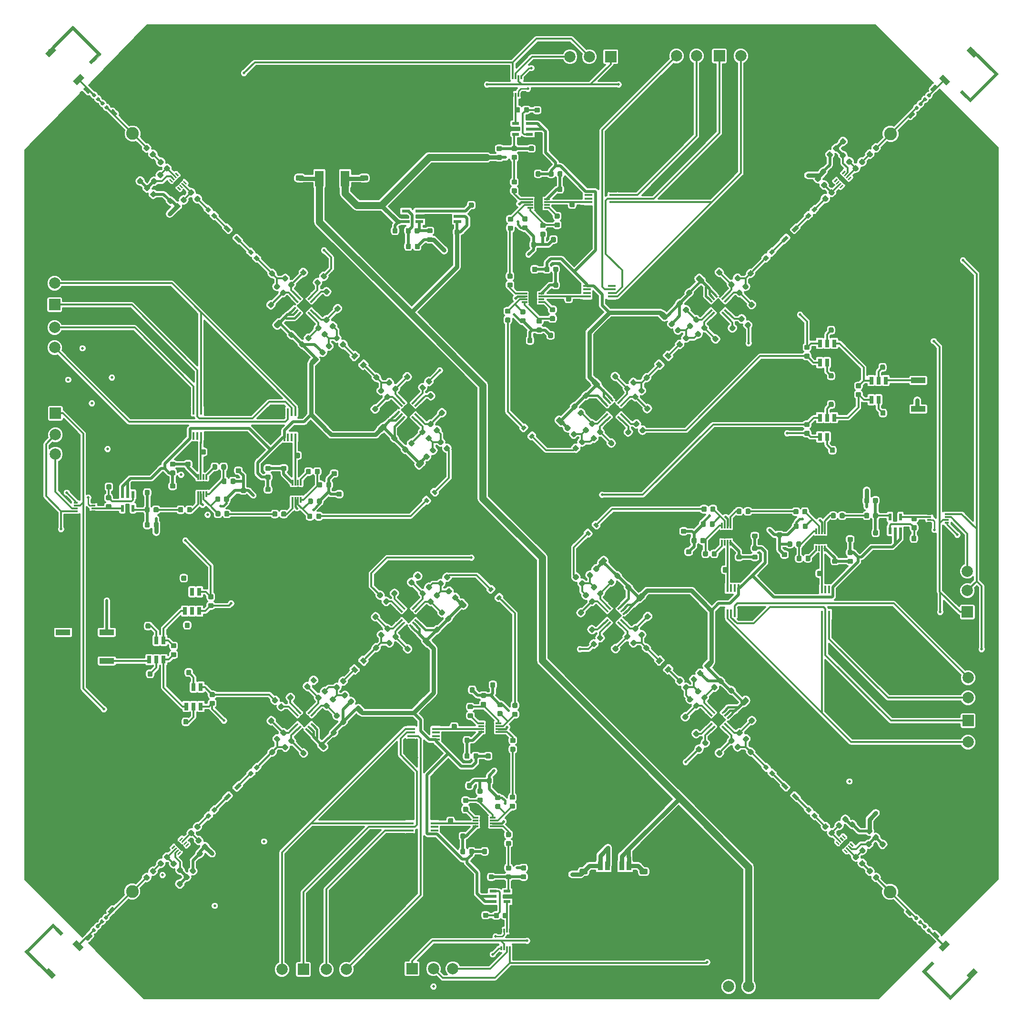
<source format=gtl>
G04 #@! TF.GenerationSoftware,KiCad,Pcbnew,5.0.2-bee76a0~70~ubuntu18.04.1*
G04 #@! TF.CreationDate,2019-03-23T19:21:47-04:00*
G04 #@! TF.ProjectId,Array_v1,41727261-795f-4763-912e-6b696361645f,rev?*
G04 #@! TF.SameCoordinates,Original*
G04 #@! TF.FileFunction,Copper,L1,Top*
G04 #@! TF.FilePolarity,Positive*
%FSLAX46Y46*%
G04 Gerber Fmt 4.6, Leading zero omitted, Abs format (unit mm)*
G04 Created by KiCad (PCBNEW 5.0.2-bee76a0~70~ubuntu18.04.1) date Sat 23 Mar 2019 07:21:47 PM EDT*
%MOMM*%
%LPD*%
G01*
G04 APERTURE LIST*
G04 #@! TA.AperFunction,EtchedComponent*
%ADD10C,0.000010*%
G04 #@! TD*
G04 #@! TA.AperFunction,ComponentPad*
%ADD11C,1.998980*%
G04 #@! TD*
G04 #@! TA.AperFunction,Conductor*
%ADD12C,0.100000*%
G04 #@! TD*
G04 #@! TA.AperFunction,SMDPad,CuDef*
%ADD13C,0.875000*%
G04 #@! TD*
G04 #@! TA.AperFunction,SMDPad,CuDef*
%ADD14R,1.371600X0.457200*%
G04 #@! TD*
G04 #@! TA.AperFunction,SMDPad,CuDef*
%ADD15R,0.457200X1.371600*%
G04 #@! TD*
G04 #@! TA.AperFunction,SMDPad,CuDef*
%ADD16C,0.400000*%
G04 #@! TD*
G04 #@! TA.AperFunction,SMDPad,CuDef*
%ADD17C,0.800000*%
G04 #@! TD*
G04 #@! TA.AperFunction,SMDPad,CuDef*
%ADD18C,0.600000*%
G04 #@! TD*
G04 #@! TA.AperFunction,SMDPad,CuDef*
%ADD19C,0.550000*%
G04 #@! TD*
G04 #@! TA.AperFunction,ComponentPad*
%ADD20C,0.600000*%
G04 #@! TD*
G04 #@! TA.AperFunction,SMDPad,CuDef*
%ADD21C,0.700000*%
G04 #@! TD*
G04 #@! TA.AperFunction,SMDPad,CuDef*
%ADD22C,0.900000*%
G04 #@! TD*
G04 #@! TA.AperFunction,SMDPad,CuDef*
%ADD23C,0.260000*%
G04 #@! TD*
G04 #@! TA.AperFunction,SMDPad,CuDef*
%ADD24C,0.650000*%
G04 #@! TD*
G04 #@! TA.AperFunction,ComponentPad*
%ADD25C,2.400000*%
G04 #@! TD*
G04 #@! TA.AperFunction,ComponentPad*
%ADD26C,2.250000*%
G04 #@! TD*
G04 #@! TA.AperFunction,SMDPad,CuDef*
%ADD27R,1.000000X0.320000*%
G04 #@! TD*
G04 #@! TA.AperFunction,SMDPad,CuDef*
%ADD28R,1.524000X1.905000*%
G04 #@! TD*
G04 #@! TA.AperFunction,SMDPad,CuDef*
%ADD29R,0.320000X1.000000*%
G04 #@! TD*
G04 #@! TA.AperFunction,SMDPad,CuDef*
%ADD30R,1.905000X1.524000*%
G04 #@! TD*
G04 #@! TA.AperFunction,SMDPad,CuDef*
%ADD31R,0.300000X0.800000*%
G04 #@! TD*
G04 #@! TA.AperFunction,SMDPad,CuDef*
%ADD32R,0.800000X0.300000*%
G04 #@! TD*
G04 #@! TA.AperFunction,ComponentPad*
%ADD33R,1.998980X1.998980*%
G04 #@! TD*
G04 #@! TA.AperFunction,SMDPad,CuDef*
%ADD34C,0.355600*%
G04 #@! TD*
G04 #@! TA.AperFunction,SMDPad,CuDef*
%ADD35C,1.955800*%
G04 #@! TD*
G04 #@! TA.AperFunction,SMDPad,CuDef*
%ADD36R,1.270000X0.533400*%
G04 #@! TD*
G04 #@! TA.AperFunction,SMDPad,CuDef*
%ADD37R,0.533400X1.270000*%
G04 #@! TD*
G04 #@! TA.AperFunction,SMDPad,CuDef*
%ADD38C,0.590000*%
G04 #@! TD*
G04 #@! TA.AperFunction,SMDPad,CuDef*
%ADD39C,0.975000*%
G04 #@! TD*
G04 #@! TA.AperFunction,SMDPad,CuDef*
%ADD40C,1.000000*%
G04 #@! TD*
G04 #@! TA.AperFunction,SMDPad,CuDef*
%ADD41R,0.920000X1.610000*%
G04 #@! TD*
G04 #@! TA.AperFunction,SMDPad,CuDef*
%ADD42R,3.160000X1.970000*%
G04 #@! TD*
G04 #@! TA.AperFunction,SMDPad,CuDef*
%ADD43R,2.580000X1.020000*%
G04 #@! TD*
G04 #@! TA.AperFunction,SMDPad,CuDef*
%ADD44R,0.762000X1.397000*%
G04 #@! TD*
G04 #@! TA.AperFunction,SMDPad,CuDef*
%ADD45R,1.320800X0.558800*%
G04 #@! TD*
G04 #@! TA.AperFunction,SMDPad,CuDef*
%ADD46R,1.473200X0.558800*%
G04 #@! TD*
G04 #@! TA.AperFunction,SMDPad,CuDef*
%ADD47R,1.500000X2.800000*%
G04 #@! TD*
G04 #@! TA.AperFunction,SMDPad,CuDef*
%ADD48R,6.300000X6.100000*%
G04 #@! TD*
G04 #@! TA.AperFunction,ViaPad*
%ADD49C,0.508000*%
G04 #@! TD*
G04 #@! TA.AperFunction,Conductor*
%ADD50C,0.317500*%
G04 #@! TD*
G04 #@! TA.AperFunction,Conductor*
%ADD51C,0.762000*%
G04 #@! TD*
G04 #@! TA.AperFunction,Conductor*
%ADD52C,1.270000*%
G04 #@! TD*
G04 #@! TA.AperFunction,Conductor*
%ADD53C,0.508000*%
G04 #@! TD*
G04 #@! TA.AperFunction,Conductor*
%ADD54C,0.381000*%
G04 #@! TD*
G04 #@! TA.AperFunction,Conductor*
%ADD55C,0.254000*%
G04 #@! TD*
G04 #@! TA.AperFunction,Conductor*
%ADD56C,0.250000*%
G04 #@! TD*
G04 #@! TA.AperFunction,Conductor*
%ADD57C,0.304800*%
G04 #@! TD*
G04 APERTURE END LIST*
D10*
G04 #@! TO.C,AE1*
G36*
X-75429203Y-8823986D02*
X-75075650Y-8470432D01*
X-71469405Y-12076677D01*
X-71822959Y-12430230D01*
X-75429203Y-8823986D01*
G37*
X-75429203Y-8823986D02*
X-75075650Y-8470432D01*
X-71469405Y-12076677D01*
X-71822959Y-12430230D01*
X-75429203Y-8823986D01*
G36*
X-71822959Y-12430230D02*
X-72176512Y-12076677D01*
X-76843417Y-16743582D01*
X-76489864Y-17097135D01*
X-71822959Y-12430230D01*
G37*
X-71822959Y-12430230D02*
X-72176512Y-12076677D01*
X-76843417Y-16743582D01*
X-76489864Y-17097135D01*
X-71822959Y-12430230D01*
G36*
X-78257631Y-15329368D02*
X-76843417Y-16743582D01*
X-76489864Y-16390028D01*
X-77904077Y-14975815D01*
X-78257631Y-15329368D01*
G37*
X-78257631Y-15329368D02*
X-76843417Y-16743582D01*
X-76489864Y-16390028D01*
X-77904077Y-14975815D01*
X-78257631Y-15329368D01*
G36*
X-76768986Y-172601797D02*
X-76415432Y-172955350D01*
X-80021677Y-176561595D01*
X-80375230Y-176208041D01*
X-76768986Y-172601797D01*
G37*
X-76768986Y-172601797D02*
X-76415432Y-172955350D01*
X-80021677Y-176561595D01*
X-80375230Y-176208041D01*
X-76768986Y-172601797D01*
G36*
X-80375230Y-176208041D02*
X-80021677Y-175854488D01*
X-84688582Y-171187583D01*
X-85042135Y-171541136D01*
X-80375230Y-176208041D01*
G37*
X-80375230Y-176208041D02*
X-80021677Y-175854488D01*
X-84688582Y-171187583D01*
X-85042135Y-171541136D01*
X-80375230Y-176208041D01*
G36*
X-83274368Y-169773369D02*
X-84688582Y-171187583D01*
X-84335028Y-171541136D01*
X-82920815Y-170126923D01*
X-83274368Y-169773369D01*
G37*
X-83274368Y-169773369D02*
X-84688582Y-171187583D01*
X-84335028Y-171541136D01*
X-82920815Y-170126923D01*
X-83274368Y-169773369D01*
G36*
X-240546797Y-171262014D02*
X-240900350Y-171615568D01*
X-244506595Y-168009323D01*
X-244153041Y-167655770D01*
X-240546797Y-171262014D01*
G37*
X-240546797Y-171262014D02*
X-240900350Y-171615568D01*
X-244506595Y-168009323D01*
X-244153041Y-167655770D01*
X-240546797Y-171262014D01*
G36*
X-244153041Y-167655770D02*
X-243799488Y-168009323D01*
X-239132583Y-163342418D01*
X-239486136Y-162988865D01*
X-244153041Y-167655770D01*
G37*
X-244153041Y-167655770D02*
X-243799488Y-168009323D01*
X-239132583Y-163342418D01*
X-239486136Y-162988865D01*
X-244153041Y-167655770D01*
G36*
X-237718369Y-164756632D02*
X-239132583Y-163342418D01*
X-239486136Y-163695972D01*
X-238071923Y-165110185D01*
X-237718369Y-164756632D01*
G37*
X-237718369Y-164756632D02*
X-239132583Y-163342418D01*
X-239486136Y-163695972D01*
X-238071923Y-165110185D01*
X-237718369Y-164756632D01*
G36*
X-232701632Y-10312631D02*
X-231287418Y-8898417D01*
X-231640972Y-8544864D01*
X-233055185Y-9959077D01*
X-232701632Y-10312631D01*
G37*
X-232701632Y-10312631D02*
X-231287418Y-8898417D01*
X-231640972Y-8544864D01*
X-233055185Y-9959077D01*
X-232701632Y-10312631D01*
G36*
X-235600770Y-3877959D02*
X-235954323Y-4231512D01*
X-231287418Y-8898417D01*
X-230933865Y-8544864D01*
X-235600770Y-3877959D01*
G37*
X-235600770Y-3877959D02*
X-235954323Y-4231512D01*
X-231287418Y-8898417D01*
X-230933865Y-8544864D01*
X-235600770Y-3877959D01*
G36*
X-239207014Y-7484203D02*
X-239560568Y-7130650D01*
X-235954323Y-3524405D01*
X-235600770Y-3877959D01*
X-239207014Y-7484203D01*
G37*
X-239207014Y-7484203D02*
X-239560568Y-7130650D01*
X-235954323Y-3524405D01*
X-235600770Y-3877959D01*
X-239207014Y-7484203D01*
G04 #@! TD*
D11*
G04 #@! TO.P,J14,1*
G04 #@! TO.N,GND*
X-112141000Y-174244000D03*
G04 #@! TD*
G04 #@! TO.P,J18,1*
G04 #@! TO.N,VAA*
X-115824000Y-174244000D03*
G04 #@! TD*
G04 #@! TO.P,J24,1*
G04 #@! TO.N,+3.3VADC*
X-119380000Y-174244000D03*
G04 #@! TD*
D12*
G04 #@! TO.N,Net-(RFB1-Pad2)*
G04 #@! TO.C,RFB1*
G36*
X-150409856Y-53543891D02*
X-150388621Y-53547041D01*
X-150367797Y-53552257D01*
X-150347585Y-53559489D01*
X-150328179Y-53568668D01*
X-150309766Y-53579704D01*
X-150292523Y-53592492D01*
X-150276617Y-53606908D01*
X-150262201Y-53622814D01*
X-150249413Y-53640057D01*
X-150238377Y-53658470D01*
X-150229198Y-53677876D01*
X-150221966Y-53698088D01*
X-150216750Y-53718912D01*
X-150213600Y-53740147D01*
X-150212547Y-53761588D01*
X-150212547Y-54199088D01*
X-150213600Y-54220529D01*
X-150216750Y-54241764D01*
X-150221966Y-54262588D01*
X-150229198Y-54282800D01*
X-150238377Y-54302206D01*
X-150249413Y-54320619D01*
X-150262201Y-54337862D01*
X-150276617Y-54353768D01*
X-150292523Y-54368184D01*
X-150309766Y-54380972D01*
X-150328179Y-54392008D01*
X-150347585Y-54401187D01*
X-150367797Y-54408419D01*
X-150388621Y-54413635D01*
X-150409856Y-54416785D01*
X-150431297Y-54417838D01*
X-150943797Y-54417838D01*
X-150965238Y-54416785D01*
X-150986473Y-54413635D01*
X-151007297Y-54408419D01*
X-151027509Y-54401187D01*
X-151046915Y-54392008D01*
X-151065328Y-54380972D01*
X-151082571Y-54368184D01*
X-151098477Y-54353768D01*
X-151112893Y-54337862D01*
X-151125681Y-54320619D01*
X-151136717Y-54302206D01*
X-151145896Y-54282800D01*
X-151153128Y-54262588D01*
X-151158344Y-54241764D01*
X-151161494Y-54220529D01*
X-151162547Y-54199088D01*
X-151162547Y-53761588D01*
X-151161494Y-53740147D01*
X-151158344Y-53718912D01*
X-151153128Y-53698088D01*
X-151145896Y-53677876D01*
X-151136717Y-53658470D01*
X-151125681Y-53640057D01*
X-151112893Y-53622814D01*
X-151098477Y-53606908D01*
X-151082571Y-53592492D01*
X-151065328Y-53579704D01*
X-151046915Y-53568668D01*
X-151027509Y-53559489D01*
X-151007297Y-53552257D01*
X-150986473Y-53547041D01*
X-150965238Y-53543891D01*
X-150943797Y-53542838D01*
X-150431297Y-53542838D01*
X-150409856Y-53543891D01*
X-150409856Y-53543891D01*
G37*
D13*
G04 #@! TD*
G04 #@! TO.P,RFB1,2*
G04 #@! TO.N,Net-(RFB1-Pad2)*
X-150687547Y-53980338D03*
D12*
G04 #@! TO.N,Net-(RFB1-Pad1)*
G04 #@! TO.C,RFB1*
G36*
X-150409856Y-55118891D02*
X-150388621Y-55122041D01*
X-150367797Y-55127257D01*
X-150347585Y-55134489D01*
X-150328179Y-55143668D01*
X-150309766Y-55154704D01*
X-150292523Y-55167492D01*
X-150276617Y-55181908D01*
X-150262201Y-55197814D01*
X-150249413Y-55215057D01*
X-150238377Y-55233470D01*
X-150229198Y-55252876D01*
X-150221966Y-55273088D01*
X-150216750Y-55293912D01*
X-150213600Y-55315147D01*
X-150212547Y-55336588D01*
X-150212547Y-55774088D01*
X-150213600Y-55795529D01*
X-150216750Y-55816764D01*
X-150221966Y-55837588D01*
X-150229198Y-55857800D01*
X-150238377Y-55877206D01*
X-150249413Y-55895619D01*
X-150262201Y-55912862D01*
X-150276617Y-55928768D01*
X-150292523Y-55943184D01*
X-150309766Y-55955972D01*
X-150328179Y-55967008D01*
X-150347585Y-55976187D01*
X-150367797Y-55983419D01*
X-150388621Y-55988635D01*
X-150409856Y-55991785D01*
X-150431297Y-55992838D01*
X-150943797Y-55992838D01*
X-150965238Y-55991785D01*
X-150986473Y-55988635D01*
X-151007297Y-55983419D01*
X-151027509Y-55976187D01*
X-151046915Y-55967008D01*
X-151065328Y-55955972D01*
X-151082571Y-55943184D01*
X-151098477Y-55928768D01*
X-151112893Y-55912862D01*
X-151125681Y-55895619D01*
X-151136717Y-55877206D01*
X-151145896Y-55857800D01*
X-151153128Y-55837588D01*
X-151158344Y-55816764D01*
X-151161494Y-55795529D01*
X-151162547Y-55774088D01*
X-151162547Y-55336588D01*
X-151161494Y-55315147D01*
X-151158344Y-55293912D01*
X-151153128Y-55273088D01*
X-151145896Y-55252876D01*
X-151136717Y-55233470D01*
X-151125681Y-55215057D01*
X-151112893Y-55197814D01*
X-151098477Y-55181908D01*
X-151082571Y-55167492D01*
X-151065328Y-55154704D01*
X-151046915Y-55143668D01*
X-151027509Y-55134489D01*
X-151007297Y-55127257D01*
X-150986473Y-55122041D01*
X-150965238Y-55118891D01*
X-150943797Y-55117838D01*
X-150431297Y-55117838D01*
X-150409856Y-55118891D01*
X-150409856Y-55118891D01*
G37*
D13*
G04 #@! TD*
G04 #@! TO.P,RFB1,1*
G04 #@! TO.N,Net-(RFB1-Pad1)*
X-150687547Y-55555338D03*
D12*
G04 #@! TO.N,Net-(RFB1-Pad2)*
G04 #@! TO.C,RFB1*
G36*
X-121685147Y-96869506D02*
X-121663912Y-96872656D01*
X-121643088Y-96877872D01*
X-121622876Y-96885104D01*
X-121603470Y-96894283D01*
X-121585057Y-96905319D01*
X-121567814Y-96918107D01*
X-121551908Y-96932523D01*
X-121537492Y-96948429D01*
X-121524704Y-96965672D01*
X-121513668Y-96984085D01*
X-121504489Y-97003491D01*
X-121497257Y-97023703D01*
X-121492041Y-97044527D01*
X-121488891Y-97065762D01*
X-121487838Y-97087203D01*
X-121487838Y-97599703D01*
X-121488891Y-97621144D01*
X-121492041Y-97642379D01*
X-121497257Y-97663203D01*
X-121504489Y-97683415D01*
X-121513668Y-97702821D01*
X-121524704Y-97721234D01*
X-121537492Y-97738477D01*
X-121551908Y-97754383D01*
X-121567814Y-97768799D01*
X-121585057Y-97781587D01*
X-121603470Y-97792623D01*
X-121622876Y-97801802D01*
X-121643088Y-97809034D01*
X-121663912Y-97814250D01*
X-121685147Y-97817400D01*
X-121706588Y-97818453D01*
X-122144088Y-97818453D01*
X-122165529Y-97817400D01*
X-122186764Y-97814250D01*
X-122207588Y-97809034D01*
X-122227800Y-97801802D01*
X-122247206Y-97792623D01*
X-122265619Y-97781587D01*
X-122282862Y-97768799D01*
X-122298768Y-97754383D01*
X-122313184Y-97738477D01*
X-122325972Y-97721234D01*
X-122337008Y-97702821D01*
X-122346187Y-97683415D01*
X-122353419Y-97663203D01*
X-122358635Y-97642379D01*
X-122361785Y-97621144D01*
X-122362838Y-97599703D01*
X-122362838Y-97087203D01*
X-122361785Y-97065762D01*
X-122358635Y-97044527D01*
X-122353419Y-97023703D01*
X-122346187Y-97003491D01*
X-122337008Y-96984085D01*
X-122325972Y-96965672D01*
X-122313184Y-96948429D01*
X-122298768Y-96932523D01*
X-122282862Y-96918107D01*
X-122265619Y-96905319D01*
X-122247206Y-96894283D01*
X-122227800Y-96885104D01*
X-122207588Y-96877872D01*
X-122186764Y-96872656D01*
X-122165529Y-96869506D01*
X-122144088Y-96868453D01*
X-121706588Y-96868453D01*
X-121685147Y-96869506D01*
X-121685147Y-96869506D01*
G37*
D13*
G04 #@! TD*
G04 #@! TO.P,RFB1,2*
G04 #@! TO.N,Net-(RFB1-Pad2)*
X-121925338Y-97343453D03*
D12*
G04 #@! TO.N,Net-(RFB1-Pad1)*
G04 #@! TO.C,RFB1*
G36*
X-123260147Y-96869506D02*
X-123238912Y-96872656D01*
X-123218088Y-96877872D01*
X-123197876Y-96885104D01*
X-123178470Y-96894283D01*
X-123160057Y-96905319D01*
X-123142814Y-96918107D01*
X-123126908Y-96932523D01*
X-123112492Y-96948429D01*
X-123099704Y-96965672D01*
X-123088668Y-96984085D01*
X-123079489Y-97003491D01*
X-123072257Y-97023703D01*
X-123067041Y-97044527D01*
X-123063891Y-97065762D01*
X-123062838Y-97087203D01*
X-123062838Y-97599703D01*
X-123063891Y-97621144D01*
X-123067041Y-97642379D01*
X-123072257Y-97663203D01*
X-123079489Y-97683415D01*
X-123088668Y-97702821D01*
X-123099704Y-97721234D01*
X-123112492Y-97738477D01*
X-123126908Y-97754383D01*
X-123142814Y-97768799D01*
X-123160057Y-97781587D01*
X-123178470Y-97792623D01*
X-123197876Y-97801802D01*
X-123218088Y-97809034D01*
X-123238912Y-97814250D01*
X-123260147Y-97817400D01*
X-123281588Y-97818453D01*
X-123719088Y-97818453D01*
X-123740529Y-97817400D01*
X-123761764Y-97814250D01*
X-123782588Y-97809034D01*
X-123802800Y-97801802D01*
X-123822206Y-97792623D01*
X-123840619Y-97781587D01*
X-123857862Y-97768799D01*
X-123873768Y-97754383D01*
X-123888184Y-97738477D01*
X-123900972Y-97721234D01*
X-123912008Y-97702821D01*
X-123921187Y-97683415D01*
X-123928419Y-97663203D01*
X-123933635Y-97642379D01*
X-123936785Y-97621144D01*
X-123937838Y-97599703D01*
X-123937838Y-97087203D01*
X-123936785Y-97065762D01*
X-123933635Y-97044527D01*
X-123928419Y-97023703D01*
X-123921187Y-97003491D01*
X-123912008Y-96984085D01*
X-123900972Y-96965672D01*
X-123888184Y-96948429D01*
X-123873768Y-96932523D01*
X-123857862Y-96918107D01*
X-123840619Y-96905319D01*
X-123822206Y-96894283D01*
X-123802800Y-96885104D01*
X-123782588Y-96877872D01*
X-123761764Y-96872656D01*
X-123740529Y-96869506D01*
X-123719088Y-96868453D01*
X-123281588Y-96868453D01*
X-123260147Y-96869506D01*
X-123260147Y-96869506D01*
G37*
D13*
G04 #@! TD*
G04 #@! TO.P,RFB1,1*
G04 #@! TO.N,Net-(RFB1-Pad1)*
X-123500338Y-97343453D03*
D12*
G04 #@! TO.N,Net-(RFB1-Pad2)*
G04 #@! TO.C,RFB1*
G36*
X-165010762Y-125669215D02*
X-164989527Y-125672365D01*
X-164968703Y-125677581D01*
X-164948491Y-125684813D01*
X-164929085Y-125693992D01*
X-164910672Y-125705028D01*
X-164893429Y-125717816D01*
X-164877523Y-125732232D01*
X-164863107Y-125748138D01*
X-164850319Y-125765381D01*
X-164839283Y-125783794D01*
X-164830104Y-125803200D01*
X-164822872Y-125823412D01*
X-164817656Y-125844236D01*
X-164814506Y-125865471D01*
X-164813453Y-125886912D01*
X-164813453Y-126324412D01*
X-164814506Y-126345853D01*
X-164817656Y-126367088D01*
X-164822872Y-126387912D01*
X-164830104Y-126408124D01*
X-164839283Y-126427530D01*
X-164850319Y-126445943D01*
X-164863107Y-126463186D01*
X-164877523Y-126479092D01*
X-164893429Y-126493508D01*
X-164910672Y-126506296D01*
X-164929085Y-126517332D01*
X-164948491Y-126526511D01*
X-164968703Y-126533743D01*
X-164989527Y-126538959D01*
X-165010762Y-126542109D01*
X-165032203Y-126543162D01*
X-165544703Y-126543162D01*
X-165566144Y-126542109D01*
X-165587379Y-126538959D01*
X-165608203Y-126533743D01*
X-165628415Y-126526511D01*
X-165647821Y-126517332D01*
X-165666234Y-126506296D01*
X-165683477Y-126493508D01*
X-165699383Y-126479092D01*
X-165713799Y-126463186D01*
X-165726587Y-126445943D01*
X-165737623Y-126427530D01*
X-165746802Y-126408124D01*
X-165754034Y-126387912D01*
X-165759250Y-126367088D01*
X-165762400Y-126345853D01*
X-165763453Y-126324412D01*
X-165763453Y-125886912D01*
X-165762400Y-125865471D01*
X-165759250Y-125844236D01*
X-165754034Y-125823412D01*
X-165746802Y-125803200D01*
X-165737623Y-125783794D01*
X-165726587Y-125765381D01*
X-165713799Y-125748138D01*
X-165699383Y-125732232D01*
X-165683477Y-125717816D01*
X-165666234Y-125705028D01*
X-165647821Y-125693992D01*
X-165628415Y-125684813D01*
X-165608203Y-125677581D01*
X-165587379Y-125672365D01*
X-165566144Y-125669215D01*
X-165544703Y-125668162D01*
X-165032203Y-125668162D01*
X-165010762Y-125669215D01*
X-165010762Y-125669215D01*
G37*
D13*
G04 #@! TD*
G04 #@! TO.P,RFB1,2*
G04 #@! TO.N,Net-(RFB1-Pad2)*
X-165288453Y-126105662D03*
D12*
G04 #@! TO.N,Net-(RFB1-Pad1)*
G04 #@! TO.C,RFB1*
G36*
X-165010762Y-124094215D02*
X-164989527Y-124097365D01*
X-164968703Y-124102581D01*
X-164948491Y-124109813D01*
X-164929085Y-124118992D01*
X-164910672Y-124130028D01*
X-164893429Y-124142816D01*
X-164877523Y-124157232D01*
X-164863107Y-124173138D01*
X-164850319Y-124190381D01*
X-164839283Y-124208794D01*
X-164830104Y-124228200D01*
X-164822872Y-124248412D01*
X-164817656Y-124269236D01*
X-164814506Y-124290471D01*
X-164813453Y-124311912D01*
X-164813453Y-124749412D01*
X-164814506Y-124770853D01*
X-164817656Y-124792088D01*
X-164822872Y-124812912D01*
X-164830104Y-124833124D01*
X-164839283Y-124852530D01*
X-164850319Y-124870943D01*
X-164863107Y-124888186D01*
X-164877523Y-124904092D01*
X-164893429Y-124918508D01*
X-164910672Y-124931296D01*
X-164929085Y-124942332D01*
X-164948491Y-124951511D01*
X-164968703Y-124958743D01*
X-164989527Y-124963959D01*
X-165010762Y-124967109D01*
X-165032203Y-124968162D01*
X-165544703Y-124968162D01*
X-165566144Y-124967109D01*
X-165587379Y-124963959D01*
X-165608203Y-124958743D01*
X-165628415Y-124951511D01*
X-165647821Y-124942332D01*
X-165666234Y-124931296D01*
X-165683477Y-124918508D01*
X-165699383Y-124904092D01*
X-165713799Y-124888186D01*
X-165726587Y-124870943D01*
X-165737623Y-124852530D01*
X-165746802Y-124833124D01*
X-165754034Y-124812912D01*
X-165759250Y-124792088D01*
X-165762400Y-124770853D01*
X-165763453Y-124749412D01*
X-165763453Y-124311912D01*
X-165762400Y-124290471D01*
X-165759250Y-124269236D01*
X-165754034Y-124248412D01*
X-165746802Y-124228200D01*
X-165737623Y-124208794D01*
X-165726587Y-124190381D01*
X-165713799Y-124173138D01*
X-165699383Y-124157232D01*
X-165683477Y-124142816D01*
X-165666234Y-124130028D01*
X-165647821Y-124118992D01*
X-165628415Y-124109813D01*
X-165608203Y-124102581D01*
X-165587379Y-124097365D01*
X-165566144Y-124094215D01*
X-165544703Y-124093162D01*
X-165032203Y-124093162D01*
X-165010762Y-124094215D01*
X-165010762Y-124094215D01*
G37*
D13*
G04 #@! TD*
G04 #@! TO.P,RFB1,1*
G04 #@! TO.N,Net-(RFB1-Pad1)*
X-165288453Y-124530662D03*
D14*
G04 #@! TO.P,U23,8*
G04 #@! TO.N,GND*
X-139903200Y-32943800D03*
G04 #@! TO.P,U23,7*
G04 #@! TO.N,/AGC12/Din*
X-139903200Y-33578800D03*
G04 #@! TO.P,U23,6*
G04 #@! TO.N,SCLK_VGA_RX1*
X-139903200Y-34239200D03*
G04 #@! TO.P,U23,5*
G04 #@! TO.N,~SYNC~_VGA_RX1*
X-139903200Y-34874200D03*
G04 #@! TO.P,U23,4*
G04 #@! TO.N,Net-(CG2-Pad2)*
X-144322800Y-34874200D03*
G04 #@! TO.P,U23,3*
G04 #@! TO.N,Net-(U23-Pad3)*
X-144322800Y-34239200D03*
G04 #@! TO.P,U23,2*
G04 #@! TO.N,Net-(U23-Pad2)*
X-144322800Y-33578800D03*
G04 #@! TO.P,U23,1*
G04 #@! TO.N,+5V*
X-144322800Y-32943800D03*
G04 #@! TD*
D15*
G04 #@! TO.P,U23,8*
G04 #@! TO.N,GND*
X-100888800Y-108127800D03*
G04 #@! TO.P,U23,7*
G04 #@! TO.N,/AGC12/Din*
X-101523800Y-108127800D03*
G04 #@! TO.P,U23,6*
G04 #@! TO.N,SCLK_VGA_RX1*
X-102184200Y-108127800D03*
G04 #@! TO.P,U23,5*
G04 #@! TO.N,~SYNC~_VGA_RX1*
X-102819200Y-108127800D03*
G04 #@! TO.P,U23,4*
G04 #@! TO.N,Net-(CG2-Pad2)*
X-102819200Y-103708200D03*
G04 #@! TO.P,U23,3*
G04 #@! TO.N,Net-(U23-Pad3)*
X-102184200Y-103708200D03*
G04 #@! TO.P,U23,2*
G04 #@! TO.N,Net-(U23-Pad2)*
X-101523800Y-103708200D03*
G04 #@! TO.P,U23,1*
G04 #@! TO.N,+5V*
X-100888800Y-103708200D03*
G04 #@! TD*
D14*
G04 #@! TO.P,U23,8*
G04 #@! TO.N,GND*
X-176072800Y-147142200D03*
G04 #@! TO.P,U23,7*
G04 #@! TO.N,/AGC12/Din*
X-176072800Y-146507200D03*
G04 #@! TO.P,U23,6*
G04 #@! TO.N,SCLK_VGA_RX1*
X-176072800Y-145846800D03*
G04 #@! TO.P,U23,5*
G04 #@! TO.N,~SYNC~_VGA_RX1*
X-176072800Y-145211800D03*
G04 #@! TO.P,U23,4*
G04 #@! TO.N,Net-(CG2-Pad2)*
X-171653200Y-145211800D03*
G04 #@! TO.P,U23,3*
G04 #@! TO.N,Net-(U23-Pad3)*
X-171653200Y-145846800D03*
G04 #@! TO.P,U23,2*
G04 #@! TO.N,Net-(U23-Pad2)*
X-171653200Y-146507200D03*
G04 #@! TO.P,U23,1*
G04 #@! TO.N,+5V*
X-171653200Y-147142200D03*
G04 #@! TD*
G04 #@! TO.P,U11,1*
G04 #@! TO.N,+5V*
X-144576800Y-49707800D03*
G04 #@! TO.P,U11,2*
G04 #@! TO.N,Net-(U11-Pad2)*
X-144576800Y-50342800D03*
G04 #@! TO.P,U11,3*
G04 #@! TO.N,Net-(U11-Pad3)*
X-144576800Y-51003200D03*
G04 #@! TO.P,U11,4*
G04 #@! TO.N,Net-(CG1-Pad2)*
X-144576800Y-51638200D03*
G04 #@! TO.P,U11,5*
G04 #@! TO.N,~SYNC~_VGA_RX1*
X-140157200Y-51638200D03*
G04 #@! TO.P,U11,6*
G04 #@! TO.N,SCLK_VGA_RX1*
X-140157200Y-51003200D03*
G04 #@! TO.P,U11,7*
G04 #@! TO.N,/AGC11/Din*
X-140157200Y-50342800D03*
G04 #@! TO.P,U11,8*
G04 #@! TO.N,GND*
X-140157200Y-49707800D03*
G04 #@! TD*
D15*
G04 #@! TO.P,U11,1*
G04 #@! TO.N,+5V*
X-117652800Y-103454200D03*
G04 #@! TO.P,U11,2*
G04 #@! TO.N,Net-(U11-Pad2)*
X-118287800Y-103454200D03*
G04 #@! TO.P,U11,3*
G04 #@! TO.N,Net-(U11-Pad3)*
X-118948200Y-103454200D03*
G04 #@! TO.P,U11,4*
G04 #@! TO.N,Net-(CG1-Pad2)*
X-119583200Y-103454200D03*
G04 #@! TO.P,U11,5*
G04 #@! TO.N,~SYNC~_VGA_RX1*
X-119583200Y-107873800D03*
G04 #@! TO.P,U11,6*
G04 #@! TO.N,SCLK_VGA_RX1*
X-118948200Y-107873800D03*
G04 #@! TO.P,U11,7*
G04 #@! TO.N,/AGC11/Din*
X-118287800Y-107873800D03*
G04 #@! TO.P,U11,8*
G04 #@! TO.N,GND*
X-117652800Y-107873800D03*
G04 #@! TD*
D14*
G04 #@! TO.P,U11,1*
G04 #@! TO.N,+5V*
X-171399200Y-130378200D03*
G04 #@! TO.P,U11,2*
G04 #@! TO.N,Net-(U11-Pad2)*
X-171399200Y-129743200D03*
G04 #@! TO.P,U11,3*
G04 #@! TO.N,Net-(U11-Pad3)*
X-171399200Y-129082800D03*
G04 #@! TO.P,U11,4*
G04 #@! TO.N,Net-(CG1-Pad2)*
X-171399200Y-128447800D03*
G04 #@! TO.P,U11,5*
G04 #@! TO.N,~SYNC~_VGA_RX1*
X-175818800Y-128447800D03*
G04 #@! TO.P,U11,6*
G04 #@! TO.N,SCLK_VGA_RX1*
X-175818800Y-129082800D03*
G04 #@! TO.P,U11,7*
G04 #@! TO.N,/AGC11/Din*
X-175818800Y-129743200D03*
G04 #@! TO.P,U11,8*
G04 #@! TO.N,GND*
X-175818800Y-130378200D03*
G04 #@! TD*
D16*
G04 #@! TO.P,U10,2*
G04 #@! TO.N,GND*
X-130925552Y-62960560D03*
D12*
G04 #@! TD*
G04 #@! TO.N,GND*
G04 #@! TO.C,U10*
G36*
X-131491237Y-62112032D02*
X-130077024Y-63526245D01*
X-130359867Y-63809088D01*
X-131774080Y-62394875D01*
X-131491237Y-62112032D01*
X-131491237Y-62112032D01*
G37*
D17*
G04 #@! TO.P,U10,3*
G04 #@! TO.N,Net-(C15-Pad2)*
X-131703369Y-63738377D03*
D12*
G04 #@! TD*
G04 #@! TO.N,Net-(C15-Pad2)*
G04 #@! TO.C,U10*
G36*
X-131774080Y-63101981D02*
X-131066973Y-63809088D01*
X-131632658Y-64374773D01*
X-132339765Y-63667666D01*
X-131774080Y-63101981D01*
X-131774080Y-63101981D01*
G37*
D17*
G04 #@! TO.P,U10,1*
G04 #@! TO.N,Net-(C18-Pad1)*
X-130147735Y-62182743D03*
D12*
G04 #@! TD*
G04 #@! TO.N,Net-(C18-Pad1)*
G04 #@! TO.C,U10*
G36*
X-130218446Y-61546347D02*
X-129511339Y-62253454D01*
X-130077024Y-62819139D01*
X-130784131Y-62112032D01*
X-130218446Y-61546347D01*
X-130218446Y-61546347D01*
G37*
D16*
G04 #@! TO.P,U10,2*
G04 #@! TO.N,GND*
X-130905560Y-117105448D03*
D12*
G04 #@! TD*
G04 #@! TO.N,GND*
G04 #@! TO.C,U10*
G36*
X-130057032Y-116539763D02*
X-131471245Y-117953976D01*
X-131754088Y-117671133D01*
X-130339875Y-116256920D01*
X-130057032Y-116539763D01*
X-130057032Y-116539763D01*
G37*
D17*
G04 #@! TO.P,U10,3*
G04 #@! TO.N,Net-(C15-Pad2)*
X-131683377Y-116327631D03*
D12*
G04 #@! TD*
G04 #@! TO.N,Net-(C15-Pad2)*
G04 #@! TO.C,U10*
G36*
X-131046981Y-116256920D02*
X-131754088Y-116964027D01*
X-132319773Y-116398342D01*
X-131612666Y-115691235D01*
X-131046981Y-116256920D01*
X-131046981Y-116256920D01*
G37*
D17*
G04 #@! TO.P,U10,1*
G04 #@! TO.N,Net-(C18-Pad1)*
X-130127743Y-117883265D03*
D12*
G04 #@! TD*
G04 #@! TO.N,Net-(C18-Pad1)*
G04 #@! TO.C,U10*
G36*
X-129491347Y-117812554D02*
X-130198454Y-118519661D01*
X-130764139Y-117953976D01*
X-130057032Y-117246869D01*
X-129491347Y-117812554D01*
X-129491347Y-117812554D01*
G37*
D16*
G04 #@! TO.P,U10,2*
G04 #@! TO.N,GND*
X-185050448Y-117125440D03*
D12*
G04 #@! TD*
G04 #@! TO.N,GND*
G04 #@! TO.C,U10*
G36*
X-184484763Y-117973968D02*
X-185898976Y-116559755D01*
X-185616133Y-116276912D01*
X-184201920Y-117691125D01*
X-184484763Y-117973968D01*
X-184484763Y-117973968D01*
G37*
D17*
G04 #@! TO.P,U10,3*
G04 #@! TO.N,Net-(C15-Pad2)*
X-184272631Y-116347623D03*
D12*
G04 #@! TD*
G04 #@! TO.N,Net-(C15-Pad2)*
G04 #@! TO.C,U10*
G36*
X-184201920Y-116984019D02*
X-184909027Y-116276912D01*
X-184343342Y-115711227D01*
X-183636235Y-116418334D01*
X-184201920Y-116984019D01*
X-184201920Y-116984019D01*
G37*
D17*
G04 #@! TO.P,U10,1*
G04 #@! TO.N,Net-(C18-Pad1)*
X-185828265Y-117903257D03*
D12*
G04 #@! TD*
G04 #@! TO.N,Net-(C18-Pad1)*
G04 #@! TO.C,U10*
G36*
X-185757554Y-118539653D02*
X-186464661Y-117832546D01*
X-185898976Y-117266861D01*
X-185191869Y-117973968D01*
X-185757554Y-118539653D01*
X-185757554Y-118539653D01*
G37*
D18*
G04 #@! TO.P,U9,1*
G04 #@! TO.N,Net-(C17-Pad1)*
X-154359893Y-76399107D03*
D12*
G04 #@! TD*
G04 #@! TO.N,Net-(C17-Pad1)*
G04 #@! TO.C,U9*
G36*
X-153864918Y-76328396D02*
X-154430604Y-76894082D01*
X-154854868Y-76469818D01*
X-154289182Y-75904132D01*
X-153864918Y-76328396D01*
X-153864918Y-76328396D01*
G37*
D18*
G04 #@! TO.P,U9,3*
G04 #@! TO.N,/AGC11/RFIN*
X-155774107Y-74984893D03*
D12*
G04 #@! TD*
G04 #@! TO.N,/AGC11/RFIN*
G04 #@! TO.C,U9*
G36*
X-155279132Y-74914182D02*
X-155844818Y-75479868D01*
X-156269082Y-75055604D01*
X-155703396Y-74489918D01*
X-155279132Y-74914182D01*
X-155279132Y-74914182D01*
G37*
D19*
G04 #@! TO.P,U9,2_1*
G04 #@! TO.N,GND*
X-155544297Y-76169297D03*
D12*
G04 #@! TD*
G04 #@! TO.N,GND*
G04 #@! TO.C,U9*
G36*
X-155137711Y-76186975D02*
X-155526619Y-76575883D01*
X-155950883Y-76151619D01*
X-155561975Y-75762711D01*
X-155137711Y-76186975D01*
X-155137711Y-76186975D01*
G37*
D19*
G04 #@! TO.P,U9,2_2*
G04 #@! TO.N,GND*
X-154589703Y-75214703D03*
D12*
G04 #@! TD*
G04 #@! TO.N,GND*
G04 #@! TO.C,U9*
G36*
X-154183117Y-75232381D02*
X-154572025Y-75621289D01*
X-154996289Y-75197025D01*
X-154607381Y-74808117D01*
X-154183117Y-75232381D01*
X-154183117Y-75232381D01*
G37*
D20*
G04 #@! TO.P,U9,S2*
G04 #@! TO.N,GND*
X-155067000Y-75692000D03*
G04 #@! TO.P,U9,S1*
X-155880173Y-76505173D03*
G04 #@! TO.P,U9,S3*
X-154253827Y-74878827D03*
G04 #@! TD*
D18*
G04 #@! TO.P,U9,1*
G04 #@! TO.N,Net-(C17-Pad1)*
X-144344107Y-93671107D03*
D12*
G04 #@! TD*
G04 #@! TO.N,Net-(C17-Pad1)*
G04 #@! TO.C,U9*
G36*
X-144273396Y-94166082D02*
X-144839082Y-93600396D01*
X-144414818Y-93176132D01*
X-143849132Y-93741818D01*
X-144273396Y-94166082D01*
X-144273396Y-94166082D01*
G37*
D18*
G04 #@! TO.P,U9,3*
G04 #@! TO.N,/AGC11/RFIN*
X-142929893Y-92256893D03*
D12*
G04 #@! TD*
G04 #@! TO.N,/AGC11/RFIN*
G04 #@! TO.C,U9*
G36*
X-142859182Y-92751868D02*
X-143424868Y-92186182D01*
X-143000604Y-91761918D01*
X-142434918Y-92327604D01*
X-142859182Y-92751868D01*
X-142859182Y-92751868D01*
G37*
D19*
G04 #@! TO.P,U9,2_1*
G04 #@! TO.N,GND*
X-144114297Y-92486703D03*
D12*
G04 #@! TD*
G04 #@! TO.N,GND*
G04 #@! TO.C,U9*
G36*
X-144131975Y-92893289D02*
X-144520883Y-92504381D01*
X-144096619Y-92080117D01*
X-143707711Y-92469025D01*
X-144131975Y-92893289D01*
X-144131975Y-92893289D01*
G37*
D19*
G04 #@! TO.P,U9,2_2*
G04 #@! TO.N,GND*
X-143159703Y-93441297D03*
D12*
G04 #@! TD*
G04 #@! TO.N,GND*
G04 #@! TO.C,U9*
G36*
X-143177381Y-93847883D02*
X-143566289Y-93458975D01*
X-143142025Y-93034711D01*
X-142753117Y-93423619D01*
X-143177381Y-93847883D01*
X-143177381Y-93847883D01*
G37*
D20*
G04 #@! TO.P,U9,S2*
G04 #@! TO.N,GND*
X-143637000Y-92964000D03*
G04 #@! TO.P,U9,S1*
X-144450173Y-92150827D03*
G04 #@! TO.P,U9,S3*
X-142823827Y-93777173D03*
G04 #@! TD*
D18*
G04 #@! TO.P,U9,1*
G04 #@! TO.N,Net-(C17-Pad1)*
X-161616107Y-103686893D03*
D12*
G04 #@! TD*
G04 #@! TO.N,Net-(C17-Pad1)*
G04 #@! TO.C,U9*
G36*
X-162111082Y-103757604D02*
X-161545396Y-103191918D01*
X-161121132Y-103616182D01*
X-161686818Y-104181868D01*
X-162111082Y-103757604D01*
X-162111082Y-103757604D01*
G37*
D18*
G04 #@! TO.P,U9,3*
G04 #@! TO.N,/AGC11/RFIN*
X-160201893Y-105101107D03*
D12*
G04 #@! TD*
G04 #@! TO.N,/AGC11/RFIN*
G04 #@! TO.C,U9*
G36*
X-160696868Y-105171818D02*
X-160131182Y-104606132D01*
X-159706918Y-105030396D01*
X-160272604Y-105596082D01*
X-160696868Y-105171818D01*
X-160696868Y-105171818D01*
G37*
D19*
G04 #@! TO.P,U9,2_1*
G04 #@! TO.N,GND*
X-160431703Y-103916703D03*
D12*
G04 #@! TD*
G04 #@! TO.N,GND*
G04 #@! TO.C,U9*
G36*
X-160838289Y-103899025D02*
X-160449381Y-103510117D01*
X-160025117Y-103934381D01*
X-160414025Y-104323289D01*
X-160838289Y-103899025D01*
X-160838289Y-103899025D01*
G37*
D19*
G04 #@! TO.P,U9,2_2*
G04 #@! TO.N,GND*
X-161386297Y-104871297D03*
D12*
G04 #@! TD*
G04 #@! TO.N,GND*
G04 #@! TO.C,U9*
G36*
X-161792883Y-104853619D02*
X-161403975Y-104464711D01*
X-160979711Y-104888975D01*
X-161368619Y-105277883D01*
X-161792883Y-104853619D01*
X-161792883Y-104853619D01*
G37*
D20*
G04 #@! TO.P,U9,S2*
G04 #@! TO.N,GND*
X-160909000Y-104394000D03*
G04 #@! TO.P,U9,S1*
X-160095827Y-103580827D03*
G04 #@! TO.P,U9,S3*
X-161722173Y-105207173D03*
G04 #@! TD*
D21*
G04 #@! TO.P,U6,1*
G04 #@! TO.N,Net-(U3-Pad5)*
X-111694521Y-43718727D03*
D12*
G04 #@! TD*
G04 #@! TO.N,Net-(U3-Pad5)*
G04 #@! TO.C,U6*
G36*
X-111659166Y-43188397D02*
X-111164191Y-43683372D01*
X-111729876Y-44249057D01*
X-112224851Y-43754082D01*
X-111659166Y-43188397D01*
X-111659166Y-43188397D01*
G37*
D21*
G04 #@! TO.P,U6,2*
G04 #@! TO.N,Net-(C16-Pad2)*
X-112755181Y-44779387D03*
D12*
G04 #@! TD*
G04 #@! TO.N,Net-(C16-Pad2)*
G04 #@! TO.C,U6*
G36*
X-112719826Y-44249057D02*
X-112224851Y-44744032D01*
X-112790536Y-45309717D01*
X-113285511Y-44814742D01*
X-112719826Y-44249057D01*
X-112719826Y-44249057D01*
G37*
D21*
G04 #@! TO.P,U6,3*
G04 #@! TO.N,GND*
X-113073379Y-43400529D03*
D12*
G04 #@! TD*
G04 #@! TO.N,GND*
G04 #@! TO.C,U6*
G36*
X-112507694Y-42339869D02*
X-112012719Y-42834844D01*
X-113639064Y-44461189D01*
X-114134039Y-43966214D01*
X-112507694Y-42339869D01*
X-112507694Y-42339869D01*
G37*
D21*
G04 #@! TO.P,U6,1*
G04 #@! TO.N,Net-(U3-Pad5)*
X-111663727Y-136336479D03*
D12*
G04 #@! TD*
G04 #@! TO.N,Net-(U3-Pad5)*
G04 #@! TO.C,U6*
G36*
X-111133397Y-136371834D02*
X-111628372Y-136866809D01*
X-112194057Y-136301124D01*
X-111699082Y-135806149D01*
X-111133397Y-136371834D01*
X-111133397Y-136371834D01*
G37*
D21*
G04 #@! TO.P,U6,2*
G04 #@! TO.N,Net-(C16-Pad2)*
X-112724387Y-135275819D03*
D12*
G04 #@! TD*
G04 #@! TO.N,Net-(C16-Pad2)*
G04 #@! TO.C,U6*
G36*
X-112194057Y-135311174D02*
X-112689032Y-135806149D01*
X-113254717Y-135240464D01*
X-112759742Y-134745489D01*
X-112194057Y-135311174D01*
X-112194057Y-135311174D01*
G37*
D21*
G04 #@! TO.P,U6,3*
G04 #@! TO.N,GND*
X-111345529Y-134957621D03*
D12*
G04 #@! TD*
G04 #@! TO.N,GND*
G04 #@! TO.C,U6*
G36*
X-110284869Y-135523306D02*
X-110779844Y-136018281D01*
X-112406189Y-134391936D01*
X-111911214Y-133896961D01*
X-110284869Y-135523306D01*
X-110284869Y-135523306D01*
G37*
D21*
G04 #@! TO.P,U6,1*
G04 #@! TO.N,Net-(U3-Pad5)*
X-204281479Y-136367273D03*
D12*
G04 #@! TD*
G04 #@! TO.N,Net-(U3-Pad5)*
G04 #@! TO.C,U6*
G36*
X-204316834Y-136897603D02*
X-204811809Y-136402628D01*
X-204246124Y-135836943D01*
X-203751149Y-136331918D01*
X-204316834Y-136897603D01*
X-204316834Y-136897603D01*
G37*
D21*
G04 #@! TO.P,U6,2*
G04 #@! TO.N,Net-(C16-Pad2)*
X-203220819Y-135306613D03*
D12*
G04 #@! TD*
G04 #@! TO.N,Net-(C16-Pad2)*
G04 #@! TO.C,U6*
G36*
X-203256174Y-135836943D02*
X-203751149Y-135341968D01*
X-203185464Y-134776283D01*
X-202690489Y-135271258D01*
X-203256174Y-135836943D01*
X-203256174Y-135836943D01*
G37*
D21*
G04 #@! TO.P,U6,3*
G04 #@! TO.N,GND*
X-202902621Y-136685471D03*
D12*
G04 #@! TD*
G04 #@! TO.N,GND*
G04 #@! TO.C,U6*
G36*
X-203468306Y-137746131D02*
X-203963281Y-137251156D01*
X-202336936Y-135624811D01*
X-201841961Y-136119786D01*
X-203468306Y-137746131D01*
X-203468306Y-137746131D01*
G37*
D21*
G04 #@! TO.P,U5,3*
G04 #@! TO.N,GND*
X-105529964Y-35857114D03*
D12*
G04 #@! TD*
G04 #@! TO.N,GND*
G04 #@! TO.C,U5*
G36*
X-104964279Y-34796454D02*
X-104469304Y-35291429D01*
X-106095649Y-36917774D01*
X-106590624Y-36422799D01*
X-104964279Y-34796454D01*
X-104964279Y-34796454D01*
G37*
D21*
G04 #@! TO.P,U5,2*
G04 #@! TO.N,Net-(U3-Pad2)*
X-105211766Y-37235972D03*
D12*
G04 #@! TD*
G04 #@! TO.N,Net-(U3-Pad2)*
G04 #@! TO.C,U5*
G36*
X-105176411Y-36705642D02*
X-104681436Y-37200617D01*
X-105247121Y-37766302D01*
X-105742096Y-37271327D01*
X-105176411Y-36705642D01*
X-105176411Y-36705642D01*
G37*
D21*
G04 #@! TO.P,U5,1*
G04 #@! TO.N,Net-(C7-Pad1)*
X-104151106Y-36175312D03*
D12*
G04 #@! TD*
G04 #@! TO.N,Net-(C7-Pad1)*
G04 #@! TO.C,U5*
G36*
X-104115751Y-35644982D02*
X-103620776Y-36139957D01*
X-104186461Y-36705642D01*
X-104681436Y-36210667D01*
X-104115751Y-35644982D01*
X-104115751Y-35644982D01*
G37*
D21*
G04 #@! TO.P,U5,3*
G04 #@! TO.N,GND*
X-103802114Y-142501036D03*
D12*
G04 #@! TD*
G04 #@! TO.N,GND*
G04 #@! TO.C,U5*
G36*
X-102741454Y-143066721D02*
X-103236429Y-143561696D01*
X-104862774Y-141935351D01*
X-104367799Y-141440376D01*
X-102741454Y-143066721D01*
X-102741454Y-143066721D01*
G37*
D21*
G04 #@! TO.P,U5,2*
G04 #@! TO.N,Net-(U3-Pad2)*
X-105180972Y-142819234D03*
D12*
G04 #@! TD*
G04 #@! TO.N,Net-(U3-Pad2)*
G04 #@! TO.C,U5*
G36*
X-104650642Y-142854589D02*
X-105145617Y-143349564D01*
X-105711302Y-142783879D01*
X-105216327Y-142288904D01*
X-104650642Y-142854589D01*
X-104650642Y-142854589D01*
G37*
D21*
G04 #@! TO.P,U5,1*
G04 #@! TO.N,Net-(C7-Pad1)*
X-104120312Y-143879894D03*
D12*
G04 #@! TD*
G04 #@! TO.N,Net-(C7-Pad1)*
G04 #@! TO.C,U5*
G36*
X-103589982Y-143915249D02*
X-104084957Y-144410224D01*
X-104650642Y-143844539D01*
X-104155667Y-143349564D01*
X-103589982Y-143915249D01*
X-103589982Y-143915249D01*
G37*
D21*
G04 #@! TO.P,U5,3*
G04 #@! TO.N,GND*
X-210446036Y-144228886D03*
D12*
G04 #@! TD*
G04 #@! TO.N,GND*
G04 #@! TO.C,U5*
G36*
X-211011721Y-145289546D02*
X-211506696Y-144794571D01*
X-209880351Y-143168226D01*
X-209385376Y-143663201D01*
X-211011721Y-145289546D01*
X-211011721Y-145289546D01*
G37*
D21*
G04 #@! TO.P,U5,2*
G04 #@! TO.N,Net-(U3-Pad2)*
X-210764234Y-142850028D03*
D12*
G04 #@! TD*
G04 #@! TO.N,Net-(U3-Pad2)*
G04 #@! TO.C,U5*
G36*
X-210799589Y-143380358D02*
X-211294564Y-142885383D01*
X-210728879Y-142319698D01*
X-210233904Y-142814673D01*
X-210799589Y-143380358D01*
X-210799589Y-143380358D01*
G37*
D21*
G04 #@! TO.P,U5,1*
G04 #@! TO.N,Net-(C7-Pad1)*
X-211824894Y-143910688D03*
D12*
G04 #@! TD*
G04 #@! TO.N,Net-(C7-Pad1)*
G04 #@! TO.C,U5*
G36*
X-211860249Y-144441018D02*
X-212355224Y-143946043D01*
X-211789539Y-143380358D01*
X-211294564Y-143875333D01*
X-211860249Y-144441018D01*
X-211860249Y-144441018D01*
G37*
D22*
G04 #@! TO.P,U4,9*
G04 #@! TO.N,GND*
X-99135445Y-30811242D03*
D12*
G04 #@! TD*
G04 #@! TO.N,GND*
G04 #@! TO.C,U4*
G36*
X-99418288Y-29892003D02*
X-98216206Y-31094085D01*
X-98852602Y-31730481D01*
X-100054684Y-30528399D01*
X-99418288Y-29892003D01*
X-99418288Y-29892003D01*
G37*
D23*
G04 #@! TO.P,U4,8*
G04 #@! TO.N,Net-(U4-Pad8)*
X-99315757Y-32052214D03*
D12*
G04 #@! TD*
G04 #@! TO.N,Net-(U4-Pad8)*
G04 #@! TO.C,U4*
G36*
X-99474856Y-32395161D02*
X-99658704Y-32211313D01*
X-99156658Y-31709267D01*
X-98972810Y-31893115D01*
X-99474856Y-32395161D01*
X-99474856Y-32395161D01*
G37*
D23*
G04 #@! TO.P,U4,7*
G04 #@! TO.N,Net-(C7-Pad2)*
X-99669311Y-31698661D03*
D12*
G04 #@! TD*
G04 #@! TO.N,Net-(C7-Pad2)*
G04 #@! TO.C,U4*
G36*
X-99828410Y-32041608D02*
X-100012258Y-31857760D01*
X-99510212Y-31355714D01*
X-99326364Y-31539562D01*
X-99828410Y-32041608D01*
X-99828410Y-32041608D01*
G37*
D23*
G04 #@! TO.P,U4,6*
G04 #@! TO.N,GND*
X-100022864Y-31345108D03*
D12*
G04 #@! TD*
G04 #@! TO.N,GND*
G04 #@! TO.C,U4*
G36*
X-100181963Y-31688055D02*
X-100365811Y-31504207D01*
X-99863765Y-31002161D01*
X-99679917Y-31186009D01*
X-100181963Y-31688055D01*
X-100181963Y-31688055D01*
G37*
D23*
G04 #@! TO.P,U4,5*
G04 #@! TO.N,Net-(U4-Pad5)*
X-100376417Y-30991554D03*
D12*
G04 #@! TD*
G04 #@! TO.N,Net-(U4-Pad5)*
G04 #@! TO.C,U4*
G36*
X-100535516Y-31334501D02*
X-100719364Y-31150653D01*
X-100217318Y-30648607D01*
X-100033470Y-30832455D01*
X-100535516Y-31334501D01*
X-100535516Y-31334501D01*
G37*
D23*
G04 #@! TO.P,U4,4*
G04 #@! TO.N,Net-(U4-Pad4)*
X-98955133Y-29570270D03*
D12*
G04 #@! TD*
G04 #@! TO.N,Net-(U4-Pad4)*
G04 #@! TO.C,U4*
G36*
X-98796034Y-29227323D02*
X-98612186Y-29411171D01*
X-99114232Y-29913217D01*
X-99298080Y-29729369D01*
X-98796034Y-29227323D01*
X-98796034Y-29227323D01*
G37*
D23*
G04 #@! TO.P,U4,3*
G04 #@! TO.N,Net-(C8-Pad2)*
X-98601579Y-29923823D03*
D12*
G04 #@! TD*
G04 #@! TO.N,Net-(C8-Pad2)*
G04 #@! TO.C,U4*
G36*
X-98442480Y-29580876D02*
X-98258632Y-29764724D01*
X-98760678Y-30266770D01*
X-98944526Y-30082922D01*
X-98442480Y-29580876D01*
X-98442480Y-29580876D01*
G37*
D23*
G04 #@! TO.P,U4,2*
G04 #@! TO.N,Net-(L2-Pad1)*
X-98248026Y-30277376D03*
D12*
G04 #@! TD*
G04 #@! TO.N,Net-(L2-Pad1)*
G04 #@! TO.C,U4*
G36*
X-98088927Y-29934429D02*
X-97905079Y-30118277D01*
X-98407125Y-30620323D01*
X-98590973Y-30436475D01*
X-98088927Y-29934429D01*
X-98088927Y-29934429D01*
G37*
D23*
G04 #@! TO.P,U4,1*
G04 #@! TO.N,Net-(U4-Pad1)*
X-97894473Y-30630930D03*
D12*
G04 #@! TD*
G04 #@! TO.N,Net-(U4-Pad1)*
G04 #@! TO.C,U4*
G36*
X-97735374Y-30287983D02*
X-97551526Y-30471831D01*
X-98053572Y-30973877D01*
X-98237420Y-30790029D01*
X-97735374Y-30287983D01*
X-97735374Y-30287983D01*
G37*
D22*
G04 #@! TO.P,U4,9*
G04 #@! TO.N,GND*
X-98756242Y-148895555D03*
D12*
G04 #@! TD*
G04 #@! TO.N,GND*
G04 #@! TO.C,U4*
G36*
X-97837003Y-148612712D02*
X-99039085Y-149814794D01*
X-99675481Y-149178398D01*
X-98473399Y-147976316D01*
X-97837003Y-148612712D01*
X-97837003Y-148612712D01*
G37*
D23*
G04 #@! TO.P,U4,8*
G04 #@! TO.N,Net-(U4-Pad8)*
X-99997214Y-148715243D03*
D12*
G04 #@! TD*
G04 #@! TO.N,Net-(U4-Pad8)*
G04 #@! TO.C,U4*
G36*
X-100340161Y-148556144D02*
X-100156313Y-148372296D01*
X-99654267Y-148874342D01*
X-99838115Y-149058190D01*
X-100340161Y-148556144D01*
X-100340161Y-148556144D01*
G37*
D23*
G04 #@! TO.P,U4,7*
G04 #@! TO.N,Net-(C7-Pad2)*
X-99643661Y-148361689D03*
D12*
G04 #@! TD*
G04 #@! TO.N,Net-(C7-Pad2)*
G04 #@! TO.C,U4*
G36*
X-99986608Y-148202590D02*
X-99802760Y-148018742D01*
X-99300714Y-148520788D01*
X-99484562Y-148704636D01*
X-99986608Y-148202590D01*
X-99986608Y-148202590D01*
G37*
D23*
G04 #@! TO.P,U4,6*
G04 #@! TO.N,GND*
X-99290108Y-148008136D03*
D12*
G04 #@! TD*
G04 #@! TO.N,GND*
G04 #@! TO.C,U4*
G36*
X-99633055Y-147849037D02*
X-99449207Y-147665189D01*
X-98947161Y-148167235D01*
X-99131009Y-148351083D01*
X-99633055Y-147849037D01*
X-99633055Y-147849037D01*
G37*
D23*
G04 #@! TO.P,U4,5*
G04 #@! TO.N,Net-(U4-Pad5)*
X-98936554Y-147654583D03*
D12*
G04 #@! TD*
G04 #@! TO.N,Net-(U4-Pad5)*
G04 #@! TO.C,U4*
G36*
X-99279501Y-147495484D02*
X-99095653Y-147311636D01*
X-98593607Y-147813682D01*
X-98777455Y-147997530D01*
X-99279501Y-147495484D01*
X-99279501Y-147495484D01*
G37*
D23*
G04 #@! TO.P,U4,4*
G04 #@! TO.N,Net-(U4-Pad4)*
X-97515270Y-149075867D03*
D12*
G04 #@! TD*
G04 #@! TO.N,Net-(U4-Pad4)*
G04 #@! TO.C,U4*
G36*
X-97172323Y-149234966D02*
X-97356171Y-149418814D01*
X-97858217Y-148916768D01*
X-97674369Y-148732920D01*
X-97172323Y-149234966D01*
X-97172323Y-149234966D01*
G37*
D23*
G04 #@! TO.P,U4,3*
G04 #@! TO.N,Net-(C8-Pad2)*
X-97868823Y-149429421D03*
D12*
G04 #@! TD*
G04 #@! TO.N,Net-(C8-Pad2)*
G04 #@! TO.C,U4*
G36*
X-97525876Y-149588520D02*
X-97709724Y-149772368D01*
X-98211770Y-149270322D01*
X-98027922Y-149086474D01*
X-97525876Y-149588520D01*
X-97525876Y-149588520D01*
G37*
D23*
G04 #@! TO.P,U4,2*
G04 #@! TO.N,Net-(L2-Pad1)*
X-98222376Y-149782974D03*
D12*
G04 #@! TD*
G04 #@! TO.N,Net-(L2-Pad1)*
G04 #@! TO.C,U4*
G36*
X-97879429Y-149942073D02*
X-98063277Y-150125921D01*
X-98565323Y-149623875D01*
X-98381475Y-149440027D01*
X-97879429Y-149942073D01*
X-97879429Y-149942073D01*
G37*
D23*
G04 #@! TO.P,U4,1*
G04 #@! TO.N,Net-(U4-Pad1)*
X-98575930Y-150136527D03*
D12*
G04 #@! TD*
G04 #@! TO.N,Net-(U4-Pad1)*
G04 #@! TO.C,U4*
G36*
X-98232983Y-150295626D02*
X-98416831Y-150479474D01*
X-98918877Y-149977428D01*
X-98735029Y-149793580D01*
X-98232983Y-150295626D01*
X-98232983Y-150295626D01*
G37*
D22*
G04 #@! TO.P,U4,9*
G04 #@! TO.N,GND*
X-216840555Y-149274758D03*
D12*
G04 #@! TD*
G04 #@! TO.N,GND*
G04 #@! TO.C,U4*
G36*
X-216557712Y-150193997D02*
X-217759794Y-148991915D01*
X-217123398Y-148355519D01*
X-215921316Y-149557601D01*
X-216557712Y-150193997D01*
X-216557712Y-150193997D01*
G37*
D23*
G04 #@! TO.P,U4,8*
G04 #@! TO.N,Net-(U4-Pad8)*
X-216660243Y-148033786D03*
D12*
G04 #@! TD*
G04 #@! TO.N,Net-(U4-Pad8)*
G04 #@! TO.C,U4*
G36*
X-216501144Y-147690839D02*
X-216317296Y-147874687D01*
X-216819342Y-148376733D01*
X-217003190Y-148192885D01*
X-216501144Y-147690839D01*
X-216501144Y-147690839D01*
G37*
D23*
G04 #@! TO.P,U4,7*
G04 #@! TO.N,Net-(C7-Pad2)*
X-216306689Y-148387339D03*
D12*
G04 #@! TD*
G04 #@! TO.N,Net-(C7-Pad2)*
G04 #@! TO.C,U4*
G36*
X-216147590Y-148044392D02*
X-215963742Y-148228240D01*
X-216465788Y-148730286D01*
X-216649636Y-148546438D01*
X-216147590Y-148044392D01*
X-216147590Y-148044392D01*
G37*
D23*
G04 #@! TO.P,U4,6*
G04 #@! TO.N,GND*
X-215953136Y-148740892D03*
D12*
G04 #@! TD*
G04 #@! TO.N,GND*
G04 #@! TO.C,U4*
G36*
X-215794037Y-148397945D02*
X-215610189Y-148581793D01*
X-216112235Y-149083839D01*
X-216296083Y-148899991D01*
X-215794037Y-148397945D01*
X-215794037Y-148397945D01*
G37*
D23*
G04 #@! TO.P,U4,5*
G04 #@! TO.N,Net-(U4-Pad5)*
X-215599583Y-149094446D03*
D12*
G04 #@! TD*
G04 #@! TO.N,Net-(U4-Pad5)*
G04 #@! TO.C,U4*
G36*
X-215440484Y-148751499D02*
X-215256636Y-148935347D01*
X-215758682Y-149437393D01*
X-215942530Y-149253545D01*
X-215440484Y-148751499D01*
X-215440484Y-148751499D01*
G37*
D23*
G04 #@! TO.P,U4,4*
G04 #@! TO.N,Net-(U4-Pad4)*
X-217020867Y-150515730D03*
D12*
G04 #@! TD*
G04 #@! TO.N,Net-(U4-Pad4)*
G04 #@! TO.C,U4*
G36*
X-217179966Y-150858677D02*
X-217363814Y-150674829D01*
X-216861768Y-150172783D01*
X-216677920Y-150356631D01*
X-217179966Y-150858677D01*
X-217179966Y-150858677D01*
G37*
D23*
G04 #@! TO.P,U4,3*
G04 #@! TO.N,Net-(C8-Pad2)*
X-217374421Y-150162177D03*
D12*
G04 #@! TD*
G04 #@! TO.N,Net-(C8-Pad2)*
G04 #@! TO.C,U4*
G36*
X-217533520Y-150505124D02*
X-217717368Y-150321276D01*
X-217215322Y-149819230D01*
X-217031474Y-150003078D01*
X-217533520Y-150505124D01*
X-217533520Y-150505124D01*
G37*
D23*
G04 #@! TO.P,U4,2*
G04 #@! TO.N,Net-(L2-Pad1)*
X-217727974Y-149808624D03*
D12*
G04 #@! TD*
G04 #@! TO.N,Net-(L2-Pad1)*
G04 #@! TO.C,U4*
G36*
X-217887073Y-150151571D02*
X-218070921Y-149967723D01*
X-217568875Y-149465677D01*
X-217385027Y-149649525D01*
X-217887073Y-150151571D01*
X-217887073Y-150151571D01*
G37*
D23*
G04 #@! TO.P,U4,1*
G04 #@! TO.N,Net-(U4-Pad1)*
X-218081527Y-149455070D03*
D12*
G04 #@! TD*
G04 #@! TO.N,Net-(U4-Pad1)*
G04 #@! TO.C,U4*
G36*
X-218240626Y-149798017D02*
X-218424474Y-149614169D01*
X-217922428Y-149112123D01*
X-217738580Y-149295971D01*
X-218240626Y-149798017D01*
X-218240626Y-149798017D01*
G37*
D24*
G04 #@! TO.P,U3,1*
G04 #@! TO.N,GND*
X-106950091Y-40682155D03*
D12*
G04 #@! TD*
G04 #@! TO.N,GND*
G04 #@! TO.C,U3*
G36*
X-106486936Y-39759381D02*
X-106027317Y-40219000D01*
X-107413246Y-41604929D01*
X-107872865Y-41145310D01*
X-106486936Y-39759381D01*
X-106486936Y-39759381D01*
G37*
D24*
G04 #@! TO.P,U3,2*
G04 #@! TO.N,Net-(U3-Pad2)*
X-107536989Y-39571997D03*
D12*
G04 #@! TD*
G04 #@! TO.N,Net-(U3-Pad2)*
G04 #@! TO.C,U3*
G36*
X-107342535Y-38917923D02*
X-106882915Y-39377543D01*
X-107731443Y-40226071D01*
X-108191063Y-39766451D01*
X-107342535Y-38917923D01*
X-107342535Y-38917923D01*
G37*
D24*
G04 #@! TO.P,U3,3*
G04 #@! TO.N,GND*
X-108385517Y-38723469D03*
D12*
G04 #@! TD*
G04 #@! TO.N,GND*
G04 #@! TO.C,U3*
G36*
X-108191063Y-38069395D02*
X-107731443Y-38529015D01*
X-108579971Y-39377543D01*
X-109039591Y-38917923D01*
X-108191063Y-38069395D01*
X-108191063Y-38069395D01*
G37*
D24*
G04 #@! TO.P,U3,4*
G04 #@! TO.N,GND*
X-110223995Y-40561947D03*
D12*
G04 #@! TD*
G04 #@! TO.N,GND*
G04 #@! TO.C,U3*
G36*
X-110418449Y-41216021D02*
X-110878069Y-40756401D01*
X-110029541Y-39907873D01*
X-109569921Y-40367493D01*
X-110418449Y-41216021D01*
X-110418449Y-41216021D01*
G37*
D24*
G04 #@! TO.P,U3,5*
G04 #@! TO.N,Net-(U3-Pad5)*
X-109375467Y-41410475D03*
D12*
G04 #@! TD*
G04 #@! TO.N,Net-(U3-Pad5)*
G04 #@! TO.C,U3*
G36*
X-109569921Y-42064549D02*
X-110029541Y-41604929D01*
X-109181013Y-40756401D01*
X-108721393Y-41216021D01*
X-109569921Y-42064549D01*
X-109569921Y-42064549D01*
G37*
D24*
G04 #@! TO.P,U3,6*
G04 #@! TO.N,GND*
X-108526939Y-42259003D03*
D12*
G04 #@! TD*
G04 #@! TO.N,GND*
G04 #@! TO.C,U3*
G36*
X-108721393Y-42913077D02*
X-109181013Y-42453457D01*
X-108332485Y-41604929D01*
X-107872865Y-42064549D01*
X-108721393Y-42913077D01*
X-108721393Y-42913077D01*
G37*
D24*
G04 #@! TO.P,U3,1*
G04 #@! TO.N,GND*
X-108627155Y-141080909D03*
D12*
G04 #@! TD*
G04 #@! TO.N,GND*
G04 #@! TO.C,U3*
G36*
X-107704381Y-141544064D02*
X-108164000Y-142003683D01*
X-109549929Y-140617754D01*
X-109090310Y-140158135D01*
X-107704381Y-141544064D01*
X-107704381Y-141544064D01*
G37*
D24*
G04 #@! TO.P,U3,2*
G04 #@! TO.N,Net-(U3-Pad2)*
X-107516997Y-140494011D03*
D12*
G04 #@! TD*
G04 #@! TO.N,Net-(U3-Pad2)*
G04 #@! TO.C,U3*
G36*
X-106862923Y-140688465D02*
X-107322543Y-141148085D01*
X-108171071Y-140299557D01*
X-107711451Y-139839937D01*
X-106862923Y-140688465D01*
X-106862923Y-140688465D01*
G37*
D24*
G04 #@! TO.P,U3,3*
G04 #@! TO.N,GND*
X-106668469Y-139645483D03*
D12*
G04 #@! TD*
G04 #@! TO.N,GND*
G04 #@! TO.C,U3*
G36*
X-106014395Y-139839937D02*
X-106474015Y-140299557D01*
X-107322543Y-139451029D01*
X-106862923Y-138991409D01*
X-106014395Y-139839937D01*
X-106014395Y-139839937D01*
G37*
D24*
G04 #@! TO.P,U3,4*
G04 #@! TO.N,GND*
X-108506947Y-137807005D03*
D12*
G04 #@! TD*
G04 #@! TO.N,GND*
G04 #@! TO.C,U3*
G36*
X-109161021Y-137612551D02*
X-108701401Y-137152931D01*
X-107852873Y-138001459D01*
X-108312493Y-138461079D01*
X-109161021Y-137612551D01*
X-109161021Y-137612551D01*
G37*
D24*
G04 #@! TO.P,U3,5*
G04 #@! TO.N,Net-(U3-Pad5)*
X-109355475Y-138655533D03*
D12*
G04 #@! TD*
G04 #@! TO.N,Net-(U3-Pad5)*
G04 #@! TO.C,U3*
G36*
X-110009549Y-138461079D02*
X-109549929Y-138001459D01*
X-108701401Y-138849987D01*
X-109161021Y-139309607D01*
X-110009549Y-138461079D01*
X-110009549Y-138461079D01*
G37*
D24*
G04 #@! TO.P,U3,6*
G04 #@! TO.N,GND*
X-110204003Y-139504061D03*
D12*
G04 #@! TD*
G04 #@! TO.N,GND*
G04 #@! TO.C,U3*
G36*
X-110858077Y-139309607D02*
X-110398457Y-138849987D01*
X-109549929Y-139698515D01*
X-110009549Y-140158135D01*
X-110858077Y-139309607D01*
X-110858077Y-139309607D01*
G37*
D24*
G04 #@! TO.P,U3,1*
G04 #@! TO.N,GND*
X-209025909Y-139403845D03*
D12*
G04 #@! TD*
G04 #@! TO.N,GND*
G04 #@! TO.C,U3*
G36*
X-209489064Y-140326619D02*
X-209948683Y-139867000D01*
X-208562754Y-138481071D01*
X-208103135Y-138940690D01*
X-209489064Y-140326619D01*
X-209489064Y-140326619D01*
G37*
D24*
G04 #@! TO.P,U3,2*
G04 #@! TO.N,Net-(U3-Pad2)*
X-208439011Y-140514003D03*
D12*
G04 #@! TD*
G04 #@! TO.N,Net-(U3-Pad2)*
G04 #@! TO.C,U3*
G36*
X-208633465Y-141168077D02*
X-209093085Y-140708457D01*
X-208244557Y-139859929D01*
X-207784937Y-140319549D01*
X-208633465Y-141168077D01*
X-208633465Y-141168077D01*
G37*
D24*
G04 #@! TO.P,U3,3*
G04 #@! TO.N,GND*
X-207590483Y-141362531D03*
D12*
G04 #@! TD*
G04 #@! TO.N,GND*
G04 #@! TO.C,U3*
G36*
X-207784937Y-142016605D02*
X-208244557Y-141556985D01*
X-207396029Y-140708457D01*
X-206936409Y-141168077D01*
X-207784937Y-142016605D01*
X-207784937Y-142016605D01*
G37*
D24*
G04 #@! TO.P,U3,4*
G04 #@! TO.N,GND*
X-205752005Y-139524053D03*
D12*
G04 #@! TD*
G04 #@! TO.N,GND*
G04 #@! TO.C,U3*
G36*
X-205557551Y-138869979D02*
X-205097931Y-139329599D01*
X-205946459Y-140178127D01*
X-206406079Y-139718507D01*
X-205557551Y-138869979D01*
X-205557551Y-138869979D01*
G37*
D24*
G04 #@! TO.P,U3,5*
G04 #@! TO.N,Net-(U3-Pad5)*
X-206600533Y-138675525D03*
D12*
G04 #@! TD*
G04 #@! TO.N,Net-(U3-Pad5)*
G04 #@! TO.C,U3*
G36*
X-206406079Y-138021451D02*
X-205946459Y-138481071D01*
X-206794987Y-139329599D01*
X-207254607Y-138869979D01*
X-206406079Y-138021451D01*
X-206406079Y-138021451D01*
G37*
D24*
G04 #@! TO.P,U3,6*
G04 #@! TO.N,GND*
X-207449061Y-137826997D03*
D12*
G04 #@! TD*
G04 #@! TO.N,GND*
G04 #@! TO.C,U3*
G36*
X-207254607Y-137172923D02*
X-206794987Y-137632543D01*
X-207643515Y-138481071D01*
X-208103135Y-138021451D01*
X-207254607Y-137172923D01*
X-207254607Y-137172923D01*
G37*
G04 #@! TO.N,Net-(C49-Pad1)*
G04 #@! TO.C,R13*
G36*
X-155297309Y-37409553D02*
X-155276074Y-37412703D01*
X-155255250Y-37417919D01*
X-155235038Y-37425151D01*
X-155215632Y-37434330D01*
X-155197219Y-37445366D01*
X-155179976Y-37458154D01*
X-155164070Y-37472570D01*
X-155149654Y-37488476D01*
X-155136866Y-37505719D01*
X-155125830Y-37524132D01*
X-155116651Y-37543538D01*
X-155109419Y-37563750D01*
X-155104203Y-37584574D01*
X-155101053Y-37605809D01*
X-155100000Y-37627250D01*
X-155100000Y-38064750D01*
X-155101053Y-38086191D01*
X-155104203Y-38107426D01*
X-155109419Y-38128250D01*
X-155116651Y-38148462D01*
X-155125830Y-38167868D01*
X-155136866Y-38186281D01*
X-155149654Y-38203524D01*
X-155164070Y-38219430D01*
X-155179976Y-38233846D01*
X-155197219Y-38246634D01*
X-155215632Y-38257670D01*
X-155235038Y-38266849D01*
X-155255250Y-38274081D01*
X-155276074Y-38279297D01*
X-155297309Y-38282447D01*
X-155318750Y-38283500D01*
X-155831250Y-38283500D01*
X-155852691Y-38282447D01*
X-155873926Y-38279297D01*
X-155894750Y-38274081D01*
X-155914962Y-38266849D01*
X-155934368Y-38257670D01*
X-155952781Y-38246634D01*
X-155970024Y-38233846D01*
X-155985930Y-38219430D01*
X-156000346Y-38203524D01*
X-156013134Y-38186281D01*
X-156024170Y-38167868D01*
X-156033349Y-38148462D01*
X-156040581Y-38128250D01*
X-156045797Y-38107426D01*
X-156048947Y-38086191D01*
X-156050000Y-38064750D01*
X-156050000Y-37627250D01*
X-156048947Y-37605809D01*
X-156045797Y-37584574D01*
X-156040581Y-37563750D01*
X-156033349Y-37543538D01*
X-156024170Y-37524132D01*
X-156013134Y-37505719D01*
X-156000346Y-37488476D01*
X-155985930Y-37472570D01*
X-155970024Y-37458154D01*
X-155952781Y-37445366D01*
X-155934368Y-37434330D01*
X-155914962Y-37425151D01*
X-155894750Y-37417919D01*
X-155873926Y-37412703D01*
X-155852691Y-37409553D01*
X-155831250Y-37408500D01*
X-155318750Y-37408500D01*
X-155297309Y-37409553D01*
X-155297309Y-37409553D01*
G37*
D13*
G04 #@! TD*
G04 #@! TO.P,R13,1*
G04 #@! TO.N,Net-(C49-Pad1)*
X-155575000Y-37846000D03*
D12*
G04 #@! TO.N,+2V5*
G04 #@! TO.C,R13*
G36*
X-155297309Y-38984553D02*
X-155276074Y-38987703D01*
X-155255250Y-38992919D01*
X-155235038Y-39000151D01*
X-155215632Y-39009330D01*
X-155197219Y-39020366D01*
X-155179976Y-39033154D01*
X-155164070Y-39047570D01*
X-155149654Y-39063476D01*
X-155136866Y-39080719D01*
X-155125830Y-39099132D01*
X-155116651Y-39118538D01*
X-155109419Y-39138750D01*
X-155104203Y-39159574D01*
X-155101053Y-39180809D01*
X-155100000Y-39202250D01*
X-155100000Y-39639750D01*
X-155101053Y-39661191D01*
X-155104203Y-39682426D01*
X-155109419Y-39703250D01*
X-155116651Y-39723462D01*
X-155125830Y-39742868D01*
X-155136866Y-39761281D01*
X-155149654Y-39778524D01*
X-155164070Y-39794430D01*
X-155179976Y-39808846D01*
X-155197219Y-39821634D01*
X-155215632Y-39832670D01*
X-155235038Y-39841849D01*
X-155255250Y-39849081D01*
X-155276074Y-39854297D01*
X-155297309Y-39857447D01*
X-155318750Y-39858500D01*
X-155831250Y-39858500D01*
X-155852691Y-39857447D01*
X-155873926Y-39854297D01*
X-155894750Y-39849081D01*
X-155914962Y-39841849D01*
X-155934368Y-39832670D01*
X-155952781Y-39821634D01*
X-155970024Y-39808846D01*
X-155985930Y-39794430D01*
X-156000346Y-39778524D01*
X-156013134Y-39761281D01*
X-156024170Y-39742868D01*
X-156033349Y-39723462D01*
X-156040581Y-39703250D01*
X-156045797Y-39682426D01*
X-156048947Y-39661191D01*
X-156050000Y-39639750D01*
X-156050000Y-39202250D01*
X-156048947Y-39180809D01*
X-156045797Y-39159574D01*
X-156040581Y-39138750D01*
X-156033349Y-39118538D01*
X-156024170Y-39099132D01*
X-156013134Y-39080719D01*
X-156000346Y-39063476D01*
X-155985930Y-39047570D01*
X-155970024Y-39033154D01*
X-155952781Y-39020366D01*
X-155934368Y-39009330D01*
X-155914962Y-39000151D01*
X-155894750Y-38992919D01*
X-155873926Y-38987703D01*
X-155852691Y-38984553D01*
X-155831250Y-38983500D01*
X-155318750Y-38983500D01*
X-155297309Y-38984553D01*
X-155297309Y-38984553D01*
G37*
D13*
G04 #@! TD*
G04 #@! TO.P,R13,2*
G04 #@! TO.N,+2V5*
X-155575000Y-39421000D03*
D12*
G04 #@! TO.N,Net-(C49-Pad1)*
G04 #@! TO.C,R13*
G36*
X-105550809Y-91982053D02*
X-105529574Y-91985203D01*
X-105508750Y-91990419D01*
X-105488538Y-91997651D01*
X-105469132Y-92006830D01*
X-105450719Y-92017866D01*
X-105433476Y-92030654D01*
X-105417570Y-92045070D01*
X-105403154Y-92060976D01*
X-105390366Y-92078219D01*
X-105379330Y-92096632D01*
X-105370151Y-92116038D01*
X-105362919Y-92136250D01*
X-105357703Y-92157074D01*
X-105354553Y-92178309D01*
X-105353500Y-92199750D01*
X-105353500Y-92712250D01*
X-105354553Y-92733691D01*
X-105357703Y-92754926D01*
X-105362919Y-92775750D01*
X-105370151Y-92795962D01*
X-105379330Y-92815368D01*
X-105390366Y-92833781D01*
X-105403154Y-92851024D01*
X-105417570Y-92866930D01*
X-105433476Y-92881346D01*
X-105450719Y-92894134D01*
X-105469132Y-92905170D01*
X-105488538Y-92914349D01*
X-105508750Y-92921581D01*
X-105529574Y-92926797D01*
X-105550809Y-92929947D01*
X-105572250Y-92931000D01*
X-106009750Y-92931000D01*
X-106031191Y-92929947D01*
X-106052426Y-92926797D01*
X-106073250Y-92921581D01*
X-106093462Y-92914349D01*
X-106112868Y-92905170D01*
X-106131281Y-92894134D01*
X-106148524Y-92881346D01*
X-106164430Y-92866930D01*
X-106178846Y-92851024D01*
X-106191634Y-92833781D01*
X-106202670Y-92815368D01*
X-106211849Y-92795962D01*
X-106219081Y-92775750D01*
X-106224297Y-92754926D01*
X-106227447Y-92733691D01*
X-106228500Y-92712250D01*
X-106228500Y-92199750D01*
X-106227447Y-92178309D01*
X-106224297Y-92157074D01*
X-106219081Y-92136250D01*
X-106211849Y-92116038D01*
X-106202670Y-92096632D01*
X-106191634Y-92078219D01*
X-106178846Y-92060976D01*
X-106164430Y-92045070D01*
X-106148524Y-92030654D01*
X-106131281Y-92017866D01*
X-106112868Y-92006830D01*
X-106093462Y-91997651D01*
X-106073250Y-91990419D01*
X-106052426Y-91985203D01*
X-106031191Y-91982053D01*
X-106009750Y-91981000D01*
X-105572250Y-91981000D01*
X-105550809Y-91982053D01*
X-105550809Y-91982053D01*
G37*
D13*
G04 #@! TD*
G04 #@! TO.P,R13,1*
G04 #@! TO.N,Net-(C49-Pad1)*
X-105791000Y-92456000D03*
D12*
G04 #@! TO.N,+2V5*
G04 #@! TO.C,R13*
G36*
X-107125809Y-91982053D02*
X-107104574Y-91985203D01*
X-107083750Y-91990419D01*
X-107063538Y-91997651D01*
X-107044132Y-92006830D01*
X-107025719Y-92017866D01*
X-107008476Y-92030654D01*
X-106992570Y-92045070D01*
X-106978154Y-92060976D01*
X-106965366Y-92078219D01*
X-106954330Y-92096632D01*
X-106945151Y-92116038D01*
X-106937919Y-92136250D01*
X-106932703Y-92157074D01*
X-106929553Y-92178309D01*
X-106928500Y-92199750D01*
X-106928500Y-92712250D01*
X-106929553Y-92733691D01*
X-106932703Y-92754926D01*
X-106937919Y-92775750D01*
X-106945151Y-92795962D01*
X-106954330Y-92815368D01*
X-106965366Y-92833781D01*
X-106978154Y-92851024D01*
X-106992570Y-92866930D01*
X-107008476Y-92881346D01*
X-107025719Y-92894134D01*
X-107044132Y-92905170D01*
X-107063538Y-92914349D01*
X-107083750Y-92921581D01*
X-107104574Y-92926797D01*
X-107125809Y-92929947D01*
X-107147250Y-92931000D01*
X-107584750Y-92931000D01*
X-107606191Y-92929947D01*
X-107627426Y-92926797D01*
X-107648250Y-92921581D01*
X-107668462Y-92914349D01*
X-107687868Y-92905170D01*
X-107706281Y-92894134D01*
X-107723524Y-92881346D01*
X-107739430Y-92866930D01*
X-107753846Y-92851024D01*
X-107766634Y-92833781D01*
X-107777670Y-92815368D01*
X-107786849Y-92795962D01*
X-107794081Y-92775750D01*
X-107799297Y-92754926D01*
X-107802447Y-92733691D01*
X-107803500Y-92712250D01*
X-107803500Y-92199750D01*
X-107802447Y-92178309D01*
X-107799297Y-92157074D01*
X-107794081Y-92136250D01*
X-107786849Y-92116038D01*
X-107777670Y-92096632D01*
X-107766634Y-92078219D01*
X-107753846Y-92060976D01*
X-107739430Y-92045070D01*
X-107723524Y-92030654D01*
X-107706281Y-92017866D01*
X-107687868Y-92006830D01*
X-107668462Y-91997651D01*
X-107648250Y-91990419D01*
X-107627426Y-91985203D01*
X-107606191Y-91982053D01*
X-107584750Y-91981000D01*
X-107147250Y-91981000D01*
X-107125809Y-91982053D01*
X-107125809Y-91982053D01*
G37*
D13*
G04 #@! TD*
G04 #@! TO.P,R13,2*
G04 #@! TO.N,+2V5*
X-107366000Y-92456000D03*
D12*
G04 #@! TO.N,Net-(C49-Pad1)*
G04 #@! TO.C,R13*
G36*
X-160123309Y-141803553D02*
X-160102074Y-141806703D01*
X-160081250Y-141811919D01*
X-160061038Y-141819151D01*
X-160041632Y-141828330D01*
X-160023219Y-141839366D01*
X-160005976Y-141852154D01*
X-159990070Y-141866570D01*
X-159975654Y-141882476D01*
X-159962866Y-141899719D01*
X-159951830Y-141918132D01*
X-159942651Y-141937538D01*
X-159935419Y-141957750D01*
X-159930203Y-141978574D01*
X-159927053Y-141999809D01*
X-159926000Y-142021250D01*
X-159926000Y-142458750D01*
X-159927053Y-142480191D01*
X-159930203Y-142501426D01*
X-159935419Y-142522250D01*
X-159942651Y-142542462D01*
X-159951830Y-142561868D01*
X-159962866Y-142580281D01*
X-159975654Y-142597524D01*
X-159990070Y-142613430D01*
X-160005976Y-142627846D01*
X-160023219Y-142640634D01*
X-160041632Y-142651670D01*
X-160061038Y-142660849D01*
X-160081250Y-142668081D01*
X-160102074Y-142673297D01*
X-160123309Y-142676447D01*
X-160144750Y-142677500D01*
X-160657250Y-142677500D01*
X-160678691Y-142676447D01*
X-160699926Y-142673297D01*
X-160720750Y-142668081D01*
X-160740962Y-142660849D01*
X-160760368Y-142651670D01*
X-160778781Y-142640634D01*
X-160796024Y-142627846D01*
X-160811930Y-142613430D01*
X-160826346Y-142597524D01*
X-160839134Y-142580281D01*
X-160850170Y-142561868D01*
X-160859349Y-142542462D01*
X-160866581Y-142522250D01*
X-160871797Y-142501426D01*
X-160874947Y-142480191D01*
X-160876000Y-142458750D01*
X-160876000Y-142021250D01*
X-160874947Y-141999809D01*
X-160871797Y-141978574D01*
X-160866581Y-141957750D01*
X-160859349Y-141937538D01*
X-160850170Y-141918132D01*
X-160839134Y-141899719D01*
X-160826346Y-141882476D01*
X-160811930Y-141866570D01*
X-160796024Y-141852154D01*
X-160778781Y-141839366D01*
X-160760368Y-141828330D01*
X-160740962Y-141819151D01*
X-160720750Y-141811919D01*
X-160699926Y-141806703D01*
X-160678691Y-141803553D01*
X-160657250Y-141802500D01*
X-160144750Y-141802500D01*
X-160123309Y-141803553D01*
X-160123309Y-141803553D01*
G37*
D13*
G04 #@! TD*
G04 #@! TO.P,R13,1*
G04 #@! TO.N,Net-(C49-Pad1)*
X-160401000Y-142240000D03*
D12*
G04 #@! TO.N,+2V5*
G04 #@! TO.C,R13*
G36*
X-160123309Y-140228553D02*
X-160102074Y-140231703D01*
X-160081250Y-140236919D01*
X-160061038Y-140244151D01*
X-160041632Y-140253330D01*
X-160023219Y-140264366D01*
X-160005976Y-140277154D01*
X-159990070Y-140291570D01*
X-159975654Y-140307476D01*
X-159962866Y-140324719D01*
X-159951830Y-140343132D01*
X-159942651Y-140362538D01*
X-159935419Y-140382750D01*
X-159930203Y-140403574D01*
X-159927053Y-140424809D01*
X-159926000Y-140446250D01*
X-159926000Y-140883750D01*
X-159927053Y-140905191D01*
X-159930203Y-140926426D01*
X-159935419Y-140947250D01*
X-159942651Y-140967462D01*
X-159951830Y-140986868D01*
X-159962866Y-141005281D01*
X-159975654Y-141022524D01*
X-159990070Y-141038430D01*
X-160005976Y-141052846D01*
X-160023219Y-141065634D01*
X-160041632Y-141076670D01*
X-160061038Y-141085849D01*
X-160081250Y-141093081D01*
X-160102074Y-141098297D01*
X-160123309Y-141101447D01*
X-160144750Y-141102500D01*
X-160657250Y-141102500D01*
X-160678691Y-141101447D01*
X-160699926Y-141098297D01*
X-160720750Y-141093081D01*
X-160740962Y-141085849D01*
X-160760368Y-141076670D01*
X-160778781Y-141065634D01*
X-160796024Y-141052846D01*
X-160811930Y-141038430D01*
X-160826346Y-141022524D01*
X-160839134Y-141005281D01*
X-160850170Y-140986868D01*
X-160859349Y-140967462D01*
X-160866581Y-140947250D01*
X-160871797Y-140926426D01*
X-160874947Y-140905191D01*
X-160876000Y-140883750D01*
X-160876000Y-140446250D01*
X-160874947Y-140424809D01*
X-160871797Y-140403574D01*
X-160866581Y-140382750D01*
X-160859349Y-140362538D01*
X-160850170Y-140343132D01*
X-160839134Y-140324719D01*
X-160826346Y-140307476D01*
X-160811930Y-140291570D01*
X-160796024Y-140277154D01*
X-160778781Y-140264366D01*
X-160760368Y-140253330D01*
X-160740962Y-140244151D01*
X-160720750Y-140236919D01*
X-160699926Y-140231703D01*
X-160678691Y-140228553D01*
X-160657250Y-140227500D01*
X-160144750Y-140227500D01*
X-160123309Y-140228553D01*
X-160123309Y-140228553D01*
G37*
D13*
G04 #@! TD*
G04 #@! TO.P,R13,2*
G04 #@! TO.N,+2V5*
X-160401000Y-140665000D03*
D12*
G04 #@! TO.N,GND*
G04 #@! TO.C,R6*
G36*
X-154143656Y-26467891D02*
X-154122421Y-26471041D01*
X-154101597Y-26476257D01*
X-154081385Y-26483489D01*
X-154061979Y-26492668D01*
X-154043566Y-26503704D01*
X-154026323Y-26516492D01*
X-154010417Y-26530908D01*
X-153996001Y-26546814D01*
X-153983213Y-26564057D01*
X-153972177Y-26582470D01*
X-153962998Y-26601876D01*
X-153955766Y-26622088D01*
X-153950550Y-26642912D01*
X-153947400Y-26664147D01*
X-153946347Y-26685588D01*
X-153946347Y-27123088D01*
X-153947400Y-27144529D01*
X-153950550Y-27165764D01*
X-153955766Y-27186588D01*
X-153962998Y-27206800D01*
X-153972177Y-27226206D01*
X-153983213Y-27244619D01*
X-153996001Y-27261862D01*
X-154010417Y-27277768D01*
X-154026323Y-27292184D01*
X-154043566Y-27304972D01*
X-154061979Y-27316008D01*
X-154081385Y-27325187D01*
X-154101597Y-27332419D01*
X-154122421Y-27337635D01*
X-154143656Y-27340785D01*
X-154165097Y-27341838D01*
X-154677597Y-27341838D01*
X-154699038Y-27340785D01*
X-154720273Y-27337635D01*
X-154741097Y-27332419D01*
X-154761309Y-27325187D01*
X-154780715Y-27316008D01*
X-154799128Y-27304972D01*
X-154816371Y-27292184D01*
X-154832277Y-27277768D01*
X-154846693Y-27261862D01*
X-154859481Y-27244619D01*
X-154870517Y-27226206D01*
X-154879696Y-27206800D01*
X-154886928Y-27186588D01*
X-154892144Y-27165764D01*
X-154895294Y-27144529D01*
X-154896347Y-27123088D01*
X-154896347Y-26685588D01*
X-154895294Y-26664147D01*
X-154892144Y-26642912D01*
X-154886928Y-26622088D01*
X-154879696Y-26601876D01*
X-154870517Y-26582470D01*
X-154859481Y-26564057D01*
X-154846693Y-26546814D01*
X-154832277Y-26530908D01*
X-154816371Y-26516492D01*
X-154799128Y-26503704D01*
X-154780715Y-26492668D01*
X-154761309Y-26483489D01*
X-154741097Y-26476257D01*
X-154720273Y-26471041D01*
X-154699038Y-26467891D01*
X-154677597Y-26466838D01*
X-154165097Y-26466838D01*
X-154143656Y-26467891D01*
X-154143656Y-26467891D01*
G37*
D13*
G04 #@! TD*
G04 #@! TO.P,R6,2*
G04 #@! TO.N,GND*
X-154421347Y-26904338D03*
D12*
G04 #@! TO.N,Net-(C34-Pad1)*
G04 #@! TO.C,R6*
G36*
X-154143656Y-24892891D02*
X-154122421Y-24896041D01*
X-154101597Y-24901257D01*
X-154081385Y-24908489D01*
X-154061979Y-24917668D01*
X-154043566Y-24928704D01*
X-154026323Y-24941492D01*
X-154010417Y-24955908D01*
X-153996001Y-24971814D01*
X-153983213Y-24989057D01*
X-153972177Y-25007470D01*
X-153962998Y-25026876D01*
X-153955766Y-25047088D01*
X-153950550Y-25067912D01*
X-153947400Y-25089147D01*
X-153946347Y-25110588D01*
X-153946347Y-25548088D01*
X-153947400Y-25569529D01*
X-153950550Y-25590764D01*
X-153955766Y-25611588D01*
X-153962998Y-25631800D01*
X-153972177Y-25651206D01*
X-153983213Y-25669619D01*
X-153996001Y-25686862D01*
X-154010417Y-25702768D01*
X-154026323Y-25717184D01*
X-154043566Y-25729972D01*
X-154061979Y-25741008D01*
X-154081385Y-25750187D01*
X-154101597Y-25757419D01*
X-154122421Y-25762635D01*
X-154143656Y-25765785D01*
X-154165097Y-25766838D01*
X-154677597Y-25766838D01*
X-154699038Y-25765785D01*
X-154720273Y-25762635D01*
X-154741097Y-25757419D01*
X-154761309Y-25750187D01*
X-154780715Y-25741008D01*
X-154799128Y-25729972D01*
X-154816371Y-25717184D01*
X-154832277Y-25702768D01*
X-154846693Y-25686862D01*
X-154859481Y-25669619D01*
X-154870517Y-25651206D01*
X-154879696Y-25631800D01*
X-154886928Y-25611588D01*
X-154892144Y-25590764D01*
X-154895294Y-25569529D01*
X-154896347Y-25548088D01*
X-154896347Y-25110588D01*
X-154895294Y-25089147D01*
X-154892144Y-25067912D01*
X-154886928Y-25047088D01*
X-154879696Y-25026876D01*
X-154870517Y-25007470D01*
X-154859481Y-24989057D01*
X-154846693Y-24971814D01*
X-154832277Y-24955908D01*
X-154816371Y-24941492D01*
X-154799128Y-24928704D01*
X-154780715Y-24917668D01*
X-154761309Y-24908489D01*
X-154741097Y-24901257D01*
X-154720273Y-24896041D01*
X-154699038Y-24892891D01*
X-154677597Y-24891838D01*
X-154165097Y-24891838D01*
X-154143656Y-24892891D01*
X-154143656Y-24892891D01*
G37*
D13*
G04 #@! TD*
G04 #@! TO.P,R6,1*
G04 #@! TO.N,Net-(C34-Pad1)*
X-154421347Y-25329338D03*
D12*
G04 #@! TO.N,GND*
G04 #@! TO.C,R6*
G36*
X-94609147Y-93135706D02*
X-94587912Y-93138856D01*
X-94567088Y-93144072D01*
X-94546876Y-93151304D01*
X-94527470Y-93160483D01*
X-94509057Y-93171519D01*
X-94491814Y-93184307D01*
X-94475908Y-93198723D01*
X-94461492Y-93214629D01*
X-94448704Y-93231872D01*
X-94437668Y-93250285D01*
X-94428489Y-93269691D01*
X-94421257Y-93289903D01*
X-94416041Y-93310727D01*
X-94412891Y-93331962D01*
X-94411838Y-93353403D01*
X-94411838Y-93865903D01*
X-94412891Y-93887344D01*
X-94416041Y-93908579D01*
X-94421257Y-93929403D01*
X-94428489Y-93949615D01*
X-94437668Y-93969021D01*
X-94448704Y-93987434D01*
X-94461492Y-94004677D01*
X-94475908Y-94020583D01*
X-94491814Y-94034999D01*
X-94509057Y-94047787D01*
X-94527470Y-94058823D01*
X-94546876Y-94068002D01*
X-94567088Y-94075234D01*
X-94587912Y-94080450D01*
X-94609147Y-94083600D01*
X-94630588Y-94084653D01*
X-95068088Y-94084653D01*
X-95089529Y-94083600D01*
X-95110764Y-94080450D01*
X-95131588Y-94075234D01*
X-95151800Y-94068002D01*
X-95171206Y-94058823D01*
X-95189619Y-94047787D01*
X-95206862Y-94034999D01*
X-95222768Y-94020583D01*
X-95237184Y-94004677D01*
X-95249972Y-93987434D01*
X-95261008Y-93969021D01*
X-95270187Y-93949615D01*
X-95277419Y-93929403D01*
X-95282635Y-93908579D01*
X-95285785Y-93887344D01*
X-95286838Y-93865903D01*
X-95286838Y-93353403D01*
X-95285785Y-93331962D01*
X-95282635Y-93310727D01*
X-95277419Y-93289903D01*
X-95270187Y-93269691D01*
X-95261008Y-93250285D01*
X-95249972Y-93231872D01*
X-95237184Y-93214629D01*
X-95222768Y-93198723D01*
X-95206862Y-93184307D01*
X-95189619Y-93171519D01*
X-95171206Y-93160483D01*
X-95151800Y-93151304D01*
X-95131588Y-93144072D01*
X-95110764Y-93138856D01*
X-95089529Y-93135706D01*
X-95068088Y-93134653D01*
X-94630588Y-93134653D01*
X-94609147Y-93135706D01*
X-94609147Y-93135706D01*
G37*
D13*
G04 #@! TD*
G04 #@! TO.P,R6,2*
G04 #@! TO.N,GND*
X-94849338Y-93609653D03*
D12*
G04 #@! TO.N,Net-(C34-Pad1)*
G04 #@! TO.C,R6*
G36*
X-93034147Y-93135706D02*
X-93012912Y-93138856D01*
X-92992088Y-93144072D01*
X-92971876Y-93151304D01*
X-92952470Y-93160483D01*
X-92934057Y-93171519D01*
X-92916814Y-93184307D01*
X-92900908Y-93198723D01*
X-92886492Y-93214629D01*
X-92873704Y-93231872D01*
X-92862668Y-93250285D01*
X-92853489Y-93269691D01*
X-92846257Y-93289903D01*
X-92841041Y-93310727D01*
X-92837891Y-93331962D01*
X-92836838Y-93353403D01*
X-92836838Y-93865903D01*
X-92837891Y-93887344D01*
X-92841041Y-93908579D01*
X-92846257Y-93929403D01*
X-92853489Y-93949615D01*
X-92862668Y-93969021D01*
X-92873704Y-93987434D01*
X-92886492Y-94004677D01*
X-92900908Y-94020583D01*
X-92916814Y-94034999D01*
X-92934057Y-94047787D01*
X-92952470Y-94058823D01*
X-92971876Y-94068002D01*
X-92992088Y-94075234D01*
X-93012912Y-94080450D01*
X-93034147Y-94083600D01*
X-93055588Y-94084653D01*
X-93493088Y-94084653D01*
X-93514529Y-94083600D01*
X-93535764Y-94080450D01*
X-93556588Y-94075234D01*
X-93576800Y-94068002D01*
X-93596206Y-94058823D01*
X-93614619Y-94047787D01*
X-93631862Y-94034999D01*
X-93647768Y-94020583D01*
X-93662184Y-94004677D01*
X-93674972Y-93987434D01*
X-93686008Y-93969021D01*
X-93695187Y-93949615D01*
X-93702419Y-93929403D01*
X-93707635Y-93908579D01*
X-93710785Y-93887344D01*
X-93711838Y-93865903D01*
X-93711838Y-93353403D01*
X-93710785Y-93331962D01*
X-93707635Y-93310727D01*
X-93702419Y-93289903D01*
X-93695187Y-93269691D01*
X-93686008Y-93250285D01*
X-93674972Y-93231872D01*
X-93662184Y-93214629D01*
X-93647768Y-93198723D01*
X-93631862Y-93184307D01*
X-93614619Y-93171519D01*
X-93596206Y-93160483D01*
X-93576800Y-93151304D01*
X-93556588Y-93144072D01*
X-93535764Y-93138856D01*
X-93514529Y-93135706D01*
X-93493088Y-93134653D01*
X-93055588Y-93134653D01*
X-93034147Y-93135706D01*
X-93034147Y-93135706D01*
G37*
D13*
G04 #@! TD*
G04 #@! TO.P,R6,1*
G04 #@! TO.N,Net-(C34-Pad1)*
X-93274338Y-93609653D03*
D12*
G04 #@! TO.N,GND*
G04 #@! TO.C,R6*
G36*
X-161276962Y-152745215D02*
X-161255727Y-152748365D01*
X-161234903Y-152753581D01*
X-161214691Y-152760813D01*
X-161195285Y-152769992D01*
X-161176872Y-152781028D01*
X-161159629Y-152793816D01*
X-161143723Y-152808232D01*
X-161129307Y-152824138D01*
X-161116519Y-152841381D01*
X-161105483Y-152859794D01*
X-161096304Y-152879200D01*
X-161089072Y-152899412D01*
X-161083856Y-152920236D01*
X-161080706Y-152941471D01*
X-161079653Y-152962912D01*
X-161079653Y-153400412D01*
X-161080706Y-153421853D01*
X-161083856Y-153443088D01*
X-161089072Y-153463912D01*
X-161096304Y-153484124D01*
X-161105483Y-153503530D01*
X-161116519Y-153521943D01*
X-161129307Y-153539186D01*
X-161143723Y-153555092D01*
X-161159629Y-153569508D01*
X-161176872Y-153582296D01*
X-161195285Y-153593332D01*
X-161214691Y-153602511D01*
X-161234903Y-153609743D01*
X-161255727Y-153614959D01*
X-161276962Y-153618109D01*
X-161298403Y-153619162D01*
X-161810903Y-153619162D01*
X-161832344Y-153618109D01*
X-161853579Y-153614959D01*
X-161874403Y-153609743D01*
X-161894615Y-153602511D01*
X-161914021Y-153593332D01*
X-161932434Y-153582296D01*
X-161949677Y-153569508D01*
X-161965583Y-153555092D01*
X-161979999Y-153539186D01*
X-161992787Y-153521943D01*
X-162003823Y-153503530D01*
X-162013002Y-153484124D01*
X-162020234Y-153463912D01*
X-162025450Y-153443088D01*
X-162028600Y-153421853D01*
X-162029653Y-153400412D01*
X-162029653Y-152962912D01*
X-162028600Y-152941471D01*
X-162025450Y-152920236D01*
X-162020234Y-152899412D01*
X-162013002Y-152879200D01*
X-162003823Y-152859794D01*
X-161992787Y-152841381D01*
X-161979999Y-152824138D01*
X-161965583Y-152808232D01*
X-161949677Y-152793816D01*
X-161932434Y-152781028D01*
X-161914021Y-152769992D01*
X-161894615Y-152760813D01*
X-161874403Y-152753581D01*
X-161853579Y-152748365D01*
X-161832344Y-152745215D01*
X-161810903Y-152744162D01*
X-161298403Y-152744162D01*
X-161276962Y-152745215D01*
X-161276962Y-152745215D01*
G37*
D13*
G04 #@! TD*
G04 #@! TO.P,R6,2*
G04 #@! TO.N,GND*
X-161554653Y-153181662D03*
D12*
G04 #@! TO.N,Net-(C34-Pad1)*
G04 #@! TO.C,R6*
G36*
X-161276962Y-154320215D02*
X-161255727Y-154323365D01*
X-161234903Y-154328581D01*
X-161214691Y-154335813D01*
X-161195285Y-154344992D01*
X-161176872Y-154356028D01*
X-161159629Y-154368816D01*
X-161143723Y-154383232D01*
X-161129307Y-154399138D01*
X-161116519Y-154416381D01*
X-161105483Y-154434794D01*
X-161096304Y-154454200D01*
X-161089072Y-154474412D01*
X-161083856Y-154495236D01*
X-161080706Y-154516471D01*
X-161079653Y-154537912D01*
X-161079653Y-154975412D01*
X-161080706Y-154996853D01*
X-161083856Y-155018088D01*
X-161089072Y-155038912D01*
X-161096304Y-155059124D01*
X-161105483Y-155078530D01*
X-161116519Y-155096943D01*
X-161129307Y-155114186D01*
X-161143723Y-155130092D01*
X-161159629Y-155144508D01*
X-161176872Y-155157296D01*
X-161195285Y-155168332D01*
X-161214691Y-155177511D01*
X-161234903Y-155184743D01*
X-161255727Y-155189959D01*
X-161276962Y-155193109D01*
X-161298403Y-155194162D01*
X-161810903Y-155194162D01*
X-161832344Y-155193109D01*
X-161853579Y-155189959D01*
X-161874403Y-155184743D01*
X-161894615Y-155177511D01*
X-161914021Y-155168332D01*
X-161932434Y-155157296D01*
X-161949677Y-155144508D01*
X-161965583Y-155130092D01*
X-161979999Y-155114186D01*
X-161992787Y-155096943D01*
X-162003823Y-155078530D01*
X-162013002Y-155059124D01*
X-162020234Y-155038912D01*
X-162025450Y-155018088D01*
X-162028600Y-154996853D01*
X-162029653Y-154975412D01*
X-162029653Y-154537912D01*
X-162028600Y-154516471D01*
X-162025450Y-154495236D01*
X-162020234Y-154474412D01*
X-162013002Y-154454200D01*
X-162003823Y-154434794D01*
X-161992787Y-154416381D01*
X-161979999Y-154399138D01*
X-161965583Y-154383232D01*
X-161949677Y-154368816D01*
X-161932434Y-154356028D01*
X-161914021Y-154344992D01*
X-161894615Y-154335813D01*
X-161874403Y-154328581D01*
X-161853579Y-154323365D01*
X-161832344Y-154320215D01*
X-161810903Y-154319162D01*
X-161298403Y-154319162D01*
X-161276962Y-154320215D01*
X-161276962Y-154320215D01*
G37*
D13*
G04 #@! TD*
G04 #@! TO.P,R6,1*
G04 #@! TO.N,Net-(C34-Pad1)*
X-161554653Y-154756662D03*
D12*
G04 #@! TO.N,Net-(R4-Pad2)*
G04 #@! TO.C,R5*
G36*
X-153127656Y-18085890D02*
X-153106421Y-18089040D01*
X-153085597Y-18094256D01*
X-153065385Y-18101488D01*
X-153045979Y-18110667D01*
X-153027566Y-18121703D01*
X-153010323Y-18134491D01*
X-152994417Y-18148907D01*
X-152980001Y-18164813D01*
X-152967213Y-18182056D01*
X-152956177Y-18200469D01*
X-152946998Y-18219875D01*
X-152939766Y-18240087D01*
X-152934550Y-18260911D01*
X-152931400Y-18282146D01*
X-152930347Y-18303587D01*
X-152930347Y-18741087D01*
X-152931400Y-18762528D01*
X-152934550Y-18783763D01*
X-152939766Y-18804587D01*
X-152946998Y-18824799D01*
X-152956177Y-18844205D01*
X-152967213Y-18862618D01*
X-152980001Y-18879861D01*
X-152994417Y-18895767D01*
X-153010323Y-18910183D01*
X-153027566Y-18922971D01*
X-153045979Y-18934007D01*
X-153065385Y-18943186D01*
X-153085597Y-18950418D01*
X-153106421Y-18955634D01*
X-153127656Y-18958784D01*
X-153149097Y-18959837D01*
X-153661597Y-18959837D01*
X-153683038Y-18958784D01*
X-153704273Y-18955634D01*
X-153725097Y-18950418D01*
X-153745309Y-18943186D01*
X-153764715Y-18934007D01*
X-153783128Y-18922971D01*
X-153800371Y-18910183D01*
X-153816277Y-18895767D01*
X-153830693Y-18879861D01*
X-153843481Y-18862618D01*
X-153854517Y-18844205D01*
X-153863696Y-18824799D01*
X-153870928Y-18804587D01*
X-153876144Y-18783763D01*
X-153879294Y-18762528D01*
X-153880347Y-18741087D01*
X-153880347Y-18303587D01*
X-153879294Y-18282146D01*
X-153876144Y-18260911D01*
X-153870928Y-18240087D01*
X-153863696Y-18219875D01*
X-153854517Y-18200469D01*
X-153843481Y-18182056D01*
X-153830693Y-18164813D01*
X-153816277Y-18148907D01*
X-153800371Y-18134491D01*
X-153783128Y-18121703D01*
X-153764715Y-18110667D01*
X-153745309Y-18101488D01*
X-153725097Y-18094256D01*
X-153704273Y-18089040D01*
X-153683038Y-18085890D01*
X-153661597Y-18084837D01*
X-153149097Y-18084837D01*
X-153127656Y-18085890D01*
X-153127656Y-18085890D01*
G37*
D13*
G04 #@! TD*
G04 #@! TO.P,R5,1*
G04 #@! TO.N,Net-(R4-Pad2)*
X-153405347Y-18522337D03*
D12*
G04 #@! TO.N,GND*
G04 #@! TO.C,R5*
G36*
X-153127656Y-16510890D02*
X-153106421Y-16514040D01*
X-153085597Y-16519256D01*
X-153065385Y-16526488D01*
X-153045979Y-16535667D01*
X-153027566Y-16546703D01*
X-153010323Y-16559491D01*
X-152994417Y-16573907D01*
X-152980001Y-16589813D01*
X-152967213Y-16607056D01*
X-152956177Y-16625469D01*
X-152946998Y-16644875D01*
X-152939766Y-16665087D01*
X-152934550Y-16685911D01*
X-152931400Y-16707146D01*
X-152930347Y-16728587D01*
X-152930347Y-17166087D01*
X-152931400Y-17187528D01*
X-152934550Y-17208763D01*
X-152939766Y-17229587D01*
X-152946998Y-17249799D01*
X-152956177Y-17269205D01*
X-152967213Y-17287618D01*
X-152980001Y-17304861D01*
X-152994417Y-17320767D01*
X-153010323Y-17335183D01*
X-153027566Y-17347971D01*
X-153045979Y-17359007D01*
X-153065385Y-17368186D01*
X-153085597Y-17375418D01*
X-153106421Y-17380634D01*
X-153127656Y-17383784D01*
X-153149097Y-17384837D01*
X-153661597Y-17384837D01*
X-153683038Y-17383784D01*
X-153704273Y-17380634D01*
X-153725097Y-17375418D01*
X-153745309Y-17368186D01*
X-153764715Y-17359007D01*
X-153783128Y-17347971D01*
X-153800371Y-17335183D01*
X-153816277Y-17320767D01*
X-153830693Y-17304861D01*
X-153843481Y-17287618D01*
X-153854517Y-17269205D01*
X-153863696Y-17249799D01*
X-153870928Y-17229587D01*
X-153876144Y-17208763D01*
X-153879294Y-17187528D01*
X-153880347Y-17166087D01*
X-153880347Y-16728587D01*
X-153879294Y-16707146D01*
X-153876144Y-16685911D01*
X-153870928Y-16665087D01*
X-153863696Y-16644875D01*
X-153854517Y-16625469D01*
X-153843481Y-16607056D01*
X-153830693Y-16589813D01*
X-153816277Y-16573907D01*
X-153800371Y-16559491D01*
X-153783128Y-16546703D01*
X-153764715Y-16535667D01*
X-153745309Y-16526488D01*
X-153725097Y-16519256D01*
X-153704273Y-16514040D01*
X-153683038Y-16510890D01*
X-153661597Y-16509837D01*
X-153149097Y-16509837D01*
X-153127656Y-16510890D01*
X-153127656Y-16510890D01*
G37*
D13*
G04 #@! TD*
G04 #@! TO.P,R5,2*
G04 #@! TO.N,GND*
X-153405347Y-16947337D03*
D12*
G04 #@! TO.N,Net-(R4-Pad2)*
G04 #@! TO.C,R5*
G36*
X-86227146Y-94151706D02*
X-86205911Y-94154856D01*
X-86185087Y-94160072D01*
X-86164875Y-94167304D01*
X-86145469Y-94176483D01*
X-86127056Y-94187519D01*
X-86109813Y-94200307D01*
X-86093907Y-94214723D01*
X-86079491Y-94230629D01*
X-86066703Y-94247872D01*
X-86055667Y-94266285D01*
X-86046488Y-94285691D01*
X-86039256Y-94305903D01*
X-86034040Y-94326727D01*
X-86030890Y-94347962D01*
X-86029837Y-94369403D01*
X-86029837Y-94881903D01*
X-86030890Y-94903344D01*
X-86034040Y-94924579D01*
X-86039256Y-94945403D01*
X-86046488Y-94965615D01*
X-86055667Y-94985021D01*
X-86066703Y-95003434D01*
X-86079491Y-95020677D01*
X-86093907Y-95036583D01*
X-86109813Y-95050999D01*
X-86127056Y-95063787D01*
X-86145469Y-95074823D01*
X-86164875Y-95084002D01*
X-86185087Y-95091234D01*
X-86205911Y-95096450D01*
X-86227146Y-95099600D01*
X-86248587Y-95100653D01*
X-86686087Y-95100653D01*
X-86707528Y-95099600D01*
X-86728763Y-95096450D01*
X-86749587Y-95091234D01*
X-86769799Y-95084002D01*
X-86789205Y-95074823D01*
X-86807618Y-95063787D01*
X-86824861Y-95050999D01*
X-86840767Y-95036583D01*
X-86855183Y-95020677D01*
X-86867971Y-95003434D01*
X-86879007Y-94985021D01*
X-86888186Y-94965615D01*
X-86895418Y-94945403D01*
X-86900634Y-94924579D01*
X-86903784Y-94903344D01*
X-86904837Y-94881903D01*
X-86904837Y-94369403D01*
X-86903784Y-94347962D01*
X-86900634Y-94326727D01*
X-86895418Y-94305903D01*
X-86888186Y-94285691D01*
X-86879007Y-94266285D01*
X-86867971Y-94247872D01*
X-86855183Y-94230629D01*
X-86840767Y-94214723D01*
X-86824861Y-94200307D01*
X-86807618Y-94187519D01*
X-86789205Y-94176483D01*
X-86769799Y-94167304D01*
X-86749587Y-94160072D01*
X-86728763Y-94154856D01*
X-86707528Y-94151706D01*
X-86686087Y-94150653D01*
X-86248587Y-94150653D01*
X-86227146Y-94151706D01*
X-86227146Y-94151706D01*
G37*
D13*
G04 #@! TD*
G04 #@! TO.P,R5,1*
G04 #@! TO.N,Net-(R4-Pad2)*
X-86467337Y-94625653D03*
D12*
G04 #@! TO.N,GND*
G04 #@! TO.C,R5*
G36*
X-84652146Y-94151706D02*
X-84630911Y-94154856D01*
X-84610087Y-94160072D01*
X-84589875Y-94167304D01*
X-84570469Y-94176483D01*
X-84552056Y-94187519D01*
X-84534813Y-94200307D01*
X-84518907Y-94214723D01*
X-84504491Y-94230629D01*
X-84491703Y-94247872D01*
X-84480667Y-94266285D01*
X-84471488Y-94285691D01*
X-84464256Y-94305903D01*
X-84459040Y-94326727D01*
X-84455890Y-94347962D01*
X-84454837Y-94369403D01*
X-84454837Y-94881903D01*
X-84455890Y-94903344D01*
X-84459040Y-94924579D01*
X-84464256Y-94945403D01*
X-84471488Y-94965615D01*
X-84480667Y-94985021D01*
X-84491703Y-95003434D01*
X-84504491Y-95020677D01*
X-84518907Y-95036583D01*
X-84534813Y-95050999D01*
X-84552056Y-95063787D01*
X-84570469Y-95074823D01*
X-84589875Y-95084002D01*
X-84610087Y-95091234D01*
X-84630911Y-95096450D01*
X-84652146Y-95099600D01*
X-84673587Y-95100653D01*
X-85111087Y-95100653D01*
X-85132528Y-95099600D01*
X-85153763Y-95096450D01*
X-85174587Y-95091234D01*
X-85194799Y-95084002D01*
X-85214205Y-95074823D01*
X-85232618Y-95063787D01*
X-85249861Y-95050999D01*
X-85265767Y-95036583D01*
X-85280183Y-95020677D01*
X-85292971Y-95003434D01*
X-85304007Y-94985021D01*
X-85313186Y-94965615D01*
X-85320418Y-94945403D01*
X-85325634Y-94924579D01*
X-85328784Y-94903344D01*
X-85329837Y-94881903D01*
X-85329837Y-94369403D01*
X-85328784Y-94347962D01*
X-85325634Y-94326727D01*
X-85320418Y-94305903D01*
X-85313186Y-94285691D01*
X-85304007Y-94266285D01*
X-85292971Y-94247872D01*
X-85280183Y-94230629D01*
X-85265767Y-94214723D01*
X-85249861Y-94200307D01*
X-85232618Y-94187519D01*
X-85214205Y-94176483D01*
X-85194799Y-94167304D01*
X-85174587Y-94160072D01*
X-85153763Y-94154856D01*
X-85132528Y-94151706D01*
X-85111087Y-94150653D01*
X-84673587Y-94150653D01*
X-84652146Y-94151706D01*
X-84652146Y-94151706D01*
G37*
D13*
G04 #@! TD*
G04 #@! TO.P,R5,2*
G04 #@! TO.N,GND*
X-84892337Y-94625653D03*
D12*
G04 #@! TO.N,Net-(R4-Pad2)*
G04 #@! TO.C,R5*
G36*
X-162292962Y-161127216D02*
X-162271727Y-161130366D01*
X-162250903Y-161135582D01*
X-162230691Y-161142814D01*
X-162211285Y-161151993D01*
X-162192872Y-161163029D01*
X-162175629Y-161175817D01*
X-162159723Y-161190233D01*
X-162145307Y-161206139D01*
X-162132519Y-161223382D01*
X-162121483Y-161241795D01*
X-162112304Y-161261201D01*
X-162105072Y-161281413D01*
X-162099856Y-161302237D01*
X-162096706Y-161323472D01*
X-162095653Y-161344913D01*
X-162095653Y-161782413D01*
X-162096706Y-161803854D01*
X-162099856Y-161825089D01*
X-162105072Y-161845913D01*
X-162112304Y-161866125D01*
X-162121483Y-161885531D01*
X-162132519Y-161903944D01*
X-162145307Y-161921187D01*
X-162159723Y-161937093D01*
X-162175629Y-161951509D01*
X-162192872Y-161964297D01*
X-162211285Y-161975333D01*
X-162230691Y-161984512D01*
X-162250903Y-161991744D01*
X-162271727Y-161996960D01*
X-162292962Y-162000110D01*
X-162314403Y-162001163D01*
X-162826903Y-162001163D01*
X-162848344Y-162000110D01*
X-162869579Y-161996960D01*
X-162890403Y-161991744D01*
X-162910615Y-161984512D01*
X-162930021Y-161975333D01*
X-162948434Y-161964297D01*
X-162965677Y-161951509D01*
X-162981583Y-161937093D01*
X-162995999Y-161921187D01*
X-163008787Y-161903944D01*
X-163019823Y-161885531D01*
X-163029002Y-161866125D01*
X-163036234Y-161845913D01*
X-163041450Y-161825089D01*
X-163044600Y-161803854D01*
X-163045653Y-161782413D01*
X-163045653Y-161344913D01*
X-163044600Y-161323472D01*
X-163041450Y-161302237D01*
X-163036234Y-161281413D01*
X-163029002Y-161261201D01*
X-163019823Y-161241795D01*
X-163008787Y-161223382D01*
X-162995999Y-161206139D01*
X-162981583Y-161190233D01*
X-162965677Y-161175817D01*
X-162948434Y-161163029D01*
X-162930021Y-161151993D01*
X-162910615Y-161142814D01*
X-162890403Y-161135582D01*
X-162869579Y-161130366D01*
X-162848344Y-161127216D01*
X-162826903Y-161126163D01*
X-162314403Y-161126163D01*
X-162292962Y-161127216D01*
X-162292962Y-161127216D01*
G37*
D13*
G04 #@! TD*
G04 #@! TO.P,R5,1*
G04 #@! TO.N,Net-(R4-Pad2)*
X-162570653Y-161563663D03*
D12*
G04 #@! TO.N,GND*
G04 #@! TO.C,R5*
G36*
X-162292962Y-162702216D02*
X-162271727Y-162705366D01*
X-162250903Y-162710582D01*
X-162230691Y-162717814D01*
X-162211285Y-162726993D01*
X-162192872Y-162738029D01*
X-162175629Y-162750817D01*
X-162159723Y-162765233D01*
X-162145307Y-162781139D01*
X-162132519Y-162798382D01*
X-162121483Y-162816795D01*
X-162112304Y-162836201D01*
X-162105072Y-162856413D01*
X-162099856Y-162877237D01*
X-162096706Y-162898472D01*
X-162095653Y-162919913D01*
X-162095653Y-163357413D01*
X-162096706Y-163378854D01*
X-162099856Y-163400089D01*
X-162105072Y-163420913D01*
X-162112304Y-163441125D01*
X-162121483Y-163460531D01*
X-162132519Y-163478944D01*
X-162145307Y-163496187D01*
X-162159723Y-163512093D01*
X-162175629Y-163526509D01*
X-162192872Y-163539297D01*
X-162211285Y-163550333D01*
X-162230691Y-163559512D01*
X-162250903Y-163566744D01*
X-162271727Y-163571960D01*
X-162292962Y-163575110D01*
X-162314403Y-163576163D01*
X-162826903Y-163576163D01*
X-162848344Y-163575110D01*
X-162869579Y-163571960D01*
X-162890403Y-163566744D01*
X-162910615Y-163559512D01*
X-162930021Y-163550333D01*
X-162948434Y-163539297D01*
X-162965677Y-163526509D01*
X-162981583Y-163512093D01*
X-162995999Y-163496187D01*
X-163008787Y-163478944D01*
X-163019823Y-163460531D01*
X-163029002Y-163441125D01*
X-163036234Y-163420913D01*
X-163041450Y-163400089D01*
X-163044600Y-163378854D01*
X-163045653Y-163357413D01*
X-163045653Y-162919913D01*
X-163044600Y-162898472D01*
X-163041450Y-162877237D01*
X-163036234Y-162856413D01*
X-163029002Y-162836201D01*
X-163019823Y-162816795D01*
X-163008787Y-162798382D01*
X-162995999Y-162781139D01*
X-162981583Y-162765233D01*
X-162965677Y-162750817D01*
X-162948434Y-162738029D01*
X-162930021Y-162726993D01*
X-162910615Y-162717814D01*
X-162890403Y-162710582D01*
X-162869579Y-162705366D01*
X-162848344Y-162702216D01*
X-162826903Y-162701163D01*
X-162314403Y-162701163D01*
X-162292962Y-162702216D01*
X-162292962Y-162702216D01*
G37*
D13*
G04 #@! TD*
G04 #@! TO.P,R5,2*
G04 #@! TO.N,GND*
X-162570653Y-163138663D03*
D12*
G04 #@! TO.N,Net-(R4-Pad2)*
G04 #@! TO.C,R4*
G36*
X-155080809Y-17997391D02*
X-155059574Y-18000541D01*
X-155038750Y-18005757D01*
X-155018538Y-18012989D01*
X-154999132Y-18022168D01*
X-154980719Y-18033204D01*
X-154963476Y-18045992D01*
X-154947570Y-18060408D01*
X-154933154Y-18076314D01*
X-154920366Y-18093557D01*
X-154909330Y-18111970D01*
X-154900151Y-18131376D01*
X-154892919Y-18151588D01*
X-154887703Y-18172412D01*
X-154884553Y-18193647D01*
X-154883500Y-18215088D01*
X-154883500Y-18727588D01*
X-154884553Y-18749029D01*
X-154887703Y-18770264D01*
X-154892919Y-18791088D01*
X-154900151Y-18811300D01*
X-154909330Y-18830706D01*
X-154920366Y-18849119D01*
X-154933154Y-18866362D01*
X-154947570Y-18882268D01*
X-154963476Y-18896684D01*
X-154980719Y-18909472D01*
X-154999132Y-18920508D01*
X-155018538Y-18929687D01*
X-155038750Y-18936919D01*
X-155059574Y-18942135D01*
X-155080809Y-18945285D01*
X-155102250Y-18946338D01*
X-155539750Y-18946338D01*
X-155561191Y-18945285D01*
X-155582426Y-18942135D01*
X-155603250Y-18936919D01*
X-155623462Y-18929687D01*
X-155642868Y-18920508D01*
X-155661281Y-18909472D01*
X-155678524Y-18896684D01*
X-155694430Y-18882268D01*
X-155708846Y-18866362D01*
X-155721634Y-18849119D01*
X-155732670Y-18830706D01*
X-155741849Y-18811300D01*
X-155749081Y-18791088D01*
X-155754297Y-18770264D01*
X-155757447Y-18749029D01*
X-155758500Y-18727588D01*
X-155758500Y-18215088D01*
X-155757447Y-18193647D01*
X-155754297Y-18172412D01*
X-155749081Y-18151588D01*
X-155741849Y-18131376D01*
X-155732670Y-18111970D01*
X-155721634Y-18093557D01*
X-155708846Y-18076314D01*
X-155694430Y-18060408D01*
X-155678524Y-18045992D01*
X-155661281Y-18033204D01*
X-155642868Y-18022168D01*
X-155623462Y-18012989D01*
X-155603250Y-18005757D01*
X-155582426Y-18000541D01*
X-155561191Y-17997391D01*
X-155539750Y-17996338D01*
X-155102250Y-17996338D01*
X-155080809Y-17997391D01*
X-155080809Y-17997391D01*
G37*
D13*
G04 #@! TD*
G04 #@! TO.P,R4,2*
G04 #@! TO.N,Net-(R4-Pad2)*
X-155321000Y-18471338D03*
D12*
G04 #@! TO.N,Net-(R4-Pad1)*
G04 #@! TO.C,R4*
G36*
X-156655809Y-17997391D02*
X-156634574Y-18000541D01*
X-156613750Y-18005757D01*
X-156593538Y-18012989D01*
X-156574132Y-18022168D01*
X-156555719Y-18033204D01*
X-156538476Y-18045992D01*
X-156522570Y-18060408D01*
X-156508154Y-18076314D01*
X-156495366Y-18093557D01*
X-156484330Y-18111970D01*
X-156475151Y-18131376D01*
X-156467919Y-18151588D01*
X-156462703Y-18172412D01*
X-156459553Y-18193647D01*
X-156458500Y-18215088D01*
X-156458500Y-18727588D01*
X-156459553Y-18749029D01*
X-156462703Y-18770264D01*
X-156467919Y-18791088D01*
X-156475151Y-18811300D01*
X-156484330Y-18830706D01*
X-156495366Y-18849119D01*
X-156508154Y-18866362D01*
X-156522570Y-18882268D01*
X-156538476Y-18896684D01*
X-156555719Y-18909472D01*
X-156574132Y-18920508D01*
X-156593538Y-18929687D01*
X-156613750Y-18936919D01*
X-156634574Y-18942135D01*
X-156655809Y-18945285D01*
X-156677250Y-18946338D01*
X-157114750Y-18946338D01*
X-157136191Y-18945285D01*
X-157157426Y-18942135D01*
X-157178250Y-18936919D01*
X-157198462Y-18929687D01*
X-157217868Y-18920508D01*
X-157236281Y-18909472D01*
X-157253524Y-18896684D01*
X-157269430Y-18882268D01*
X-157283846Y-18866362D01*
X-157296634Y-18849119D01*
X-157307670Y-18830706D01*
X-157316849Y-18811300D01*
X-157324081Y-18791088D01*
X-157329297Y-18770264D01*
X-157332447Y-18749029D01*
X-157333500Y-18727588D01*
X-157333500Y-18215088D01*
X-157332447Y-18193647D01*
X-157329297Y-18172412D01*
X-157324081Y-18151588D01*
X-157316849Y-18131376D01*
X-157307670Y-18111970D01*
X-157296634Y-18093557D01*
X-157283846Y-18076314D01*
X-157269430Y-18060408D01*
X-157253524Y-18045992D01*
X-157236281Y-18033204D01*
X-157217868Y-18022168D01*
X-157198462Y-18012989D01*
X-157178250Y-18005757D01*
X-157157426Y-18000541D01*
X-157136191Y-17997391D01*
X-157114750Y-17996338D01*
X-156677250Y-17996338D01*
X-156655809Y-17997391D01*
X-156655809Y-17997391D01*
G37*
D13*
G04 #@! TD*
G04 #@! TO.P,R4,1*
G04 #@! TO.N,Net-(R4-Pad1)*
X-156896000Y-18471338D03*
D12*
G04 #@! TO.N,Net-(R4-Pad2)*
G04 #@! TO.C,R4*
G36*
X-86138647Y-92273553D02*
X-86117412Y-92276703D01*
X-86096588Y-92281919D01*
X-86076376Y-92289151D01*
X-86056970Y-92298330D01*
X-86038557Y-92309366D01*
X-86021314Y-92322154D01*
X-86005408Y-92336570D01*
X-85990992Y-92352476D01*
X-85978204Y-92369719D01*
X-85967168Y-92388132D01*
X-85957989Y-92407538D01*
X-85950757Y-92427750D01*
X-85945541Y-92448574D01*
X-85942391Y-92469809D01*
X-85941338Y-92491250D01*
X-85941338Y-92928750D01*
X-85942391Y-92950191D01*
X-85945541Y-92971426D01*
X-85950757Y-92992250D01*
X-85957989Y-93012462D01*
X-85967168Y-93031868D01*
X-85978204Y-93050281D01*
X-85990992Y-93067524D01*
X-86005408Y-93083430D01*
X-86021314Y-93097846D01*
X-86038557Y-93110634D01*
X-86056970Y-93121670D01*
X-86076376Y-93130849D01*
X-86096588Y-93138081D01*
X-86117412Y-93143297D01*
X-86138647Y-93146447D01*
X-86160088Y-93147500D01*
X-86672588Y-93147500D01*
X-86694029Y-93146447D01*
X-86715264Y-93143297D01*
X-86736088Y-93138081D01*
X-86756300Y-93130849D01*
X-86775706Y-93121670D01*
X-86794119Y-93110634D01*
X-86811362Y-93097846D01*
X-86827268Y-93083430D01*
X-86841684Y-93067524D01*
X-86854472Y-93050281D01*
X-86865508Y-93031868D01*
X-86874687Y-93012462D01*
X-86881919Y-92992250D01*
X-86887135Y-92971426D01*
X-86890285Y-92950191D01*
X-86891338Y-92928750D01*
X-86891338Y-92491250D01*
X-86890285Y-92469809D01*
X-86887135Y-92448574D01*
X-86881919Y-92427750D01*
X-86874687Y-92407538D01*
X-86865508Y-92388132D01*
X-86854472Y-92369719D01*
X-86841684Y-92352476D01*
X-86827268Y-92336570D01*
X-86811362Y-92322154D01*
X-86794119Y-92309366D01*
X-86775706Y-92298330D01*
X-86756300Y-92289151D01*
X-86736088Y-92281919D01*
X-86715264Y-92276703D01*
X-86694029Y-92273553D01*
X-86672588Y-92272500D01*
X-86160088Y-92272500D01*
X-86138647Y-92273553D01*
X-86138647Y-92273553D01*
G37*
D13*
G04 #@! TD*
G04 #@! TO.P,R4,2*
G04 #@! TO.N,Net-(R4-Pad2)*
X-86416338Y-92710000D03*
D12*
G04 #@! TO.N,Net-(R4-Pad1)*
G04 #@! TO.C,R4*
G36*
X-86138647Y-90698553D02*
X-86117412Y-90701703D01*
X-86096588Y-90706919D01*
X-86076376Y-90714151D01*
X-86056970Y-90723330D01*
X-86038557Y-90734366D01*
X-86021314Y-90747154D01*
X-86005408Y-90761570D01*
X-85990992Y-90777476D01*
X-85978204Y-90794719D01*
X-85967168Y-90813132D01*
X-85957989Y-90832538D01*
X-85950757Y-90852750D01*
X-85945541Y-90873574D01*
X-85942391Y-90894809D01*
X-85941338Y-90916250D01*
X-85941338Y-91353750D01*
X-85942391Y-91375191D01*
X-85945541Y-91396426D01*
X-85950757Y-91417250D01*
X-85957989Y-91437462D01*
X-85967168Y-91456868D01*
X-85978204Y-91475281D01*
X-85990992Y-91492524D01*
X-86005408Y-91508430D01*
X-86021314Y-91522846D01*
X-86038557Y-91535634D01*
X-86056970Y-91546670D01*
X-86076376Y-91555849D01*
X-86096588Y-91563081D01*
X-86117412Y-91568297D01*
X-86138647Y-91571447D01*
X-86160088Y-91572500D01*
X-86672588Y-91572500D01*
X-86694029Y-91571447D01*
X-86715264Y-91568297D01*
X-86736088Y-91563081D01*
X-86756300Y-91555849D01*
X-86775706Y-91546670D01*
X-86794119Y-91535634D01*
X-86811362Y-91522846D01*
X-86827268Y-91508430D01*
X-86841684Y-91492524D01*
X-86854472Y-91475281D01*
X-86865508Y-91456868D01*
X-86874687Y-91437462D01*
X-86881919Y-91417250D01*
X-86887135Y-91396426D01*
X-86890285Y-91375191D01*
X-86891338Y-91353750D01*
X-86891338Y-90916250D01*
X-86890285Y-90894809D01*
X-86887135Y-90873574D01*
X-86881919Y-90852750D01*
X-86874687Y-90832538D01*
X-86865508Y-90813132D01*
X-86854472Y-90794719D01*
X-86841684Y-90777476D01*
X-86827268Y-90761570D01*
X-86811362Y-90747154D01*
X-86794119Y-90734366D01*
X-86775706Y-90723330D01*
X-86756300Y-90714151D01*
X-86736088Y-90706919D01*
X-86715264Y-90701703D01*
X-86694029Y-90698553D01*
X-86672588Y-90697500D01*
X-86160088Y-90697500D01*
X-86138647Y-90698553D01*
X-86138647Y-90698553D01*
G37*
D13*
G04 #@! TD*
G04 #@! TO.P,R4,1*
G04 #@! TO.N,Net-(R4-Pad1)*
X-86416338Y-91135000D03*
D12*
G04 #@! TO.N,Net-(R4-Pad2)*
G04 #@! TO.C,R4*
G36*
X-160414809Y-161140715D02*
X-160393574Y-161143865D01*
X-160372750Y-161149081D01*
X-160352538Y-161156313D01*
X-160333132Y-161165492D01*
X-160314719Y-161176528D01*
X-160297476Y-161189316D01*
X-160281570Y-161203732D01*
X-160267154Y-161219638D01*
X-160254366Y-161236881D01*
X-160243330Y-161255294D01*
X-160234151Y-161274700D01*
X-160226919Y-161294912D01*
X-160221703Y-161315736D01*
X-160218553Y-161336971D01*
X-160217500Y-161358412D01*
X-160217500Y-161870912D01*
X-160218553Y-161892353D01*
X-160221703Y-161913588D01*
X-160226919Y-161934412D01*
X-160234151Y-161954624D01*
X-160243330Y-161974030D01*
X-160254366Y-161992443D01*
X-160267154Y-162009686D01*
X-160281570Y-162025592D01*
X-160297476Y-162040008D01*
X-160314719Y-162052796D01*
X-160333132Y-162063832D01*
X-160352538Y-162073011D01*
X-160372750Y-162080243D01*
X-160393574Y-162085459D01*
X-160414809Y-162088609D01*
X-160436250Y-162089662D01*
X-160873750Y-162089662D01*
X-160895191Y-162088609D01*
X-160916426Y-162085459D01*
X-160937250Y-162080243D01*
X-160957462Y-162073011D01*
X-160976868Y-162063832D01*
X-160995281Y-162052796D01*
X-161012524Y-162040008D01*
X-161028430Y-162025592D01*
X-161042846Y-162009686D01*
X-161055634Y-161992443D01*
X-161066670Y-161974030D01*
X-161075849Y-161954624D01*
X-161083081Y-161934412D01*
X-161088297Y-161913588D01*
X-161091447Y-161892353D01*
X-161092500Y-161870912D01*
X-161092500Y-161358412D01*
X-161091447Y-161336971D01*
X-161088297Y-161315736D01*
X-161083081Y-161294912D01*
X-161075849Y-161274700D01*
X-161066670Y-161255294D01*
X-161055634Y-161236881D01*
X-161042846Y-161219638D01*
X-161028430Y-161203732D01*
X-161012524Y-161189316D01*
X-160995281Y-161176528D01*
X-160976868Y-161165492D01*
X-160957462Y-161156313D01*
X-160937250Y-161149081D01*
X-160916426Y-161143865D01*
X-160895191Y-161140715D01*
X-160873750Y-161139662D01*
X-160436250Y-161139662D01*
X-160414809Y-161140715D01*
X-160414809Y-161140715D01*
G37*
D13*
G04 #@! TD*
G04 #@! TO.P,R4,2*
G04 #@! TO.N,Net-(R4-Pad2)*
X-160655000Y-161614662D03*
D12*
G04 #@! TO.N,Net-(R4-Pad1)*
G04 #@! TO.C,R4*
G36*
X-158839809Y-161140715D02*
X-158818574Y-161143865D01*
X-158797750Y-161149081D01*
X-158777538Y-161156313D01*
X-158758132Y-161165492D01*
X-158739719Y-161176528D01*
X-158722476Y-161189316D01*
X-158706570Y-161203732D01*
X-158692154Y-161219638D01*
X-158679366Y-161236881D01*
X-158668330Y-161255294D01*
X-158659151Y-161274700D01*
X-158651919Y-161294912D01*
X-158646703Y-161315736D01*
X-158643553Y-161336971D01*
X-158642500Y-161358412D01*
X-158642500Y-161870912D01*
X-158643553Y-161892353D01*
X-158646703Y-161913588D01*
X-158651919Y-161934412D01*
X-158659151Y-161954624D01*
X-158668330Y-161974030D01*
X-158679366Y-161992443D01*
X-158692154Y-162009686D01*
X-158706570Y-162025592D01*
X-158722476Y-162040008D01*
X-158739719Y-162052796D01*
X-158758132Y-162063832D01*
X-158777538Y-162073011D01*
X-158797750Y-162080243D01*
X-158818574Y-162085459D01*
X-158839809Y-162088609D01*
X-158861250Y-162089662D01*
X-159298750Y-162089662D01*
X-159320191Y-162088609D01*
X-159341426Y-162085459D01*
X-159362250Y-162080243D01*
X-159382462Y-162073011D01*
X-159401868Y-162063832D01*
X-159420281Y-162052796D01*
X-159437524Y-162040008D01*
X-159453430Y-162025592D01*
X-159467846Y-162009686D01*
X-159480634Y-161992443D01*
X-159491670Y-161974030D01*
X-159500849Y-161954624D01*
X-159508081Y-161934412D01*
X-159513297Y-161913588D01*
X-159516447Y-161892353D01*
X-159517500Y-161870912D01*
X-159517500Y-161358412D01*
X-159516447Y-161336971D01*
X-159513297Y-161315736D01*
X-159508081Y-161294912D01*
X-159500849Y-161274700D01*
X-159491670Y-161255294D01*
X-159480634Y-161236881D01*
X-159467846Y-161219638D01*
X-159453430Y-161203732D01*
X-159437524Y-161189316D01*
X-159420281Y-161176528D01*
X-159401868Y-161165492D01*
X-159382462Y-161156313D01*
X-159362250Y-161149081D01*
X-159341426Y-161143865D01*
X-159320191Y-161140715D01*
X-159298750Y-161139662D01*
X-158861250Y-161139662D01*
X-158839809Y-161140715D01*
X-158839809Y-161140715D01*
G37*
D13*
G04 #@! TD*
G04 #@! TO.P,R4,1*
G04 #@! TO.N,Net-(R4-Pad1)*
X-159080000Y-161614662D03*
D12*
G04 #@! TO.N,+5V*
G04 #@! TO.C,R3*
G36*
X-159869309Y-26487553D02*
X-159848074Y-26490703D01*
X-159827250Y-26495919D01*
X-159807038Y-26503151D01*
X-159787632Y-26512330D01*
X-159769219Y-26523366D01*
X-159751976Y-26536154D01*
X-159736070Y-26550570D01*
X-159721654Y-26566476D01*
X-159708866Y-26583719D01*
X-159697830Y-26602132D01*
X-159688651Y-26621538D01*
X-159681419Y-26641750D01*
X-159676203Y-26662574D01*
X-159673053Y-26683809D01*
X-159672000Y-26705250D01*
X-159672000Y-27142750D01*
X-159673053Y-27164191D01*
X-159676203Y-27185426D01*
X-159681419Y-27206250D01*
X-159688651Y-27226462D01*
X-159697830Y-27245868D01*
X-159708866Y-27264281D01*
X-159721654Y-27281524D01*
X-159736070Y-27297430D01*
X-159751976Y-27311846D01*
X-159769219Y-27324634D01*
X-159787632Y-27335670D01*
X-159807038Y-27344849D01*
X-159827250Y-27352081D01*
X-159848074Y-27357297D01*
X-159869309Y-27360447D01*
X-159890750Y-27361500D01*
X-160403250Y-27361500D01*
X-160424691Y-27360447D01*
X-160445926Y-27357297D01*
X-160466750Y-27352081D01*
X-160486962Y-27344849D01*
X-160506368Y-27335670D01*
X-160524781Y-27324634D01*
X-160542024Y-27311846D01*
X-160557930Y-27297430D01*
X-160572346Y-27281524D01*
X-160585134Y-27264281D01*
X-160596170Y-27245868D01*
X-160605349Y-27226462D01*
X-160612581Y-27206250D01*
X-160617797Y-27185426D01*
X-160620947Y-27164191D01*
X-160622000Y-27142750D01*
X-160622000Y-26705250D01*
X-160620947Y-26683809D01*
X-160617797Y-26662574D01*
X-160612581Y-26641750D01*
X-160605349Y-26621538D01*
X-160596170Y-26602132D01*
X-160585134Y-26583719D01*
X-160572346Y-26566476D01*
X-160557930Y-26550570D01*
X-160542024Y-26536154D01*
X-160524781Y-26523366D01*
X-160506368Y-26512330D01*
X-160486962Y-26503151D01*
X-160466750Y-26495919D01*
X-160445926Y-26490703D01*
X-160424691Y-26487553D01*
X-160403250Y-26486500D01*
X-159890750Y-26486500D01*
X-159869309Y-26487553D01*
X-159869309Y-26487553D01*
G37*
D13*
G04 #@! TD*
G04 #@! TO.P,R3,1*
G04 #@! TO.N,+5V*
X-160147000Y-26924000D03*
D12*
G04 #@! TO.N,Net-(C34-Pad1)*
G04 #@! TO.C,R3*
G36*
X-159869309Y-24912553D02*
X-159848074Y-24915703D01*
X-159827250Y-24920919D01*
X-159807038Y-24928151D01*
X-159787632Y-24937330D01*
X-159769219Y-24948366D01*
X-159751976Y-24961154D01*
X-159736070Y-24975570D01*
X-159721654Y-24991476D01*
X-159708866Y-25008719D01*
X-159697830Y-25027132D01*
X-159688651Y-25046538D01*
X-159681419Y-25066750D01*
X-159676203Y-25087574D01*
X-159673053Y-25108809D01*
X-159672000Y-25130250D01*
X-159672000Y-25567750D01*
X-159673053Y-25589191D01*
X-159676203Y-25610426D01*
X-159681419Y-25631250D01*
X-159688651Y-25651462D01*
X-159697830Y-25670868D01*
X-159708866Y-25689281D01*
X-159721654Y-25706524D01*
X-159736070Y-25722430D01*
X-159751976Y-25736846D01*
X-159769219Y-25749634D01*
X-159787632Y-25760670D01*
X-159807038Y-25769849D01*
X-159827250Y-25777081D01*
X-159848074Y-25782297D01*
X-159869309Y-25785447D01*
X-159890750Y-25786500D01*
X-160403250Y-25786500D01*
X-160424691Y-25785447D01*
X-160445926Y-25782297D01*
X-160466750Y-25777081D01*
X-160486962Y-25769849D01*
X-160506368Y-25760670D01*
X-160524781Y-25749634D01*
X-160542024Y-25736846D01*
X-160557930Y-25722430D01*
X-160572346Y-25706524D01*
X-160585134Y-25689281D01*
X-160596170Y-25670868D01*
X-160605349Y-25651462D01*
X-160612581Y-25631250D01*
X-160617797Y-25610426D01*
X-160620947Y-25589191D01*
X-160622000Y-25567750D01*
X-160622000Y-25130250D01*
X-160620947Y-25108809D01*
X-160617797Y-25087574D01*
X-160612581Y-25066750D01*
X-160605349Y-25046538D01*
X-160596170Y-25027132D01*
X-160585134Y-25008719D01*
X-160572346Y-24991476D01*
X-160557930Y-24975570D01*
X-160542024Y-24961154D01*
X-160524781Y-24948366D01*
X-160506368Y-24937330D01*
X-160486962Y-24928151D01*
X-160466750Y-24920919D01*
X-160445926Y-24915703D01*
X-160424691Y-24912553D01*
X-160403250Y-24911500D01*
X-159890750Y-24911500D01*
X-159869309Y-24912553D01*
X-159869309Y-24912553D01*
G37*
D13*
G04 #@! TD*
G04 #@! TO.P,R3,2*
G04 #@! TO.N,Net-(C34-Pad1)*
X-160147000Y-25349000D03*
D12*
G04 #@! TO.N,+5V*
G04 #@! TO.C,R3*
G36*
X-94628809Y-87410053D02*
X-94607574Y-87413203D01*
X-94586750Y-87418419D01*
X-94566538Y-87425651D01*
X-94547132Y-87434830D01*
X-94528719Y-87445866D01*
X-94511476Y-87458654D01*
X-94495570Y-87473070D01*
X-94481154Y-87488976D01*
X-94468366Y-87506219D01*
X-94457330Y-87524632D01*
X-94448151Y-87544038D01*
X-94440919Y-87564250D01*
X-94435703Y-87585074D01*
X-94432553Y-87606309D01*
X-94431500Y-87627750D01*
X-94431500Y-88140250D01*
X-94432553Y-88161691D01*
X-94435703Y-88182926D01*
X-94440919Y-88203750D01*
X-94448151Y-88223962D01*
X-94457330Y-88243368D01*
X-94468366Y-88261781D01*
X-94481154Y-88279024D01*
X-94495570Y-88294930D01*
X-94511476Y-88309346D01*
X-94528719Y-88322134D01*
X-94547132Y-88333170D01*
X-94566538Y-88342349D01*
X-94586750Y-88349581D01*
X-94607574Y-88354797D01*
X-94628809Y-88357947D01*
X-94650250Y-88359000D01*
X-95087750Y-88359000D01*
X-95109191Y-88357947D01*
X-95130426Y-88354797D01*
X-95151250Y-88349581D01*
X-95171462Y-88342349D01*
X-95190868Y-88333170D01*
X-95209281Y-88322134D01*
X-95226524Y-88309346D01*
X-95242430Y-88294930D01*
X-95256846Y-88279024D01*
X-95269634Y-88261781D01*
X-95280670Y-88243368D01*
X-95289849Y-88223962D01*
X-95297081Y-88203750D01*
X-95302297Y-88182926D01*
X-95305447Y-88161691D01*
X-95306500Y-88140250D01*
X-95306500Y-87627750D01*
X-95305447Y-87606309D01*
X-95302297Y-87585074D01*
X-95297081Y-87564250D01*
X-95289849Y-87544038D01*
X-95280670Y-87524632D01*
X-95269634Y-87506219D01*
X-95256846Y-87488976D01*
X-95242430Y-87473070D01*
X-95226524Y-87458654D01*
X-95209281Y-87445866D01*
X-95190868Y-87434830D01*
X-95171462Y-87425651D01*
X-95151250Y-87418419D01*
X-95130426Y-87413203D01*
X-95109191Y-87410053D01*
X-95087750Y-87409000D01*
X-94650250Y-87409000D01*
X-94628809Y-87410053D01*
X-94628809Y-87410053D01*
G37*
D13*
G04 #@! TD*
G04 #@! TO.P,R3,1*
G04 #@! TO.N,+5V*
X-94869000Y-87884000D03*
D12*
G04 #@! TO.N,Net-(C34-Pad1)*
G04 #@! TO.C,R3*
G36*
X-93053809Y-87410053D02*
X-93032574Y-87413203D01*
X-93011750Y-87418419D01*
X-92991538Y-87425651D01*
X-92972132Y-87434830D01*
X-92953719Y-87445866D01*
X-92936476Y-87458654D01*
X-92920570Y-87473070D01*
X-92906154Y-87488976D01*
X-92893366Y-87506219D01*
X-92882330Y-87524632D01*
X-92873151Y-87544038D01*
X-92865919Y-87564250D01*
X-92860703Y-87585074D01*
X-92857553Y-87606309D01*
X-92856500Y-87627750D01*
X-92856500Y-88140250D01*
X-92857553Y-88161691D01*
X-92860703Y-88182926D01*
X-92865919Y-88203750D01*
X-92873151Y-88223962D01*
X-92882330Y-88243368D01*
X-92893366Y-88261781D01*
X-92906154Y-88279024D01*
X-92920570Y-88294930D01*
X-92936476Y-88309346D01*
X-92953719Y-88322134D01*
X-92972132Y-88333170D01*
X-92991538Y-88342349D01*
X-93011750Y-88349581D01*
X-93032574Y-88354797D01*
X-93053809Y-88357947D01*
X-93075250Y-88359000D01*
X-93512750Y-88359000D01*
X-93534191Y-88357947D01*
X-93555426Y-88354797D01*
X-93576250Y-88349581D01*
X-93596462Y-88342349D01*
X-93615868Y-88333170D01*
X-93634281Y-88322134D01*
X-93651524Y-88309346D01*
X-93667430Y-88294930D01*
X-93681846Y-88279024D01*
X-93694634Y-88261781D01*
X-93705670Y-88243368D01*
X-93714849Y-88223962D01*
X-93722081Y-88203750D01*
X-93727297Y-88182926D01*
X-93730447Y-88161691D01*
X-93731500Y-88140250D01*
X-93731500Y-87627750D01*
X-93730447Y-87606309D01*
X-93727297Y-87585074D01*
X-93722081Y-87564250D01*
X-93714849Y-87544038D01*
X-93705670Y-87524632D01*
X-93694634Y-87506219D01*
X-93681846Y-87488976D01*
X-93667430Y-87473070D01*
X-93651524Y-87458654D01*
X-93634281Y-87445866D01*
X-93615868Y-87434830D01*
X-93596462Y-87425651D01*
X-93576250Y-87418419D01*
X-93555426Y-87413203D01*
X-93534191Y-87410053D01*
X-93512750Y-87409000D01*
X-93075250Y-87409000D01*
X-93053809Y-87410053D01*
X-93053809Y-87410053D01*
G37*
D13*
G04 #@! TD*
G04 #@! TO.P,R3,2*
G04 #@! TO.N,Net-(C34-Pad1)*
X-93294000Y-87884000D03*
D12*
G04 #@! TO.N,+5V*
G04 #@! TO.C,R3*
G36*
X-155551309Y-152725553D02*
X-155530074Y-152728703D01*
X-155509250Y-152733919D01*
X-155489038Y-152741151D01*
X-155469632Y-152750330D01*
X-155451219Y-152761366D01*
X-155433976Y-152774154D01*
X-155418070Y-152788570D01*
X-155403654Y-152804476D01*
X-155390866Y-152821719D01*
X-155379830Y-152840132D01*
X-155370651Y-152859538D01*
X-155363419Y-152879750D01*
X-155358203Y-152900574D01*
X-155355053Y-152921809D01*
X-155354000Y-152943250D01*
X-155354000Y-153380750D01*
X-155355053Y-153402191D01*
X-155358203Y-153423426D01*
X-155363419Y-153444250D01*
X-155370651Y-153464462D01*
X-155379830Y-153483868D01*
X-155390866Y-153502281D01*
X-155403654Y-153519524D01*
X-155418070Y-153535430D01*
X-155433976Y-153549846D01*
X-155451219Y-153562634D01*
X-155469632Y-153573670D01*
X-155489038Y-153582849D01*
X-155509250Y-153590081D01*
X-155530074Y-153595297D01*
X-155551309Y-153598447D01*
X-155572750Y-153599500D01*
X-156085250Y-153599500D01*
X-156106691Y-153598447D01*
X-156127926Y-153595297D01*
X-156148750Y-153590081D01*
X-156168962Y-153582849D01*
X-156188368Y-153573670D01*
X-156206781Y-153562634D01*
X-156224024Y-153549846D01*
X-156239930Y-153535430D01*
X-156254346Y-153519524D01*
X-156267134Y-153502281D01*
X-156278170Y-153483868D01*
X-156287349Y-153464462D01*
X-156294581Y-153444250D01*
X-156299797Y-153423426D01*
X-156302947Y-153402191D01*
X-156304000Y-153380750D01*
X-156304000Y-152943250D01*
X-156302947Y-152921809D01*
X-156299797Y-152900574D01*
X-156294581Y-152879750D01*
X-156287349Y-152859538D01*
X-156278170Y-152840132D01*
X-156267134Y-152821719D01*
X-156254346Y-152804476D01*
X-156239930Y-152788570D01*
X-156224024Y-152774154D01*
X-156206781Y-152761366D01*
X-156188368Y-152750330D01*
X-156168962Y-152741151D01*
X-156148750Y-152733919D01*
X-156127926Y-152728703D01*
X-156106691Y-152725553D01*
X-156085250Y-152724500D01*
X-155572750Y-152724500D01*
X-155551309Y-152725553D01*
X-155551309Y-152725553D01*
G37*
D13*
G04 #@! TD*
G04 #@! TO.P,R3,1*
G04 #@! TO.N,+5V*
X-155829000Y-153162000D03*
D12*
G04 #@! TO.N,Net-(C34-Pad1)*
G04 #@! TO.C,R3*
G36*
X-155551309Y-154300553D02*
X-155530074Y-154303703D01*
X-155509250Y-154308919D01*
X-155489038Y-154316151D01*
X-155469632Y-154325330D01*
X-155451219Y-154336366D01*
X-155433976Y-154349154D01*
X-155418070Y-154363570D01*
X-155403654Y-154379476D01*
X-155390866Y-154396719D01*
X-155379830Y-154415132D01*
X-155370651Y-154434538D01*
X-155363419Y-154454750D01*
X-155358203Y-154475574D01*
X-155355053Y-154496809D01*
X-155354000Y-154518250D01*
X-155354000Y-154955750D01*
X-155355053Y-154977191D01*
X-155358203Y-154998426D01*
X-155363419Y-155019250D01*
X-155370651Y-155039462D01*
X-155379830Y-155058868D01*
X-155390866Y-155077281D01*
X-155403654Y-155094524D01*
X-155418070Y-155110430D01*
X-155433976Y-155124846D01*
X-155451219Y-155137634D01*
X-155469632Y-155148670D01*
X-155489038Y-155157849D01*
X-155509250Y-155165081D01*
X-155530074Y-155170297D01*
X-155551309Y-155173447D01*
X-155572750Y-155174500D01*
X-156085250Y-155174500D01*
X-156106691Y-155173447D01*
X-156127926Y-155170297D01*
X-156148750Y-155165081D01*
X-156168962Y-155157849D01*
X-156188368Y-155148670D01*
X-156206781Y-155137634D01*
X-156224024Y-155124846D01*
X-156239930Y-155110430D01*
X-156254346Y-155094524D01*
X-156267134Y-155077281D01*
X-156278170Y-155058868D01*
X-156287349Y-155039462D01*
X-156294581Y-155019250D01*
X-156299797Y-154998426D01*
X-156302947Y-154977191D01*
X-156304000Y-154955750D01*
X-156304000Y-154518250D01*
X-156302947Y-154496809D01*
X-156299797Y-154475574D01*
X-156294581Y-154454750D01*
X-156287349Y-154434538D01*
X-156278170Y-154415132D01*
X-156267134Y-154396719D01*
X-156254346Y-154379476D01*
X-156239930Y-154363570D01*
X-156224024Y-154349154D01*
X-156206781Y-154336366D01*
X-156188368Y-154325330D01*
X-156168962Y-154316151D01*
X-156148750Y-154308919D01*
X-156127926Y-154303703D01*
X-156106691Y-154300553D01*
X-156085250Y-154299500D01*
X-155572750Y-154299500D01*
X-155551309Y-154300553D01*
X-155551309Y-154300553D01*
G37*
D13*
G04 #@! TD*
G04 #@! TO.P,R3,2*
G04 #@! TO.N,Net-(C34-Pad1)*
X-155829000Y-154737000D03*
D12*
G04 #@! TO.N,+2V5*
G04 #@! TO.C,R2*
G36*
X-155678309Y-55494553D02*
X-155657074Y-55497703D01*
X-155636250Y-55502919D01*
X-155616038Y-55510151D01*
X-155596632Y-55519330D01*
X-155578219Y-55530366D01*
X-155560976Y-55543154D01*
X-155545070Y-55557570D01*
X-155530654Y-55573476D01*
X-155517866Y-55590719D01*
X-155506830Y-55609132D01*
X-155497651Y-55628538D01*
X-155490419Y-55648750D01*
X-155485203Y-55669574D01*
X-155482053Y-55690809D01*
X-155481000Y-55712250D01*
X-155481000Y-56149750D01*
X-155482053Y-56171191D01*
X-155485203Y-56192426D01*
X-155490419Y-56213250D01*
X-155497651Y-56233462D01*
X-155506830Y-56252868D01*
X-155517866Y-56271281D01*
X-155530654Y-56288524D01*
X-155545070Y-56304430D01*
X-155560976Y-56318846D01*
X-155578219Y-56331634D01*
X-155596632Y-56342670D01*
X-155616038Y-56351849D01*
X-155636250Y-56359081D01*
X-155657074Y-56364297D01*
X-155678309Y-56367447D01*
X-155699750Y-56368500D01*
X-156212250Y-56368500D01*
X-156233691Y-56367447D01*
X-156254926Y-56364297D01*
X-156275750Y-56359081D01*
X-156295962Y-56351849D01*
X-156315368Y-56342670D01*
X-156333781Y-56331634D01*
X-156351024Y-56318846D01*
X-156366930Y-56304430D01*
X-156381346Y-56288524D01*
X-156394134Y-56271281D01*
X-156405170Y-56252868D01*
X-156414349Y-56233462D01*
X-156421581Y-56213250D01*
X-156426797Y-56192426D01*
X-156429947Y-56171191D01*
X-156431000Y-56149750D01*
X-156431000Y-55712250D01*
X-156429947Y-55690809D01*
X-156426797Y-55669574D01*
X-156421581Y-55648750D01*
X-156414349Y-55628538D01*
X-156405170Y-55609132D01*
X-156394134Y-55590719D01*
X-156381346Y-55573476D01*
X-156366930Y-55557570D01*
X-156351024Y-55543154D01*
X-156333781Y-55530366D01*
X-156315368Y-55519330D01*
X-156295962Y-55510151D01*
X-156275750Y-55502919D01*
X-156254926Y-55497703D01*
X-156233691Y-55494553D01*
X-156212250Y-55493500D01*
X-155699750Y-55493500D01*
X-155678309Y-55494553D01*
X-155678309Y-55494553D01*
G37*
D13*
G04 #@! TD*
G04 #@! TO.P,R2,2*
G04 #@! TO.N,+2V5*
X-155956000Y-55931000D03*
D12*
G04 #@! TO.N,Net-(C31-Pad1)*
G04 #@! TO.C,R2*
G36*
X-155678309Y-53919553D02*
X-155657074Y-53922703D01*
X-155636250Y-53927919D01*
X-155616038Y-53935151D01*
X-155596632Y-53944330D01*
X-155578219Y-53955366D01*
X-155560976Y-53968154D01*
X-155545070Y-53982570D01*
X-155530654Y-53998476D01*
X-155517866Y-54015719D01*
X-155506830Y-54034132D01*
X-155497651Y-54053538D01*
X-155490419Y-54073750D01*
X-155485203Y-54094574D01*
X-155482053Y-54115809D01*
X-155481000Y-54137250D01*
X-155481000Y-54574750D01*
X-155482053Y-54596191D01*
X-155485203Y-54617426D01*
X-155490419Y-54638250D01*
X-155497651Y-54658462D01*
X-155506830Y-54677868D01*
X-155517866Y-54696281D01*
X-155530654Y-54713524D01*
X-155545070Y-54729430D01*
X-155560976Y-54743846D01*
X-155578219Y-54756634D01*
X-155596632Y-54767670D01*
X-155616038Y-54776849D01*
X-155636250Y-54784081D01*
X-155657074Y-54789297D01*
X-155678309Y-54792447D01*
X-155699750Y-54793500D01*
X-156212250Y-54793500D01*
X-156233691Y-54792447D01*
X-156254926Y-54789297D01*
X-156275750Y-54784081D01*
X-156295962Y-54776849D01*
X-156315368Y-54767670D01*
X-156333781Y-54756634D01*
X-156351024Y-54743846D01*
X-156366930Y-54729430D01*
X-156381346Y-54713524D01*
X-156394134Y-54696281D01*
X-156405170Y-54677868D01*
X-156414349Y-54658462D01*
X-156421581Y-54638250D01*
X-156426797Y-54617426D01*
X-156429947Y-54596191D01*
X-156431000Y-54574750D01*
X-156431000Y-54137250D01*
X-156429947Y-54115809D01*
X-156426797Y-54094574D01*
X-156421581Y-54073750D01*
X-156414349Y-54053538D01*
X-156405170Y-54034132D01*
X-156394134Y-54015719D01*
X-156381346Y-53998476D01*
X-156366930Y-53982570D01*
X-156351024Y-53968154D01*
X-156333781Y-53955366D01*
X-156315368Y-53944330D01*
X-156295962Y-53935151D01*
X-156275750Y-53927919D01*
X-156254926Y-53922703D01*
X-156233691Y-53919553D01*
X-156212250Y-53918500D01*
X-155699750Y-53918500D01*
X-155678309Y-53919553D01*
X-155678309Y-53919553D01*
G37*
D13*
G04 #@! TD*
G04 #@! TO.P,R2,1*
G04 #@! TO.N,Net-(C31-Pad1)*
X-155956000Y-54356000D03*
D12*
G04 #@! TO.N,+2V5*
G04 #@! TO.C,R2*
G36*
X-123635809Y-91601053D02*
X-123614574Y-91604203D01*
X-123593750Y-91609419D01*
X-123573538Y-91616651D01*
X-123554132Y-91625830D01*
X-123535719Y-91636866D01*
X-123518476Y-91649654D01*
X-123502570Y-91664070D01*
X-123488154Y-91679976D01*
X-123475366Y-91697219D01*
X-123464330Y-91715632D01*
X-123455151Y-91735038D01*
X-123447919Y-91755250D01*
X-123442703Y-91776074D01*
X-123439553Y-91797309D01*
X-123438500Y-91818750D01*
X-123438500Y-92331250D01*
X-123439553Y-92352691D01*
X-123442703Y-92373926D01*
X-123447919Y-92394750D01*
X-123455151Y-92414962D01*
X-123464330Y-92434368D01*
X-123475366Y-92452781D01*
X-123488154Y-92470024D01*
X-123502570Y-92485930D01*
X-123518476Y-92500346D01*
X-123535719Y-92513134D01*
X-123554132Y-92524170D01*
X-123573538Y-92533349D01*
X-123593750Y-92540581D01*
X-123614574Y-92545797D01*
X-123635809Y-92548947D01*
X-123657250Y-92550000D01*
X-124094750Y-92550000D01*
X-124116191Y-92548947D01*
X-124137426Y-92545797D01*
X-124158250Y-92540581D01*
X-124178462Y-92533349D01*
X-124197868Y-92524170D01*
X-124216281Y-92513134D01*
X-124233524Y-92500346D01*
X-124249430Y-92485930D01*
X-124263846Y-92470024D01*
X-124276634Y-92452781D01*
X-124287670Y-92434368D01*
X-124296849Y-92414962D01*
X-124304081Y-92394750D01*
X-124309297Y-92373926D01*
X-124312447Y-92352691D01*
X-124313500Y-92331250D01*
X-124313500Y-91818750D01*
X-124312447Y-91797309D01*
X-124309297Y-91776074D01*
X-124304081Y-91755250D01*
X-124296849Y-91735038D01*
X-124287670Y-91715632D01*
X-124276634Y-91697219D01*
X-124263846Y-91679976D01*
X-124249430Y-91664070D01*
X-124233524Y-91649654D01*
X-124216281Y-91636866D01*
X-124197868Y-91625830D01*
X-124178462Y-91616651D01*
X-124158250Y-91609419D01*
X-124137426Y-91604203D01*
X-124116191Y-91601053D01*
X-124094750Y-91600000D01*
X-123657250Y-91600000D01*
X-123635809Y-91601053D01*
X-123635809Y-91601053D01*
G37*
D13*
G04 #@! TD*
G04 #@! TO.P,R2,2*
G04 #@! TO.N,+2V5*
X-123876000Y-92075000D03*
D12*
G04 #@! TO.N,Net-(C31-Pad1)*
G04 #@! TO.C,R2*
G36*
X-122060809Y-91601053D02*
X-122039574Y-91604203D01*
X-122018750Y-91609419D01*
X-121998538Y-91616651D01*
X-121979132Y-91625830D01*
X-121960719Y-91636866D01*
X-121943476Y-91649654D01*
X-121927570Y-91664070D01*
X-121913154Y-91679976D01*
X-121900366Y-91697219D01*
X-121889330Y-91715632D01*
X-121880151Y-91735038D01*
X-121872919Y-91755250D01*
X-121867703Y-91776074D01*
X-121864553Y-91797309D01*
X-121863500Y-91818750D01*
X-121863500Y-92331250D01*
X-121864553Y-92352691D01*
X-121867703Y-92373926D01*
X-121872919Y-92394750D01*
X-121880151Y-92414962D01*
X-121889330Y-92434368D01*
X-121900366Y-92452781D01*
X-121913154Y-92470024D01*
X-121927570Y-92485930D01*
X-121943476Y-92500346D01*
X-121960719Y-92513134D01*
X-121979132Y-92524170D01*
X-121998538Y-92533349D01*
X-122018750Y-92540581D01*
X-122039574Y-92545797D01*
X-122060809Y-92548947D01*
X-122082250Y-92550000D01*
X-122519750Y-92550000D01*
X-122541191Y-92548947D01*
X-122562426Y-92545797D01*
X-122583250Y-92540581D01*
X-122603462Y-92533349D01*
X-122622868Y-92524170D01*
X-122641281Y-92513134D01*
X-122658524Y-92500346D01*
X-122674430Y-92485930D01*
X-122688846Y-92470024D01*
X-122701634Y-92452781D01*
X-122712670Y-92434368D01*
X-122721849Y-92414962D01*
X-122729081Y-92394750D01*
X-122734297Y-92373926D01*
X-122737447Y-92352691D01*
X-122738500Y-92331250D01*
X-122738500Y-91818750D01*
X-122737447Y-91797309D01*
X-122734297Y-91776074D01*
X-122729081Y-91755250D01*
X-122721849Y-91735038D01*
X-122712670Y-91715632D01*
X-122701634Y-91697219D01*
X-122688846Y-91679976D01*
X-122674430Y-91664070D01*
X-122658524Y-91649654D01*
X-122641281Y-91636866D01*
X-122622868Y-91625830D01*
X-122603462Y-91616651D01*
X-122583250Y-91609419D01*
X-122562426Y-91604203D01*
X-122541191Y-91601053D01*
X-122519750Y-91600000D01*
X-122082250Y-91600000D01*
X-122060809Y-91601053D01*
X-122060809Y-91601053D01*
G37*
D13*
G04 #@! TD*
G04 #@! TO.P,R2,1*
G04 #@! TO.N,Net-(C31-Pad1)*
X-122301000Y-92075000D03*
D12*
G04 #@! TO.N,+2V5*
G04 #@! TO.C,R2*
G36*
X-159742309Y-123718553D02*
X-159721074Y-123721703D01*
X-159700250Y-123726919D01*
X-159680038Y-123734151D01*
X-159660632Y-123743330D01*
X-159642219Y-123754366D01*
X-159624976Y-123767154D01*
X-159609070Y-123781570D01*
X-159594654Y-123797476D01*
X-159581866Y-123814719D01*
X-159570830Y-123833132D01*
X-159561651Y-123852538D01*
X-159554419Y-123872750D01*
X-159549203Y-123893574D01*
X-159546053Y-123914809D01*
X-159545000Y-123936250D01*
X-159545000Y-124373750D01*
X-159546053Y-124395191D01*
X-159549203Y-124416426D01*
X-159554419Y-124437250D01*
X-159561651Y-124457462D01*
X-159570830Y-124476868D01*
X-159581866Y-124495281D01*
X-159594654Y-124512524D01*
X-159609070Y-124528430D01*
X-159624976Y-124542846D01*
X-159642219Y-124555634D01*
X-159660632Y-124566670D01*
X-159680038Y-124575849D01*
X-159700250Y-124583081D01*
X-159721074Y-124588297D01*
X-159742309Y-124591447D01*
X-159763750Y-124592500D01*
X-160276250Y-124592500D01*
X-160297691Y-124591447D01*
X-160318926Y-124588297D01*
X-160339750Y-124583081D01*
X-160359962Y-124575849D01*
X-160379368Y-124566670D01*
X-160397781Y-124555634D01*
X-160415024Y-124542846D01*
X-160430930Y-124528430D01*
X-160445346Y-124512524D01*
X-160458134Y-124495281D01*
X-160469170Y-124476868D01*
X-160478349Y-124457462D01*
X-160485581Y-124437250D01*
X-160490797Y-124416426D01*
X-160493947Y-124395191D01*
X-160495000Y-124373750D01*
X-160495000Y-123936250D01*
X-160493947Y-123914809D01*
X-160490797Y-123893574D01*
X-160485581Y-123872750D01*
X-160478349Y-123852538D01*
X-160469170Y-123833132D01*
X-160458134Y-123814719D01*
X-160445346Y-123797476D01*
X-160430930Y-123781570D01*
X-160415024Y-123767154D01*
X-160397781Y-123754366D01*
X-160379368Y-123743330D01*
X-160359962Y-123734151D01*
X-160339750Y-123726919D01*
X-160318926Y-123721703D01*
X-160297691Y-123718553D01*
X-160276250Y-123717500D01*
X-159763750Y-123717500D01*
X-159742309Y-123718553D01*
X-159742309Y-123718553D01*
G37*
D13*
G04 #@! TD*
G04 #@! TO.P,R2,2*
G04 #@! TO.N,+2V5*
X-160020000Y-124155000D03*
D12*
G04 #@! TO.N,Net-(C31-Pad1)*
G04 #@! TO.C,R2*
G36*
X-159742309Y-125293553D02*
X-159721074Y-125296703D01*
X-159700250Y-125301919D01*
X-159680038Y-125309151D01*
X-159660632Y-125318330D01*
X-159642219Y-125329366D01*
X-159624976Y-125342154D01*
X-159609070Y-125356570D01*
X-159594654Y-125372476D01*
X-159581866Y-125389719D01*
X-159570830Y-125408132D01*
X-159561651Y-125427538D01*
X-159554419Y-125447750D01*
X-159549203Y-125468574D01*
X-159546053Y-125489809D01*
X-159545000Y-125511250D01*
X-159545000Y-125948750D01*
X-159546053Y-125970191D01*
X-159549203Y-125991426D01*
X-159554419Y-126012250D01*
X-159561651Y-126032462D01*
X-159570830Y-126051868D01*
X-159581866Y-126070281D01*
X-159594654Y-126087524D01*
X-159609070Y-126103430D01*
X-159624976Y-126117846D01*
X-159642219Y-126130634D01*
X-159660632Y-126141670D01*
X-159680038Y-126150849D01*
X-159700250Y-126158081D01*
X-159721074Y-126163297D01*
X-159742309Y-126166447D01*
X-159763750Y-126167500D01*
X-160276250Y-126167500D01*
X-160297691Y-126166447D01*
X-160318926Y-126163297D01*
X-160339750Y-126158081D01*
X-160359962Y-126150849D01*
X-160379368Y-126141670D01*
X-160397781Y-126130634D01*
X-160415024Y-126117846D01*
X-160430930Y-126103430D01*
X-160445346Y-126087524D01*
X-160458134Y-126070281D01*
X-160469170Y-126051868D01*
X-160478349Y-126032462D01*
X-160485581Y-126012250D01*
X-160490797Y-125991426D01*
X-160493947Y-125970191D01*
X-160495000Y-125948750D01*
X-160495000Y-125511250D01*
X-160493947Y-125489809D01*
X-160490797Y-125468574D01*
X-160485581Y-125447750D01*
X-160478349Y-125427538D01*
X-160469170Y-125408132D01*
X-160458134Y-125389719D01*
X-160445346Y-125372476D01*
X-160430930Y-125356570D01*
X-160415024Y-125342154D01*
X-160397781Y-125329366D01*
X-160379368Y-125318330D01*
X-160359962Y-125309151D01*
X-160339750Y-125301919D01*
X-160318926Y-125296703D01*
X-160297691Y-125293553D01*
X-160276250Y-125292500D01*
X-159763750Y-125292500D01*
X-159742309Y-125293553D01*
X-159742309Y-125293553D01*
G37*
D13*
G04 #@! TD*
G04 #@! TO.P,R2,1*
G04 #@! TO.N,Net-(C31-Pad1)*
X-160020000Y-125730000D03*
D12*
G04 #@! TO.N,Net-(C8-Pad2)*
G04 #@! TO.C,R1*
G36*
X-100295324Y-24756281D02*
X-100274089Y-24759431D01*
X-100253265Y-24764647D01*
X-100233053Y-24771879D01*
X-100213647Y-24781058D01*
X-100195234Y-24792094D01*
X-100177991Y-24804882D01*
X-100162085Y-24819298D01*
X-99799692Y-25181691D01*
X-99785276Y-25197597D01*
X-99772488Y-25214840D01*
X-99761452Y-25233253D01*
X-99752273Y-25252659D01*
X-99745041Y-25272871D01*
X-99739825Y-25293695D01*
X-99736675Y-25314930D01*
X-99735622Y-25336371D01*
X-99736675Y-25357812D01*
X-99739825Y-25379047D01*
X-99745041Y-25399871D01*
X-99752273Y-25420083D01*
X-99761452Y-25439489D01*
X-99772488Y-25457902D01*
X-99785276Y-25475145D01*
X-99799692Y-25491051D01*
X-100109051Y-25800410D01*
X-100124957Y-25814826D01*
X-100142200Y-25827614D01*
X-100160613Y-25838650D01*
X-100180019Y-25847829D01*
X-100200231Y-25855061D01*
X-100221055Y-25860277D01*
X-100242290Y-25863427D01*
X-100263731Y-25864480D01*
X-100285172Y-25863427D01*
X-100306407Y-25860277D01*
X-100327231Y-25855061D01*
X-100347443Y-25847829D01*
X-100366849Y-25838650D01*
X-100385262Y-25827614D01*
X-100402505Y-25814826D01*
X-100418411Y-25800410D01*
X-100780804Y-25438017D01*
X-100795220Y-25422111D01*
X-100808008Y-25404868D01*
X-100819044Y-25386455D01*
X-100828223Y-25367049D01*
X-100835455Y-25346837D01*
X-100840671Y-25326013D01*
X-100843821Y-25304778D01*
X-100844874Y-25283337D01*
X-100843821Y-25261896D01*
X-100840671Y-25240661D01*
X-100835455Y-25219837D01*
X-100828223Y-25199625D01*
X-100819044Y-25180219D01*
X-100808008Y-25161806D01*
X-100795220Y-25144563D01*
X-100780804Y-25128657D01*
X-100471445Y-24819298D01*
X-100455539Y-24804882D01*
X-100438296Y-24792094D01*
X-100419883Y-24781058D01*
X-100400477Y-24771879D01*
X-100380265Y-24764647D01*
X-100359441Y-24759431D01*
X-100338206Y-24756281D01*
X-100316765Y-24755228D01*
X-100295324Y-24756281D01*
X-100295324Y-24756281D01*
G37*
D13*
G04 #@! TD*
G04 #@! TO.P,R1,1*
G04 #@! TO.N,Net-(C8-Pad2)*
X-100290248Y-25309854D03*
D12*
G04 #@! TO.N,+3V3*
G04 #@! TO.C,R1*
G36*
X-101409018Y-25869975D02*
X-101387783Y-25873125D01*
X-101366959Y-25878341D01*
X-101346747Y-25885573D01*
X-101327341Y-25894752D01*
X-101308928Y-25905788D01*
X-101291685Y-25918576D01*
X-101275779Y-25932992D01*
X-100913386Y-26295385D01*
X-100898970Y-26311291D01*
X-100886182Y-26328534D01*
X-100875146Y-26346947D01*
X-100865967Y-26366353D01*
X-100858735Y-26386565D01*
X-100853519Y-26407389D01*
X-100850369Y-26428624D01*
X-100849316Y-26450065D01*
X-100850369Y-26471506D01*
X-100853519Y-26492741D01*
X-100858735Y-26513565D01*
X-100865967Y-26533777D01*
X-100875146Y-26553183D01*
X-100886182Y-26571596D01*
X-100898970Y-26588839D01*
X-100913386Y-26604745D01*
X-101222745Y-26914104D01*
X-101238651Y-26928520D01*
X-101255894Y-26941308D01*
X-101274307Y-26952344D01*
X-101293713Y-26961523D01*
X-101313925Y-26968755D01*
X-101334749Y-26973971D01*
X-101355984Y-26977121D01*
X-101377425Y-26978174D01*
X-101398866Y-26977121D01*
X-101420101Y-26973971D01*
X-101440925Y-26968755D01*
X-101461137Y-26961523D01*
X-101480543Y-26952344D01*
X-101498956Y-26941308D01*
X-101516199Y-26928520D01*
X-101532105Y-26914104D01*
X-101894498Y-26551711D01*
X-101908914Y-26535805D01*
X-101921702Y-26518562D01*
X-101932738Y-26500149D01*
X-101941917Y-26480743D01*
X-101949149Y-26460531D01*
X-101954365Y-26439707D01*
X-101957515Y-26418472D01*
X-101958568Y-26397031D01*
X-101957515Y-26375590D01*
X-101954365Y-26354355D01*
X-101949149Y-26333531D01*
X-101941917Y-26313319D01*
X-101932738Y-26293913D01*
X-101921702Y-26275500D01*
X-101908914Y-26258257D01*
X-101894498Y-26242351D01*
X-101585139Y-25932992D01*
X-101569233Y-25918576D01*
X-101551990Y-25905788D01*
X-101533577Y-25894752D01*
X-101514171Y-25885573D01*
X-101493959Y-25878341D01*
X-101473135Y-25873125D01*
X-101451900Y-25869975D01*
X-101430459Y-25868922D01*
X-101409018Y-25869975D01*
X-101409018Y-25869975D01*
G37*
D13*
G04 #@! TD*
G04 #@! TO.P,R1,2*
G04 #@! TO.N,+3V3*
X-101403942Y-26423548D03*
D12*
G04 #@! TO.N,Net-(C8-Pad2)*
G04 #@! TO.C,R1*
G36*
X-93206896Y-147187179D02*
X-93185661Y-147190329D01*
X-93164837Y-147195545D01*
X-93144625Y-147202777D01*
X-93125219Y-147211956D01*
X-93106806Y-147222992D01*
X-93089563Y-147235780D01*
X-93073657Y-147250196D01*
X-92764298Y-147559555D01*
X-92749882Y-147575461D01*
X-92737094Y-147592704D01*
X-92726058Y-147611117D01*
X-92716879Y-147630523D01*
X-92709647Y-147650735D01*
X-92704431Y-147671559D01*
X-92701281Y-147692794D01*
X-92700228Y-147714235D01*
X-92701281Y-147735676D01*
X-92704431Y-147756911D01*
X-92709647Y-147777735D01*
X-92716879Y-147797947D01*
X-92726058Y-147817353D01*
X-92737094Y-147835766D01*
X-92749882Y-147853009D01*
X-92764298Y-147868915D01*
X-93126691Y-148231308D01*
X-93142597Y-148245724D01*
X-93159840Y-148258512D01*
X-93178253Y-148269548D01*
X-93197659Y-148278727D01*
X-93217871Y-148285959D01*
X-93238695Y-148291175D01*
X-93259930Y-148294325D01*
X-93281371Y-148295378D01*
X-93302812Y-148294325D01*
X-93324047Y-148291175D01*
X-93344871Y-148285959D01*
X-93365083Y-148278727D01*
X-93384489Y-148269548D01*
X-93402902Y-148258512D01*
X-93420145Y-148245724D01*
X-93436051Y-148231308D01*
X-93745410Y-147921949D01*
X-93759826Y-147906043D01*
X-93772614Y-147888800D01*
X-93783650Y-147870387D01*
X-93792829Y-147850981D01*
X-93800061Y-147830769D01*
X-93805277Y-147809945D01*
X-93808427Y-147788710D01*
X-93809480Y-147767269D01*
X-93808427Y-147745828D01*
X-93805277Y-147724593D01*
X-93800061Y-147703769D01*
X-93792829Y-147683557D01*
X-93783650Y-147664151D01*
X-93772614Y-147645738D01*
X-93759826Y-147628495D01*
X-93745410Y-147612589D01*
X-93383017Y-147250196D01*
X-93367111Y-147235780D01*
X-93349868Y-147222992D01*
X-93331455Y-147211956D01*
X-93312049Y-147202777D01*
X-93291837Y-147195545D01*
X-93271013Y-147190329D01*
X-93249778Y-147187179D01*
X-93228337Y-147186126D01*
X-93206896Y-147187179D01*
X-93206896Y-147187179D01*
G37*
D13*
G04 #@! TD*
G04 #@! TO.P,R1,1*
G04 #@! TO.N,Net-(C8-Pad2)*
X-93254854Y-147740752D03*
D12*
G04 #@! TO.N,+3V3*
G04 #@! TO.C,R1*
G36*
X-94320590Y-146073485D02*
X-94299355Y-146076635D01*
X-94278531Y-146081851D01*
X-94258319Y-146089083D01*
X-94238913Y-146098262D01*
X-94220500Y-146109298D01*
X-94203257Y-146122086D01*
X-94187351Y-146136502D01*
X-93877992Y-146445861D01*
X-93863576Y-146461767D01*
X-93850788Y-146479010D01*
X-93839752Y-146497423D01*
X-93830573Y-146516829D01*
X-93823341Y-146537041D01*
X-93818125Y-146557865D01*
X-93814975Y-146579100D01*
X-93813922Y-146600541D01*
X-93814975Y-146621982D01*
X-93818125Y-146643217D01*
X-93823341Y-146664041D01*
X-93830573Y-146684253D01*
X-93839752Y-146703659D01*
X-93850788Y-146722072D01*
X-93863576Y-146739315D01*
X-93877992Y-146755221D01*
X-94240385Y-147117614D01*
X-94256291Y-147132030D01*
X-94273534Y-147144818D01*
X-94291947Y-147155854D01*
X-94311353Y-147165033D01*
X-94331565Y-147172265D01*
X-94352389Y-147177481D01*
X-94373624Y-147180631D01*
X-94395065Y-147181684D01*
X-94416506Y-147180631D01*
X-94437741Y-147177481D01*
X-94458565Y-147172265D01*
X-94478777Y-147165033D01*
X-94498183Y-147155854D01*
X-94516596Y-147144818D01*
X-94533839Y-147132030D01*
X-94549745Y-147117614D01*
X-94859104Y-146808255D01*
X-94873520Y-146792349D01*
X-94886308Y-146775106D01*
X-94897344Y-146756693D01*
X-94906523Y-146737287D01*
X-94913755Y-146717075D01*
X-94918971Y-146696251D01*
X-94922121Y-146675016D01*
X-94923174Y-146653575D01*
X-94922121Y-146632134D01*
X-94918971Y-146610899D01*
X-94913755Y-146590075D01*
X-94906523Y-146569863D01*
X-94897344Y-146550457D01*
X-94886308Y-146532044D01*
X-94873520Y-146514801D01*
X-94859104Y-146498895D01*
X-94496711Y-146136502D01*
X-94480805Y-146122086D01*
X-94463562Y-146109298D01*
X-94445149Y-146098262D01*
X-94425743Y-146089083D01*
X-94405531Y-146081851D01*
X-94384707Y-146076635D01*
X-94363472Y-146073485D01*
X-94342031Y-146072432D01*
X-94320590Y-146073485D01*
X-94320590Y-146073485D01*
G37*
D13*
G04 #@! TD*
G04 #@! TO.P,R1,2*
G04 #@! TO.N,+3V3*
X-94368548Y-146627058D03*
D12*
G04 #@! TO.N,Net-(C8-Pad2)*
G04 #@! TO.C,R1*
G36*
X-215690828Y-154222573D02*
X-215669593Y-154225723D01*
X-215648769Y-154230939D01*
X-215628557Y-154238171D01*
X-215609151Y-154247350D01*
X-215590738Y-154258386D01*
X-215573495Y-154271174D01*
X-215557589Y-154285590D01*
X-215195196Y-154647983D01*
X-215180780Y-154663889D01*
X-215167992Y-154681132D01*
X-215156956Y-154699545D01*
X-215147777Y-154718951D01*
X-215140545Y-154739163D01*
X-215135329Y-154759987D01*
X-215132179Y-154781222D01*
X-215131126Y-154802663D01*
X-215132179Y-154824104D01*
X-215135329Y-154845339D01*
X-215140545Y-154866163D01*
X-215147777Y-154886375D01*
X-215156956Y-154905781D01*
X-215167992Y-154924194D01*
X-215180780Y-154941437D01*
X-215195196Y-154957343D01*
X-215504555Y-155266702D01*
X-215520461Y-155281118D01*
X-215537704Y-155293906D01*
X-215556117Y-155304942D01*
X-215575523Y-155314121D01*
X-215595735Y-155321353D01*
X-215616559Y-155326569D01*
X-215637794Y-155329719D01*
X-215659235Y-155330772D01*
X-215680676Y-155329719D01*
X-215701911Y-155326569D01*
X-215722735Y-155321353D01*
X-215742947Y-155314121D01*
X-215762353Y-155304942D01*
X-215780766Y-155293906D01*
X-215798009Y-155281118D01*
X-215813915Y-155266702D01*
X-216176308Y-154904309D01*
X-216190724Y-154888403D01*
X-216203512Y-154871160D01*
X-216214548Y-154852747D01*
X-216223727Y-154833341D01*
X-216230959Y-154813129D01*
X-216236175Y-154792305D01*
X-216239325Y-154771070D01*
X-216240378Y-154749629D01*
X-216239325Y-154728188D01*
X-216236175Y-154706953D01*
X-216230959Y-154686129D01*
X-216223727Y-154665917D01*
X-216214548Y-154646511D01*
X-216203512Y-154628098D01*
X-216190724Y-154610855D01*
X-216176308Y-154594949D01*
X-215866949Y-154285590D01*
X-215851043Y-154271174D01*
X-215833800Y-154258386D01*
X-215815387Y-154247350D01*
X-215795981Y-154238171D01*
X-215775769Y-154230939D01*
X-215754945Y-154225723D01*
X-215733710Y-154222573D01*
X-215712269Y-154221520D01*
X-215690828Y-154222573D01*
X-215690828Y-154222573D01*
G37*
D13*
G04 #@! TD*
G04 #@! TO.P,R1,1*
G04 #@! TO.N,Net-(C8-Pad2)*
X-215685752Y-154776146D03*
D12*
G04 #@! TO.N,+3V3*
G04 #@! TO.C,R1*
G36*
X-214577134Y-153108879D02*
X-214555899Y-153112029D01*
X-214535075Y-153117245D01*
X-214514863Y-153124477D01*
X-214495457Y-153133656D01*
X-214477044Y-153144692D01*
X-214459801Y-153157480D01*
X-214443895Y-153171896D01*
X-214081502Y-153534289D01*
X-214067086Y-153550195D01*
X-214054298Y-153567438D01*
X-214043262Y-153585851D01*
X-214034083Y-153605257D01*
X-214026851Y-153625469D01*
X-214021635Y-153646293D01*
X-214018485Y-153667528D01*
X-214017432Y-153688969D01*
X-214018485Y-153710410D01*
X-214021635Y-153731645D01*
X-214026851Y-153752469D01*
X-214034083Y-153772681D01*
X-214043262Y-153792087D01*
X-214054298Y-153810500D01*
X-214067086Y-153827743D01*
X-214081502Y-153843649D01*
X-214390861Y-154153008D01*
X-214406767Y-154167424D01*
X-214424010Y-154180212D01*
X-214442423Y-154191248D01*
X-214461829Y-154200427D01*
X-214482041Y-154207659D01*
X-214502865Y-154212875D01*
X-214524100Y-154216025D01*
X-214545541Y-154217078D01*
X-214566982Y-154216025D01*
X-214588217Y-154212875D01*
X-214609041Y-154207659D01*
X-214629253Y-154200427D01*
X-214648659Y-154191248D01*
X-214667072Y-154180212D01*
X-214684315Y-154167424D01*
X-214700221Y-154153008D01*
X-215062614Y-153790615D01*
X-215077030Y-153774709D01*
X-215089818Y-153757466D01*
X-215100854Y-153739053D01*
X-215110033Y-153719647D01*
X-215117265Y-153699435D01*
X-215122481Y-153678611D01*
X-215125631Y-153657376D01*
X-215126684Y-153635935D01*
X-215125631Y-153614494D01*
X-215122481Y-153593259D01*
X-215117265Y-153572435D01*
X-215110033Y-153552223D01*
X-215100854Y-153532817D01*
X-215089818Y-153514404D01*
X-215077030Y-153497161D01*
X-215062614Y-153481255D01*
X-214753255Y-153171896D01*
X-214737349Y-153157480D01*
X-214720106Y-153144692D01*
X-214701693Y-153133656D01*
X-214682287Y-153124477D01*
X-214662075Y-153117245D01*
X-214641251Y-153112029D01*
X-214620016Y-153108879D01*
X-214598575Y-153107826D01*
X-214577134Y-153108879D01*
X-214577134Y-153108879D01*
G37*
D13*
G04 #@! TD*
G04 #@! TO.P,R1,2*
G04 #@! TO.N,+3V3*
X-214572058Y-153662452D03*
D12*
G04 #@! TO.N,Net-(C48-Pad1)*
G04 #@! TO.C,L17*
G36*
X-149111809Y-29371053D02*
X-149090574Y-29374203D01*
X-149069750Y-29379419D01*
X-149049538Y-29386651D01*
X-149030132Y-29395830D01*
X-149011719Y-29406866D01*
X-148994476Y-29419654D01*
X-148978570Y-29434070D01*
X-148964154Y-29449976D01*
X-148951366Y-29467219D01*
X-148940330Y-29485632D01*
X-148931151Y-29505038D01*
X-148923919Y-29525250D01*
X-148918703Y-29546074D01*
X-148915553Y-29567309D01*
X-148914500Y-29588750D01*
X-148914500Y-30101250D01*
X-148915553Y-30122691D01*
X-148918703Y-30143926D01*
X-148923919Y-30164750D01*
X-148931151Y-30184962D01*
X-148940330Y-30204368D01*
X-148951366Y-30222781D01*
X-148964154Y-30240024D01*
X-148978570Y-30255930D01*
X-148994476Y-30270346D01*
X-149011719Y-30283134D01*
X-149030132Y-30294170D01*
X-149049538Y-30303349D01*
X-149069750Y-30310581D01*
X-149090574Y-30315797D01*
X-149111809Y-30318947D01*
X-149133250Y-30320000D01*
X-149570750Y-30320000D01*
X-149592191Y-30318947D01*
X-149613426Y-30315797D01*
X-149634250Y-30310581D01*
X-149654462Y-30303349D01*
X-149673868Y-30294170D01*
X-149692281Y-30283134D01*
X-149709524Y-30270346D01*
X-149725430Y-30255930D01*
X-149739846Y-30240024D01*
X-149752634Y-30222781D01*
X-149763670Y-30204368D01*
X-149772849Y-30184962D01*
X-149780081Y-30164750D01*
X-149785297Y-30143926D01*
X-149788447Y-30122691D01*
X-149789500Y-30101250D01*
X-149789500Y-29588750D01*
X-149788447Y-29567309D01*
X-149785297Y-29546074D01*
X-149780081Y-29525250D01*
X-149772849Y-29505038D01*
X-149763670Y-29485632D01*
X-149752634Y-29467219D01*
X-149739846Y-29449976D01*
X-149725430Y-29434070D01*
X-149709524Y-29419654D01*
X-149692281Y-29406866D01*
X-149673868Y-29395830D01*
X-149654462Y-29386651D01*
X-149634250Y-29379419D01*
X-149613426Y-29374203D01*
X-149592191Y-29371053D01*
X-149570750Y-29370000D01*
X-149133250Y-29370000D01*
X-149111809Y-29371053D01*
X-149111809Y-29371053D01*
G37*
D13*
G04 #@! TD*
G04 #@! TO.P,L17,2*
G04 #@! TO.N,Net-(C48-Pad1)*
X-149352000Y-29845000D03*
D12*
G04 #@! TO.N,+5V*
G04 #@! TO.C,L17*
G36*
X-150686809Y-29371053D02*
X-150665574Y-29374203D01*
X-150644750Y-29379419D01*
X-150624538Y-29386651D01*
X-150605132Y-29395830D01*
X-150586719Y-29406866D01*
X-150569476Y-29419654D01*
X-150553570Y-29434070D01*
X-150539154Y-29449976D01*
X-150526366Y-29467219D01*
X-150515330Y-29485632D01*
X-150506151Y-29505038D01*
X-150498919Y-29525250D01*
X-150493703Y-29546074D01*
X-150490553Y-29567309D01*
X-150489500Y-29588750D01*
X-150489500Y-30101250D01*
X-150490553Y-30122691D01*
X-150493703Y-30143926D01*
X-150498919Y-30164750D01*
X-150506151Y-30184962D01*
X-150515330Y-30204368D01*
X-150526366Y-30222781D01*
X-150539154Y-30240024D01*
X-150553570Y-30255930D01*
X-150569476Y-30270346D01*
X-150586719Y-30283134D01*
X-150605132Y-30294170D01*
X-150624538Y-30303349D01*
X-150644750Y-30310581D01*
X-150665574Y-30315797D01*
X-150686809Y-30318947D01*
X-150708250Y-30320000D01*
X-151145750Y-30320000D01*
X-151167191Y-30318947D01*
X-151188426Y-30315797D01*
X-151209250Y-30310581D01*
X-151229462Y-30303349D01*
X-151248868Y-30294170D01*
X-151267281Y-30283134D01*
X-151284524Y-30270346D01*
X-151300430Y-30255930D01*
X-151314846Y-30240024D01*
X-151327634Y-30222781D01*
X-151338670Y-30204368D01*
X-151347849Y-30184962D01*
X-151355081Y-30164750D01*
X-151360297Y-30143926D01*
X-151363447Y-30122691D01*
X-151364500Y-30101250D01*
X-151364500Y-29588750D01*
X-151363447Y-29567309D01*
X-151360297Y-29546074D01*
X-151355081Y-29525250D01*
X-151347849Y-29505038D01*
X-151338670Y-29485632D01*
X-151327634Y-29467219D01*
X-151314846Y-29449976D01*
X-151300430Y-29434070D01*
X-151284524Y-29419654D01*
X-151267281Y-29406866D01*
X-151248868Y-29395830D01*
X-151229462Y-29386651D01*
X-151209250Y-29379419D01*
X-151188426Y-29374203D01*
X-151167191Y-29371053D01*
X-151145750Y-29370000D01*
X-150708250Y-29370000D01*
X-150686809Y-29371053D01*
X-150686809Y-29371053D01*
G37*
D13*
G04 #@! TD*
G04 #@! TO.P,L17,1*
G04 #@! TO.N,+5V*
X-150927000Y-29845000D03*
D12*
G04 #@! TO.N,Net-(C48-Pad1)*
G04 #@! TO.C,L17*
G36*
X-97512309Y-98242553D02*
X-97491074Y-98245703D01*
X-97470250Y-98250919D01*
X-97450038Y-98258151D01*
X-97430632Y-98267330D01*
X-97412219Y-98278366D01*
X-97394976Y-98291154D01*
X-97379070Y-98305570D01*
X-97364654Y-98321476D01*
X-97351866Y-98338719D01*
X-97340830Y-98357132D01*
X-97331651Y-98376538D01*
X-97324419Y-98396750D01*
X-97319203Y-98417574D01*
X-97316053Y-98438809D01*
X-97315000Y-98460250D01*
X-97315000Y-98897750D01*
X-97316053Y-98919191D01*
X-97319203Y-98940426D01*
X-97324419Y-98961250D01*
X-97331651Y-98981462D01*
X-97340830Y-99000868D01*
X-97351866Y-99019281D01*
X-97364654Y-99036524D01*
X-97379070Y-99052430D01*
X-97394976Y-99066846D01*
X-97412219Y-99079634D01*
X-97430632Y-99090670D01*
X-97450038Y-99099849D01*
X-97470250Y-99107081D01*
X-97491074Y-99112297D01*
X-97512309Y-99115447D01*
X-97533750Y-99116500D01*
X-98046250Y-99116500D01*
X-98067691Y-99115447D01*
X-98088926Y-99112297D01*
X-98109750Y-99107081D01*
X-98129962Y-99099849D01*
X-98149368Y-99090670D01*
X-98167781Y-99079634D01*
X-98185024Y-99066846D01*
X-98200930Y-99052430D01*
X-98215346Y-99036524D01*
X-98228134Y-99019281D01*
X-98239170Y-99000868D01*
X-98248349Y-98981462D01*
X-98255581Y-98961250D01*
X-98260797Y-98940426D01*
X-98263947Y-98919191D01*
X-98265000Y-98897750D01*
X-98265000Y-98460250D01*
X-98263947Y-98438809D01*
X-98260797Y-98417574D01*
X-98255581Y-98396750D01*
X-98248349Y-98376538D01*
X-98239170Y-98357132D01*
X-98228134Y-98338719D01*
X-98215346Y-98321476D01*
X-98200930Y-98305570D01*
X-98185024Y-98291154D01*
X-98167781Y-98278366D01*
X-98149368Y-98267330D01*
X-98129962Y-98258151D01*
X-98109750Y-98250919D01*
X-98088926Y-98245703D01*
X-98067691Y-98242553D01*
X-98046250Y-98241500D01*
X-97533750Y-98241500D01*
X-97512309Y-98242553D01*
X-97512309Y-98242553D01*
G37*
D13*
G04 #@! TD*
G04 #@! TO.P,L17,2*
G04 #@! TO.N,Net-(C48-Pad1)*
X-97790000Y-98679000D03*
D12*
G04 #@! TO.N,+5V*
G04 #@! TO.C,L17*
G36*
X-97512309Y-96667553D02*
X-97491074Y-96670703D01*
X-97470250Y-96675919D01*
X-97450038Y-96683151D01*
X-97430632Y-96692330D01*
X-97412219Y-96703366D01*
X-97394976Y-96716154D01*
X-97379070Y-96730570D01*
X-97364654Y-96746476D01*
X-97351866Y-96763719D01*
X-97340830Y-96782132D01*
X-97331651Y-96801538D01*
X-97324419Y-96821750D01*
X-97319203Y-96842574D01*
X-97316053Y-96863809D01*
X-97315000Y-96885250D01*
X-97315000Y-97322750D01*
X-97316053Y-97344191D01*
X-97319203Y-97365426D01*
X-97324419Y-97386250D01*
X-97331651Y-97406462D01*
X-97340830Y-97425868D01*
X-97351866Y-97444281D01*
X-97364654Y-97461524D01*
X-97379070Y-97477430D01*
X-97394976Y-97491846D01*
X-97412219Y-97504634D01*
X-97430632Y-97515670D01*
X-97450038Y-97524849D01*
X-97470250Y-97532081D01*
X-97491074Y-97537297D01*
X-97512309Y-97540447D01*
X-97533750Y-97541500D01*
X-98046250Y-97541500D01*
X-98067691Y-97540447D01*
X-98088926Y-97537297D01*
X-98109750Y-97532081D01*
X-98129962Y-97524849D01*
X-98149368Y-97515670D01*
X-98167781Y-97504634D01*
X-98185024Y-97491846D01*
X-98200930Y-97477430D01*
X-98215346Y-97461524D01*
X-98228134Y-97444281D01*
X-98239170Y-97425868D01*
X-98248349Y-97406462D01*
X-98255581Y-97386250D01*
X-98260797Y-97365426D01*
X-98263947Y-97344191D01*
X-98265000Y-97322750D01*
X-98265000Y-96885250D01*
X-98263947Y-96863809D01*
X-98260797Y-96842574D01*
X-98255581Y-96821750D01*
X-98248349Y-96801538D01*
X-98239170Y-96782132D01*
X-98228134Y-96763719D01*
X-98215346Y-96746476D01*
X-98200930Y-96730570D01*
X-98185024Y-96716154D01*
X-98167781Y-96703366D01*
X-98149368Y-96692330D01*
X-98129962Y-96683151D01*
X-98109750Y-96675919D01*
X-98088926Y-96670703D01*
X-98067691Y-96667553D01*
X-98046250Y-96666500D01*
X-97533750Y-96666500D01*
X-97512309Y-96667553D01*
X-97512309Y-96667553D01*
G37*
D13*
G04 #@! TD*
G04 #@! TO.P,L17,1*
G04 #@! TO.N,+5V*
X-97790000Y-97104000D03*
D12*
G04 #@! TO.N,Net-(C48-Pad1)*
G04 #@! TO.C,L17*
G36*
X-166383809Y-149767053D02*
X-166362574Y-149770203D01*
X-166341750Y-149775419D01*
X-166321538Y-149782651D01*
X-166302132Y-149791830D01*
X-166283719Y-149802866D01*
X-166266476Y-149815654D01*
X-166250570Y-149830070D01*
X-166236154Y-149845976D01*
X-166223366Y-149863219D01*
X-166212330Y-149881632D01*
X-166203151Y-149901038D01*
X-166195919Y-149921250D01*
X-166190703Y-149942074D01*
X-166187553Y-149963309D01*
X-166186500Y-149984750D01*
X-166186500Y-150497250D01*
X-166187553Y-150518691D01*
X-166190703Y-150539926D01*
X-166195919Y-150560750D01*
X-166203151Y-150580962D01*
X-166212330Y-150600368D01*
X-166223366Y-150618781D01*
X-166236154Y-150636024D01*
X-166250570Y-150651930D01*
X-166266476Y-150666346D01*
X-166283719Y-150679134D01*
X-166302132Y-150690170D01*
X-166321538Y-150699349D01*
X-166341750Y-150706581D01*
X-166362574Y-150711797D01*
X-166383809Y-150714947D01*
X-166405250Y-150716000D01*
X-166842750Y-150716000D01*
X-166864191Y-150714947D01*
X-166885426Y-150711797D01*
X-166906250Y-150706581D01*
X-166926462Y-150699349D01*
X-166945868Y-150690170D01*
X-166964281Y-150679134D01*
X-166981524Y-150666346D01*
X-166997430Y-150651930D01*
X-167011846Y-150636024D01*
X-167024634Y-150618781D01*
X-167035670Y-150600368D01*
X-167044849Y-150580962D01*
X-167052081Y-150560750D01*
X-167057297Y-150539926D01*
X-167060447Y-150518691D01*
X-167061500Y-150497250D01*
X-167061500Y-149984750D01*
X-167060447Y-149963309D01*
X-167057297Y-149942074D01*
X-167052081Y-149921250D01*
X-167044849Y-149901038D01*
X-167035670Y-149881632D01*
X-167024634Y-149863219D01*
X-167011846Y-149845976D01*
X-166997430Y-149830070D01*
X-166981524Y-149815654D01*
X-166964281Y-149802866D01*
X-166945868Y-149791830D01*
X-166926462Y-149782651D01*
X-166906250Y-149775419D01*
X-166885426Y-149770203D01*
X-166864191Y-149767053D01*
X-166842750Y-149766000D01*
X-166405250Y-149766000D01*
X-166383809Y-149767053D01*
X-166383809Y-149767053D01*
G37*
D13*
G04 #@! TD*
G04 #@! TO.P,L17,2*
G04 #@! TO.N,Net-(C48-Pad1)*
X-166624000Y-150241000D03*
D12*
G04 #@! TO.N,+5V*
G04 #@! TO.C,L17*
G36*
X-164808809Y-149767053D02*
X-164787574Y-149770203D01*
X-164766750Y-149775419D01*
X-164746538Y-149782651D01*
X-164727132Y-149791830D01*
X-164708719Y-149802866D01*
X-164691476Y-149815654D01*
X-164675570Y-149830070D01*
X-164661154Y-149845976D01*
X-164648366Y-149863219D01*
X-164637330Y-149881632D01*
X-164628151Y-149901038D01*
X-164620919Y-149921250D01*
X-164615703Y-149942074D01*
X-164612553Y-149963309D01*
X-164611500Y-149984750D01*
X-164611500Y-150497250D01*
X-164612553Y-150518691D01*
X-164615703Y-150539926D01*
X-164620919Y-150560750D01*
X-164628151Y-150580962D01*
X-164637330Y-150600368D01*
X-164648366Y-150618781D01*
X-164661154Y-150636024D01*
X-164675570Y-150651930D01*
X-164691476Y-150666346D01*
X-164708719Y-150679134D01*
X-164727132Y-150690170D01*
X-164746538Y-150699349D01*
X-164766750Y-150706581D01*
X-164787574Y-150711797D01*
X-164808809Y-150714947D01*
X-164830250Y-150716000D01*
X-165267750Y-150716000D01*
X-165289191Y-150714947D01*
X-165310426Y-150711797D01*
X-165331250Y-150706581D01*
X-165351462Y-150699349D01*
X-165370868Y-150690170D01*
X-165389281Y-150679134D01*
X-165406524Y-150666346D01*
X-165422430Y-150651930D01*
X-165436846Y-150636024D01*
X-165449634Y-150618781D01*
X-165460670Y-150600368D01*
X-165469849Y-150580962D01*
X-165477081Y-150560750D01*
X-165482297Y-150539926D01*
X-165485447Y-150518691D01*
X-165486500Y-150497250D01*
X-165486500Y-149984750D01*
X-165485447Y-149963309D01*
X-165482297Y-149942074D01*
X-165477081Y-149921250D01*
X-165469849Y-149901038D01*
X-165460670Y-149881632D01*
X-165449634Y-149863219D01*
X-165436846Y-149845976D01*
X-165422430Y-149830070D01*
X-165406524Y-149815654D01*
X-165389281Y-149802866D01*
X-165370868Y-149791830D01*
X-165351462Y-149782651D01*
X-165331250Y-149775419D01*
X-165310426Y-149770203D01*
X-165289191Y-149767053D01*
X-165267750Y-149766000D01*
X-164830250Y-149766000D01*
X-164808809Y-149767053D01*
X-164808809Y-149767053D01*
G37*
D13*
G04 #@! TD*
G04 #@! TO.P,L17,1*
G04 #@! TO.N,+5V*
X-165049000Y-150241000D03*
D12*
G04 #@! TO.N,+5V*
G04 #@! TO.C,L16*
G36*
X-151438156Y-46318390D02*
X-151416921Y-46321540D01*
X-151396097Y-46326756D01*
X-151375885Y-46333988D01*
X-151356479Y-46343167D01*
X-151338066Y-46354203D01*
X-151320823Y-46366991D01*
X-151304917Y-46381407D01*
X-151290501Y-46397313D01*
X-151277713Y-46414556D01*
X-151266677Y-46432969D01*
X-151257498Y-46452375D01*
X-151250266Y-46472587D01*
X-151245050Y-46493411D01*
X-151241900Y-46514646D01*
X-151240847Y-46536087D01*
X-151240847Y-47048587D01*
X-151241900Y-47070028D01*
X-151245050Y-47091263D01*
X-151250266Y-47112087D01*
X-151257498Y-47132299D01*
X-151266677Y-47151705D01*
X-151277713Y-47170118D01*
X-151290501Y-47187361D01*
X-151304917Y-47203267D01*
X-151320823Y-47217683D01*
X-151338066Y-47230471D01*
X-151356479Y-47241507D01*
X-151375885Y-47250686D01*
X-151396097Y-47257918D01*
X-151416921Y-47263134D01*
X-151438156Y-47266284D01*
X-151459597Y-47267337D01*
X-151897097Y-47267337D01*
X-151918538Y-47266284D01*
X-151939773Y-47263134D01*
X-151960597Y-47257918D01*
X-151980809Y-47250686D01*
X-152000215Y-47241507D01*
X-152018628Y-47230471D01*
X-152035871Y-47217683D01*
X-152051777Y-47203267D01*
X-152066193Y-47187361D01*
X-152078981Y-47170118D01*
X-152090017Y-47151705D01*
X-152099196Y-47132299D01*
X-152106428Y-47112087D01*
X-152111644Y-47091263D01*
X-152114794Y-47070028D01*
X-152115847Y-47048587D01*
X-152115847Y-46536087D01*
X-152114794Y-46514646D01*
X-152111644Y-46493411D01*
X-152106428Y-46472587D01*
X-152099196Y-46452375D01*
X-152090017Y-46432969D01*
X-152078981Y-46414556D01*
X-152066193Y-46397313D01*
X-152051777Y-46381407D01*
X-152035871Y-46366991D01*
X-152018628Y-46354203D01*
X-152000215Y-46343167D01*
X-151980809Y-46333988D01*
X-151960597Y-46326756D01*
X-151939773Y-46321540D01*
X-151918538Y-46318390D01*
X-151897097Y-46317337D01*
X-151459597Y-46317337D01*
X-151438156Y-46318390D01*
X-151438156Y-46318390D01*
G37*
D13*
G04 #@! TD*
G04 #@! TO.P,L16,1*
G04 #@! TO.N,+5V*
X-151678347Y-46792337D03*
D12*
G04 #@! TO.N,Net-(C30-Pad1)*
G04 #@! TO.C,L16*
G36*
X-149863156Y-46318390D02*
X-149841921Y-46321540D01*
X-149821097Y-46326756D01*
X-149800885Y-46333988D01*
X-149781479Y-46343167D01*
X-149763066Y-46354203D01*
X-149745823Y-46366991D01*
X-149729917Y-46381407D01*
X-149715501Y-46397313D01*
X-149702713Y-46414556D01*
X-149691677Y-46432969D01*
X-149682498Y-46452375D01*
X-149675266Y-46472587D01*
X-149670050Y-46493411D01*
X-149666900Y-46514646D01*
X-149665847Y-46536087D01*
X-149665847Y-47048587D01*
X-149666900Y-47070028D01*
X-149670050Y-47091263D01*
X-149675266Y-47112087D01*
X-149682498Y-47132299D01*
X-149691677Y-47151705D01*
X-149702713Y-47170118D01*
X-149715501Y-47187361D01*
X-149729917Y-47203267D01*
X-149745823Y-47217683D01*
X-149763066Y-47230471D01*
X-149781479Y-47241507D01*
X-149800885Y-47250686D01*
X-149821097Y-47257918D01*
X-149841921Y-47263134D01*
X-149863156Y-47266284D01*
X-149884597Y-47267337D01*
X-150322097Y-47267337D01*
X-150343538Y-47266284D01*
X-150364773Y-47263134D01*
X-150385597Y-47257918D01*
X-150405809Y-47250686D01*
X-150425215Y-47241507D01*
X-150443628Y-47230471D01*
X-150460871Y-47217683D01*
X-150476777Y-47203267D01*
X-150491193Y-47187361D01*
X-150503981Y-47170118D01*
X-150515017Y-47151705D01*
X-150524196Y-47132299D01*
X-150531428Y-47112087D01*
X-150536644Y-47091263D01*
X-150539794Y-47070028D01*
X-150540847Y-47048587D01*
X-150540847Y-46536087D01*
X-150539794Y-46514646D01*
X-150536644Y-46493411D01*
X-150531428Y-46472587D01*
X-150524196Y-46452375D01*
X-150515017Y-46432969D01*
X-150503981Y-46414556D01*
X-150491193Y-46397313D01*
X-150476777Y-46381407D01*
X-150460871Y-46366991D01*
X-150443628Y-46354203D01*
X-150425215Y-46343167D01*
X-150405809Y-46333988D01*
X-150385597Y-46326756D01*
X-150364773Y-46321540D01*
X-150343538Y-46318390D01*
X-150322097Y-46317337D01*
X-149884597Y-46317337D01*
X-149863156Y-46318390D01*
X-149863156Y-46318390D01*
G37*
D13*
G04 #@! TD*
G04 #@! TO.P,L16,2*
G04 #@! TO.N,Net-(C30-Pad1)*
X-150103347Y-46792337D03*
D12*
G04 #@! TO.N,+5V*
G04 #@! TO.C,L16*
G36*
X-114459646Y-95916206D02*
X-114438411Y-95919356D01*
X-114417587Y-95924572D01*
X-114397375Y-95931804D01*
X-114377969Y-95940983D01*
X-114359556Y-95952019D01*
X-114342313Y-95964807D01*
X-114326407Y-95979223D01*
X-114311991Y-95995129D01*
X-114299203Y-96012372D01*
X-114288167Y-96030785D01*
X-114278988Y-96050191D01*
X-114271756Y-96070403D01*
X-114266540Y-96091227D01*
X-114263390Y-96112462D01*
X-114262337Y-96133903D01*
X-114262337Y-96571403D01*
X-114263390Y-96592844D01*
X-114266540Y-96614079D01*
X-114271756Y-96634903D01*
X-114278988Y-96655115D01*
X-114288167Y-96674521D01*
X-114299203Y-96692934D01*
X-114311991Y-96710177D01*
X-114326407Y-96726083D01*
X-114342313Y-96740499D01*
X-114359556Y-96753287D01*
X-114377969Y-96764323D01*
X-114397375Y-96773502D01*
X-114417587Y-96780734D01*
X-114438411Y-96785950D01*
X-114459646Y-96789100D01*
X-114481087Y-96790153D01*
X-114993587Y-96790153D01*
X-115015028Y-96789100D01*
X-115036263Y-96785950D01*
X-115057087Y-96780734D01*
X-115077299Y-96773502D01*
X-115096705Y-96764323D01*
X-115115118Y-96753287D01*
X-115132361Y-96740499D01*
X-115148267Y-96726083D01*
X-115162683Y-96710177D01*
X-115175471Y-96692934D01*
X-115186507Y-96674521D01*
X-115195686Y-96655115D01*
X-115202918Y-96634903D01*
X-115208134Y-96614079D01*
X-115211284Y-96592844D01*
X-115212337Y-96571403D01*
X-115212337Y-96133903D01*
X-115211284Y-96112462D01*
X-115208134Y-96091227D01*
X-115202918Y-96070403D01*
X-115195686Y-96050191D01*
X-115186507Y-96030785D01*
X-115175471Y-96012372D01*
X-115162683Y-95995129D01*
X-115148267Y-95979223D01*
X-115132361Y-95964807D01*
X-115115118Y-95952019D01*
X-115096705Y-95940983D01*
X-115077299Y-95931804D01*
X-115057087Y-95924572D01*
X-115036263Y-95919356D01*
X-115015028Y-95916206D01*
X-114993587Y-95915153D01*
X-114481087Y-95915153D01*
X-114459646Y-95916206D01*
X-114459646Y-95916206D01*
G37*
D13*
G04 #@! TD*
G04 #@! TO.P,L16,1*
G04 #@! TO.N,+5V*
X-114737337Y-96352653D03*
D12*
G04 #@! TO.N,Net-(C30-Pad1)*
G04 #@! TO.C,L16*
G36*
X-114459646Y-97491206D02*
X-114438411Y-97494356D01*
X-114417587Y-97499572D01*
X-114397375Y-97506804D01*
X-114377969Y-97515983D01*
X-114359556Y-97527019D01*
X-114342313Y-97539807D01*
X-114326407Y-97554223D01*
X-114311991Y-97570129D01*
X-114299203Y-97587372D01*
X-114288167Y-97605785D01*
X-114278988Y-97625191D01*
X-114271756Y-97645403D01*
X-114266540Y-97666227D01*
X-114263390Y-97687462D01*
X-114262337Y-97708903D01*
X-114262337Y-98146403D01*
X-114263390Y-98167844D01*
X-114266540Y-98189079D01*
X-114271756Y-98209903D01*
X-114278988Y-98230115D01*
X-114288167Y-98249521D01*
X-114299203Y-98267934D01*
X-114311991Y-98285177D01*
X-114326407Y-98301083D01*
X-114342313Y-98315499D01*
X-114359556Y-98328287D01*
X-114377969Y-98339323D01*
X-114397375Y-98348502D01*
X-114417587Y-98355734D01*
X-114438411Y-98360950D01*
X-114459646Y-98364100D01*
X-114481087Y-98365153D01*
X-114993587Y-98365153D01*
X-115015028Y-98364100D01*
X-115036263Y-98360950D01*
X-115057087Y-98355734D01*
X-115077299Y-98348502D01*
X-115096705Y-98339323D01*
X-115115118Y-98328287D01*
X-115132361Y-98315499D01*
X-115148267Y-98301083D01*
X-115162683Y-98285177D01*
X-115175471Y-98267934D01*
X-115186507Y-98249521D01*
X-115195686Y-98230115D01*
X-115202918Y-98209903D01*
X-115208134Y-98189079D01*
X-115211284Y-98167844D01*
X-115212337Y-98146403D01*
X-115212337Y-97708903D01*
X-115211284Y-97687462D01*
X-115208134Y-97666227D01*
X-115202918Y-97645403D01*
X-115195686Y-97625191D01*
X-115186507Y-97605785D01*
X-115175471Y-97587372D01*
X-115162683Y-97570129D01*
X-115148267Y-97554223D01*
X-115132361Y-97539807D01*
X-115115118Y-97527019D01*
X-115096705Y-97515983D01*
X-115077299Y-97506804D01*
X-115057087Y-97499572D01*
X-115036263Y-97494356D01*
X-115015028Y-97491206D01*
X-114993587Y-97490153D01*
X-114481087Y-97490153D01*
X-114459646Y-97491206D01*
X-114459646Y-97491206D01*
G37*
D13*
G04 #@! TD*
G04 #@! TO.P,L16,2*
G04 #@! TO.N,Net-(C30-Pad1)*
X-114737337Y-97927653D03*
D12*
G04 #@! TO.N,+5V*
G04 #@! TO.C,L16*
G36*
X-164057462Y-132819716D02*
X-164036227Y-132822866D01*
X-164015403Y-132828082D01*
X-163995191Y-132835314D01*
X-163975785Y-132844493D01*
X-163957372Y-132855529D01*
X-163940129Y-132868317D01*
X-163924223Y-132882733D01*
X-163909807Y-132898639D01*
X-163897019Y-132915882D01*
X-163885983Y-132934295D01*
X-163876804Y-132953701D01*
X-163869572Y-132973913D01*
X-163864356Y-132994737D01*
X-163861206Y-133015972D01*
X-163860153Y-133037413D01*
X-163860153Y-133549913D01*
X-163861206Y-133571354D01*
X-163864356Y-133592589D01*
X-163869572Y-133613413D01*
X-163876804Y-133633625D01*
X-163885983Y-133653031D01*
X-163897019Y-133671444D01*
X-163909807Y-133688687D01*
X-163924223Y-133704593D01*
X-163940129Y-133719009D01*
X-163957372Y-133731797D01*
X-163975785Y-133742833D01*
X-163995191Y-133752012D01*
X-164015403Y-133759244D01*
X-164036227Y-133764460D01*
X-164057462Y-133767610D01*
X-164078903Y-133768663D01*
X-164516403Y-133768663D01*
X-164537844Y-133767610D01*
X-164559079Y-133764460D01*
X-164579903Y-133759244D01*
X-164600115Y-133752012D01*
X-164619521Y-133742833D01*
X-164637934Y-133731797D01*
X-164655177Y-133719009D01*
X-164671083Y-133704593D01*
X-164685499Y-133688687D01*
X-164698287Y-133671444D01*
X-164709323Y-133653031D01*
X-164718502Y-133633625D01*
X-164725734Y-133613413D01*
X-164730950Y-133592589D01*
X-164734100Y-133571354D01*
X-164735153Y-133549913D01*
X-164735153Y-133037413D01*
X-164734100Y-133015972D01*
X-164730950Y-132994737D01*
X-164725734Y-132973913D01*
X-164718502Y-132953701D01*
X-164709323Y-132934295D01*
X-164698287Y-132915882D01*
X-164685499Y-132898639D01*
X-164671083Y-132882733D01*
X-164655177Y-132868317D01*
X-164637934Y-132855529D01*
X-164619521Y-132844493D01*
X-164600115Y-132835314D01*
X-164579903Y-132828082D01*
X-164559079Y-132822866D01*
X-164537844Y-132819716D01*
X-164516403Y-132818663D01*
X-164078903Y-132818663D01*
X-164057462Y-132819716D01*
X-164057462Y-132819716D01*
G37*
D13*
G04 #@! TD*
G04 #@! TO.P,L16,1*
G04 #@! TO.N,+5V*
X-164297653Y-133293663D03*
D12*
G04 #@! TO.N,Net-(C30-Pad1)*
G04 #@! TO.C,L16*
G36*
X-165632462Y-132819716D02*
X-165611227Y-132822866D01*
X-165590403Y-132828082D01*
X-165570191Y-132835314D01*
X-165550785Y-132844493D01*
X-165532372Y-132855529D01*
X-165515129Y-132868317D01*
X-165499223Y-132882733D01*
X-165484807Y-132898639D01*
X-165472019Y-132915882D01*
X-165460983Y-132934295D01*
X-165451804Y-132953701D01*
X-165444572Y-132973913D01*
X-165439356Y-132994737D01*
X-165436206Y-133015972D01*
X-165435153Y-133037413D01*
X-165435153Y-133549913D01*
X-165436206Y-133571354D01*
X-165439356Y-133592589D01*
X-165444572Y-133613413D01*
X-165451804Y-133633625D01*
X-165460983Y-133653031D01*
X-165472019Y-133671444D01*
X-165484807Y-133688687D01*
X-165499223Y-133704593D01*
X-165515129Y-133719009D01*
X-165532372Y-133731797D01*
X-165550785Y-133742833D01*
X-165570191Y-133752012D01*
X-165590403Y-133759244D01*
X-165611227Y-133764460D01*
X-165632462Y-133767610D01*
X-165653903Y-133768663D01*
X-166091403Y-133768663D01*
X-166112844Y-133767610D01*
X-166134079Y-133764460D01*
X-166154903Y-133759244D01*
X-166175115Y-133752012D01*
X-166194521Y-133742833D01*
X-166212934Y-133731797D01*
X-166230177Y-133719009D01*
X-166246083Y-133704593D01*
X-166260499Y-133688687D01*
X-166273287Y-133671444D01*
X-166284323Y-133653031D01*
X-166293502Y-133633625D01*
X-166300734Y-133613413D01*
X-166305950Y-133592589D01*
X-166309100Y-133571354D01*
X-166310153Y-133549913D01*
X-166310153Y-133037413D01*
X-166309100Y-133015972D01*
X-166305950Y-132994737D01*
X-166300734Y-132973913D01*
X-166293502Y-132953701D01*
X-166284323Y-132934295D01*
X-166273287Y-132915882D01*
X-166260499Y-132898639D01*
X-166246083Y-132882733D01*
X-166230177Y-132868317D01*
X-166212934Y-132855529D01*
X-166194521Y-132844493D01*
X-166175115Y-132835314D01*
X-166154903Y-132828082D01*
X-166134079Y-132822866D01*
X-166112844Y-132819716D01*
X-166091403Y-132818663D01*
X-165653903Y-132818663D01*
X-165632462Y-132819716D01*
X-165632462Y-132819716D01*
G37*
D13*
G04 #@! TD*
G04 #@! TO.P,L16,2*
G04 #@! TO.N,Net-(C30-Pad1)*
X-165872653Y-133293663D03*
D12*
G04 #@! TO.N,Net-(C16-Pad2)*
G04 #@! TO.C,L15*
G36*
X-115431553Y-46960947D02*
X-115410318Y-46964097D01*
X-115389494Y-46969313D01*
X-115369282Y-46976545D01*
X-115349876Y-46985724D01*
X-115331463Y-46996760D01*
X-115314220Y-47009548D01*
X-115298314Y-47023964D01*
X-114988955Y-47333323D01*
X-114974539Y-47349229D01*
X-114961751Y-47366472D01*
X-114950715Y-47384885D01*
X-114941536Y-47404291D01*
X-114934304Y-47424503D01*
X-114929088Y-47445327D01*
X-114925938Y-47466562D01*
X-114924885Y-47488003D01*
X-114925938Y-47509444D01*
X-114929088Y-47530679D01*
X-114934304Y-47551503D01*
X-114941536Y-47571715D01*
X-114950715Y-47591121D01*
X-114961751Y-47609534D01*
X-114974539Y-47626777D01*
X-114988955Y-47642683D01*
X-115351348Y-48005076D01*
X-115367254Y-48019492D01*
X-115384497Y-48032280D01*
X-115402910Y-48043316D01*
X-115422316Y-48052495D01*
X-115442528Y-48059727D01*
X-115463352Y-48064943D01*
X-115484587Y-48068093D01*
X-115506028Y-48069146D01*
X-115527469Y-48068093D01*
X-115548704Y-48064943D01*
X-115569528Y-48059727D01*
X-115589740Y-48052495D01*
X-115609146Y-48043316D01*
X-115627559Y-48032280D01*
X-115644802Y-48019492D01*
X-115660708Y-48005076D01*
X-115970067Y-47695717D01*
X-115984483Y-47679811D01*
X-115997271Y-47662568D01*
X-116008307Y-47644155D01*
X-116017486Y-47624749D01*
X-116024718Y-47604537D01*
X-116029934Y-47583713D01*
X-116033084Y-47562478D01*
X-116034137Y-47541037D01*
X-116033084Y-47519596D01*
X-116029934Y-47498361D01*
X-116024718Y-47477537D01*
X-116017486Y-47457325D01*
X-116008307Y-47437919D01*
X-115997271Y-47419506D01*
X-115984483Y-47402263D01*
X-115970067Y-47386357D01*
X-115607674Y-47023964D01*
X-115591768Y-47009548D01*
X-115574525Y-46996760D01*
X-115556112Y-46985724D01*
X-115536706Y-46976545D01*
X-115516494Y-46969313D01*
X-115495670Y-46964097D01*
X-115474435Y-46960947D01*
X-115452994Y-46959894D01*
X-115431553Y-46960947D01*
X-115431553Y-46960947D01*
G37*
D13*
G04 #@! TD*
G04 #@! TO.P,L15,2*
G04 #@! TO.N,Net-(C16-Pad2)*
X-115479511Y-47514520D03*
D12*
G04 #@! TO.N,GND*
G04 #@! TO.C,L15*
G36*
X-116545247Y-45847253D02*
X-116524012Y-45850403D01*
X-116503188Y-45855619D01*
X-116482976Y-45862851D01*
X-116463570Y-45872030D01*
X-116445157Y-45883066D01*
X-116427914Y-45895854D01*
X-116412008Y-45910270D01*
X-116102649Y-46219629D01*
X-116088233Y-46235535D01*
X-116075445Y-46252778D01*
X-116064409Y-46271191D01*
X-116055230Y-46290597D01*
X-116047998Y-46310809D01*
X-116042782Y-46331633D01*
X-116039632Y-46352868D01*
X-116038579Y-46374309D01*
X-116039632Y-46395750D01*
X-116042782Y-46416985D01*
X-116047998Y-46437809D01*
X-116055230Y-46458021D01*
X-116064409Y-46477427D01*
X-116075445Y-46495840D01*
X-116088233Y-46513083D01*
X-116102649Y-46528989D01*
X-116465042Y-46891382D01*
X-116480948Y-46905798D01*
X-116498191Y-46918586D01*
X-116516604Y-46929622D01*
X-116536010Y-46938801D01*
X-116556222Y-46946033D01*
X-116577046Y-46951249D01*
X-116598281Y-46954399D01*
X-116619722Y-46955452D01*
X-116641163Y-46954399D01*
X-116662398Y-46951249D01*
X-116683222Y-46946033D01*
X-116703434Y-46938801D01*
X-116722840Y-46929622D01*
X-116741253Y-46918586D01*
X-116758496Y-46905798D01*
X-116774402Y-46891382D01*
X-117083761Y-46582023D01*
X-117098177Y-46566117D01*
X-117110965Y-46548874D01*
X-117122001Y-46530461D01*
X-117131180Y-46511055D01*
X-117138412Y-46490843D01*
X-117143628Y-46470019D01*
X-117146778Y-46448784D01*
X-117147831Y-46427343D01*
X-117146778Y-46405902D01*
X-117143628Y-46384667D01*
X-117138412Y-46363843D01*
X-117131180Y-46343631D01*
X-117122001Y-46324225D01*
X-117110965Y-46305812D01*
X-117098177Y-46288569D01*
X-117083761Y-46272663D01*
X-116721368Y-45910270D01*
X-116705462Y-45895854D01*
X-116688219Y-45883066D01*
X-116669806Y-45872030D01*
X-116650400Y-45862851D01*
X-116630188Y-45855619D01*
X-116609364Y-45850403D01*
X-116588129Y-45847253D01*
X-116566688Y-45846200D01*
X-116545247Y-45847253D01*
X-116545247Y-45847253D01*
G37*
D13*
G04 #@! TD*
G04 #@! TO.P,L15,1*
G04 #@! TO.N,GND*
X-116593205Y-46400826D03*
D12*
G04 #@! TO.N,Net-(C16-Pad2)*
G04 #@! TO.C,L15*
G36*
X-115464596Y-131997916D02*
X-115443361Y-132001066D01*
X-115422537Y-132006282D01*
X-115402325Y-132013514D01*
X-115382919Y-132022693D01*
X-115364506Y-132033729D01*
X-115347263Y-132046517D01*
X-115331357Y-132060933D01*
X-114968964Y-132423326D01*
X-114954548Y-132439232D01*
X-114941760Y-132456475D01*
X-114930724Y-132474888D01*
X-114921545Y-132494294D01*
X-114914313Y-132514506D01*
X-114909097Y-132535330D01*
X-114905947Y-132556565D01*
X-114904894Y-132578006D01*
X-114905947Y-132599447D01*
X-114909097Y-132620682D01*
X-114914313Y-132641506D01*
X-114921545Y-132661718D01*
X-114930724Y-132681124D01*
X-114941760Y-132699537D01*
X-114954548Y-132716780D01*
X-114968964Y-132732686D01*
X-115278323Y-133042045D01*
X-115294229Y-133056461D01*
X-115311472Y-133069249D01*
X-115329885Y-133080285D01*
X-115349291Y-133089464D01*
X-115369503Y-133096696D01*
X-115390327Y-133101912D01*
X-115411562Y-133105062D01*
X-115433003Y-133106115D01*
X-115454444Y-133105062D01*
X-115475679Y-133101912D01*
X-115496503Y-133096696D01*
X-115516715Y-133089464D01*
X-115536121Y-133080285D01*
X-115554534Y-133069249D01*
X-115571777Y-133056461D01*
X-115587683Y-133042045D01*
X-115950076Y-132679652D01*
X-115964492Y-132663746D01*
X-115977280Y-132646503D01*
X-115988316Y-132628090D01*
X-115997495Y-132608684D01*
X-116004727Y-132588472D01*
X-116009943Y-132567648D01*
X-116013093Y-132546413D01*
X-116014146Y-132524972D01*
X-116013093Y-132503531D01*
X-116009943Y-132482296D01*
X-116004727Y-132461472D01*
X-115997495Y-132441260D01*
X-115988316Y-132421854D01*
X-115977280Y-132403441D01*
X-115964492Y-132386198D01*
X-115950076Y-132370292D01*
X-115640717Y-132060933D01*
X-115624811Y-132046517D01*
X-115607568Y-132033729D01*
X-115589155Y-132022693D01*
X-115569749Y-132013514D01*
X-115549537Y-132006282D01*
X-115528713Y-132001066D01*
X-115507478Y-131997916D01*
X-115486037Y-131996863D01*
X-115464596Y-131997916D01*
X-115464596Y-131997916D01*
G37*
D13*
G04 #@! TD*
G04 #@! TO.P,L15,2*
G04 #@! TO.N,Net-(C16-Pad2)*
X-115459520Y-132551489D03*
D12*
G04 #@! TO.N,GND*
G04 #@! TO.C,L15*
G36*
X-114350902Y-130884222D02*
X-114329667Y-130887372D01*
X-114308843Y-130892588D01*
X-114288631Y-130899820D01*
X-114269225Y-130908999D01*
X-114250812Y-130920035D01*
X-114233569Y-130932823D01*
X-114217663Y-130947239D01*
X-113855270Y-131309632D01*
X-113840854Y-131325538D01*
X-113828066Y-131342781D01*
X-113817030Y-131361194D01*
X-113807851Y-131380600D01*
X-113800619Y-131400812D01*
X-113795403Y-131421636D01*
X-113792253Y-131442871D01*
X-113791200Y-131464312D01*
X-113792253Y-131485753D01*
X-113795403Y-131506988D01*
X-113800619Y-131527812D01*
X-113807851Y-131548024D01*
X-113817030Y-131567430D01*
X-113828066Y-131585843D01*
X-113840854Y-131603086D01*
X-113855270Y-131618992D01*
X-114164629Y-131928351D01*
X-114180535Y-131942767D01*
X-114197778Y-131955555D01*
X-114216191Y-131966591D01*
X-114235597Y-131975770D01*
X-114255809Y-131983002D01*
X-114276633Y-131988218D01*
X-114297868Y-131991368D01*
X-114319309Y-131992421D01*
X-114340750Y-131991368D01*
X-114361985Y-131988218D01*
X-114382809Y-131983002D01*
X-114403021Y-131975770D01*
X-114422427Y-131966591D01*
X-114440840Y-131955555D01*
X-114458083Y-131942767D01*
X-114473989Y-131928351D01*
X-114836382Y-131565958D01*
X-114850798Y-131550052D01*
X-114863586Y-131532809D01*
X-114874622Y-131514396D01*
X-114883801Y-131494990D01*
X-114891033Y-131474778D01*
X-114896249Y-131453954D01*
X-114899399Y-131432719D01*
X-114900452Y-131411278D01*
X-114899399Y-131389837D01*
X-114896249Y-131368602D01*
X-114891033Y-131347778D01*
X-114883801Y-131327566D01*
X-114874622Y-131308160D01*
X-114863586Y-131289747D01*
X-114850798Y-131272504D01*
X-114836382Y-131256598D01*
X-114527023Y-130947239D01*
X-114511117Y-130932823D01*
X-114493874Y-130920035D01*
X-114475461Y-130908999D01*
X-114456055Y-130899820D01*
X-114435843Y-130892588D01*
X-114415019Y-130887372D01*
X-114393784Y-130884222D01*
X-114372343Y-130883169D01*
X-114350902Y-130884222D01*
X-114350902Y-130884222D01*
G37*
D13*
G04 #@! TD*
G04 #@! TO.P,L15,1*
G04 #@! TO.N,GND*
X-114345826Y-131437795D03*
D12*
G04 #@! TO.N,Net-(C16-Pad2)*
G04 #@! TO.C,L15*
G36*
X-200448531Y-132017907D02*
X-200427296Y-132021057D01*
X-200406472Y-132026273D01*
X-200386260Y-132033505D01*
X-200366854Y-132042684D01*
X-200348441Y-132053720D01*
X-200331198Y-132066508D01*
X-200315292Y-132080924D01*
X-200005933Y-132390283D01*
X-199991517Y-132406189D01*
X-199978729Y-132423432D01*
X-199967693Y-132441845D01*
X-199958514Y-132461251D01*
X-199951282Y-132481463D01*
X-199946066Y-132502287D01*
X-199942916Y-132523522D01*
X-199941863Y-132544963D01*
X-199942916Y-132566404D01*
X-199946066Y-132587639D01*
X-199951282Y-132608463D01*
X-199958514Y-132628675D01*
X-199967693Y-132648081D01*
X-199978729Y-132666494D01*
X-199991517Y-132683737D01*
X-200005933Y-132699643D01*
X-200368326Y-133062036D01*
X-200384232Y-133076452D01*
X-200401475Y-133089240D01*
X-200419888Y-133100276D01*
X-200439294Y-133109455D01*
X-200459506Y-133116687D01*
X-200480330Y-133121903D01*
X-200501565Y-133125053D01*
X-200523006Y-133126106D01*
X-200544447Y-133125053D01*
X-200565682Y-133121903D01*
X-200586506Y-133116687D01*
X-200606718Y-133109455D01*
X-200626124Y-133100276D01*
X-200644537Y-133089240D01*
X-200661780Y-133076452D01*
X-200677686Y-133062036D01*
X-200987045Y-132752677D01*
X-201001461Y-132736771D01*
X-201014249Y-132719528D01*
X-201025285Y-132701115D01*
X-201034464Y-132681709D01*
X-201041696Y-132661497D01*
X-201046912Y-132640673D01*
X-201050062Y-132619438D01*
X-201051115Y-132597997D01*
X-201050062Y-132576556D01*
X-201046912Y-132555321D01*
X-201041696Y-132534497D01*
X-201034464Y-132514285D01*
X-201025285Y-132494879D01*
X-201014249Y-132476466D01*
X-201001461Y-132459223D01*
X-200987045Y-132443317D01*
X-200624652Y-132080924D01*
X-200608746Y-132066508D01*
X-200591503Y-132053720D01*
X-200573090Y-132042684D01*
X-200553684Y-132033505D01*
X-200533472Y-132026273D01*
X-200512648Y-132021057D01*
X-200491413Y-132017907D01*
X-200469972Y-132016854D01*
X-200448531Y-132017907D01*
X-200448531Y-132017907D01*
G37*
D13*
G04 #@! TD*
G04 #@! TO.P,L15,2*
G04 #@! TO.N,Net-(C16-Pad2)*
X-200496489Y-132571480D03*
D12*
G04 #@! TO.N,GND*
G04 #@! TO.C,L15*
G36*
X-199334837Y-133131601D02*
X-199313602Y-133134751D01*
X-199292778Y-133139967D01*
X-199272566Y-133147199D01*
X-199253160Y-133156378D01*
X-199234747Y-133167414D01*
X-199217504Y-133180202D01*
X-199201598Y-133194618D01*
X-198892239Y-133503977D01*
X-198877823Y-133519883D01*
X-198865035Y-133537126D01*
X-198853999Y-133555539D01*
X-198844820Y-133574945D01*
X-198837588Y-133595157D01*
X-198832372Y-133615981D01*
X-198829222Y-133637216D01*
X-198828169Y-133658657D01*
X-198829222Y-133680098D01*
X-198832372Y-133701333D01*
X-198837588Y-133722157D01*
X-198844820Y-133742369D01*
X-198853999Y-133761775D01*
X-198865035Y-133780188D01*
X-198877823Y-133797431D01*
X-198892239Y-133813337D01*
X-199254632Y-134175730D01*
X-199270538Y-134190146D01*
X-199287781Y-134202934D01*
X-199306194Y-134213970D01*
X-199325600Y-134223149D01*
X-199345812Y-134230381D01*
X-199366636Y-134235597D01*
X-199387871Y-134238747D01*
X-199409312Y-134239800D01*
X-199430753Y-134238747D01*
X-199451988Y-134235597D01*
X-199472812Y-134230381D01*
X-199493024Y-134223149D01*
X-199512430Y-134213970D01*
X-199530843Y-134202934D01*
X-199548086Y-134190146D01*
X-199563992Y-134175730D01*
X-199873351Y-133866371D01*
X-199887767Y-133850465D01*
X-199900555Y-133833222D01*
X-199911591Y-133814809D01*
X-199920770Y-133795403D01*
X-199928002Y-133775191D01*
X-199933218Y-133754367D01*
X-199936368Y-133733132D01*
X-199937421Y-133711691D01*
X-199936368Y-133690250D01*
X-199933218Y-133669015D01*
X-199928002Y-133648191D01*
X-199920770Y-133627979D01*
X-199911591Y-133608573D01*
X-199900555Y-133590160D01*
X-199887767Y-133572917D01*
X-199873351Y-133557011D01*
X-199510958Y-133194618D01*
X-199495052Y-133180202D01*
X-199477809Y-133167414D01*
X-199459396Y-133156378D01*
X-199439990Y-133147199D01*
X-199419778Y-133139967D01*
X-199398954Y-133134751D01*
X-199377719Y-133131601D01*
X-199356278Y-133130548D01*
X-199334837Y-133131601D01*
X-199334837Y-133131601D01*
G37*
D13*
G04 #@! TD*
G04 #@! TO.P,L15,1*
G04 #@! TO.N,GND*
X-199382795Y-133685174D03*
D12*
G04 #@! TO.N,Net-(C15-Pad2)*
G04 #@! TO.C,L14*
G36*
X-133894819Y-65496338D02*
X-133873584Y-65499488D01*
X-133852760Y-65504704D01*
X-133832548Y-65511936D01*
X-133813142Y-65521115D01*
X-133794729Y-65532151D01*
X-133777486Y-65544939D01*
X-133761580Y-65559355D01*
X-133452221Y-65868714D01*
X-133437805Y-65884620D01*
X-133425017Y-65901863D01*
X-133413981Y-65920276D01*
X-133404802Y-65939682D01*
X-133397570Y-65959894D01*
X-133392354Y-65980718D01*
X-133389204Y-66001953D01*
X-133388151Y-66023394D01*
X-133389204Y-66044835D01*
X-133392354Y-66066070D01*
X-133397570Y-66086894D01*
X-133404802Y-66107106D01*
X-133413981Y-66126512D01*
X-133425017Y-66144925D01*
X-133437805Y-66162168D01*
X-133452221Y-66178074D01*
X-133814614Y-66540467D01*
X-133830520Y-66554883D01*
X-133847763Y-66567671D01*
X-133866176Y-66578707D01*
X-133885582Y-66587886D01*
X-133905794Y-66595118D01*
X-133926618Y-66600334D01*
X-133947853Y-66603484D01*
X-133969294Y-66604537D01*
X-133990735Y-66603484D01*
X-134011970Y-66600334D01*
X-134032794Y-66595118D01*
X-134053006Y-66587886D01*
X-134072412Y-66578707D01*
X-134090825Y-66567671D01*
X-134108068Y-66554883D01*
X-134123974Y-66540467D01*
X-134433333Y-66231108D01*
X-134447749Y-66215202D01*
X-134460537Y-66197959D01*
X-134471573Y-66179546D01*
X-134480752Y-66160140D01*
X-134487984Y-66139928D01*
X-134493200Y-66119104D01*
X-134496350Y-66097869D01*
X-134497403Y-66076428D01*
X-134496350Y-66054987D01*
X-134493200Y-66033752D01*
X-134487984Y-66012928D01*
X-134480752Y-65992716D01*
X-134471573Y-65973310D01*
X-134460537Y-65954897D01*
X-134447749Y-65937654D01*
X-134433333Y-65921748D01*
X-134070940Y-65559355D01*
X-134055034Y-65544939D01*
X-134037791Y-65532151D01*
X-134019378Y-65521115D01*
X-133999972Y-65511936D01*
X-133979760Y-65504704D01*
X-133958936Y-65499488D01*
X-133937701Y-65496338D01*
X-133916260Y-65495285D01*
X-133894819Y-65496338D01*
X-133894819Y-65496338D01*
G37*
D13*
G04 #@! TD*
G04 #@! TO.P,L14,2*
G04 #@! TO.N,Net-(C15-Pad2)*
X-133942777Y-66049911D03*
D12*
G04 #@! TO.N,GND*
G04 #@! TO.C,L14*
G36*
X-135008513Y-64382644D02*
X-134987278Y-64385794D01*
X-134966454Y-64391010D01*
X-134946242Y-64398242D01*
X-134926836Y-64407421D01*
X-134908423Y-64418457D01*
X-134891180Y-64431245D01*
X-134875274Y-64445661D01*
X-134565915Y-64755020D01*
X-134551499Y-64770926D01*
X-134538711Y-64788169D01*
X-134527675Y-64806582D01*
X-134518496Y-64825988D01*
X-134511264Y-64846200D01*
X-134506048Y-64867024D01*
X-134502898Y-64888259D01*
X-134501845Y-64909700D01*
X-134502898Y-64931141D01*
X-134506048Y-64952376D01*
X-134511264Y-64973200D01*
X-134518496Y-64993412D01*
X-134527675Y-65012818D01*
X-134538711Y-65031231D01*
X-134551499Y-65048474D01*
X-134565915Y-65064380D01*
X-134928308Y-65426773D01*
X-134944214Y-65441189D01*
X-134961457Y-65453977D01*
X-134979870Y-65465013D01*
X-134999276Y-65474192D01*
X-135019488Y-65481424D01*
X-135040312Y-65486640D01*
X-135061547Y-65489790D01*
X-135082988Y-65490843D01*
X-135104429Y-65489790D01*
X-135125664Y-65486640D01*
X-135146488Y-65481424D01*
X-135166700Y-65474192D01*
X-135186106Y-65465013D01*
X-135204519Y-65453977D01*
X-135221762Y-65441189D01*
X-135237668Y-65426773D01*
X-135547027Y-65117414D01*
X-135561443Y-65101508D01*
X-135574231Y-65084265D01*
X-135585267Y-65065852D01*
X-135594446Y-65046446D01*
X-135601678Y-65026234D01*
X-135606894Y-65005410D01*
X-135610044Y-64984175D01*
X-135611097Y-64962734D01*
X-135610044Y-64941293D01*
X-135606894Y-64920058D01*
X-135601678Y-64899234D01*
X-135594446Y-64879022D01*
X-135585267Y-64859616D01*
X-135574231Y-64841203D01*
X-135561443Y-64823960D01*
X-135547027Y-64808054D01*
X-135184634Y-64445661D01*
X-135168728Y-64431245D01*
X-135151485Y-64418457D01*
X-135133072Y-64407421D01*
X-135113666Y-64398242D01*
X-135093454Y-64391010D01*
X-135072630Y-64385794D01*
X-135051395Y-64382644D01*
X-135029954Y-64381591D01*
X-135008513Y-64382644D01*
X-135008513Y-64382644D01*
G37*
D13*
G04 #@! TD*
G04 #@! TO.P,L14,1*
G04 #@! TO.N,GND*
X-135056471Y-64936217D03*
D12*
G04 #@! TO.N,Net-(C15-Pad2)*
G04 #@! TO.C,L14*
G36*
X-133999987Y-113534650D02*
X-133978752Y-113537800D01*
X-133957928Y-113543016D01*
X-133937716Y-113550248D01*
X-133918310Y-113559427D01*
X-133899897Y-113570463D01*
X-133882654Y-113583251D01*
X-133866748Y-113597667D01*
X-133504355Y-113960060D01*
X-133489939Y-113975966D01*
X-133477151Y-113993209D01*
X-133466115Y-114011622D01*
X-133456936Y-114031028D01*
X-133449704Y-114051240D01*
X-133444488Y-114072064D01*
X-133441338Y-114093299D01*
X-133440285Y-114114740D01*
X-133441338Y-114136181D01*
X-133444488Y-114157416D01*
X-133449704Y-114178240D01*
X-133456936Y-114198452D01*
X-133466115Y-114217858D01*
X-133477151Y-114236271D01*
X-133489939Y-114253514D01*
X-133504355Y-114269420D01*
X-133813714Y-114578779D01*
X-133829620Y-114593195D01*
X-133846863Y-114605983D01*
X-133865276Y-114617019D01*
X-133884682Y-114626198D01*
X-133904894Y-114633430D01*
X-133925718Y-114638646D01*
X-133946953Y-114641796D01*
X-133968394Y-114642849D01*
X-133989835Y-114641796D01*
X-134011070Y-114638646D01*
X-134031894Y-114633430D01*
X-134052106Y-114626198D01*
X-134071512Y-114617019D01*
X-134089925Y-114605983D01*
X-134107168Y-114593195D01*
X-134123074Y-114578779D01*
X-134485467Y-114216386D01*
X-134499883Y-114200480D01*
X-134512671Y-114183237D01*
X-134523707Y-114164824D01*
X-134532886Y-114145418D01*
X-134540118Y-114125206D01*
X-134545334Y-114104382D01*
X-134548484Y-114083147D01*
X-134549537Y-114061706D01*
X-134548484Y-114040265D01*
X-134545334Y-114019030D01*
X-134540118Y-113998206D01*
X-134532886Y-113977994D01*
X-134523707Y-113958588D01*
X-134512671Y-113940175D01*
X-134499883Y-113922932D01*
X-134485467Y-113907026D01*
X-134176108Y-113597667D01*
X-134160202Y-113583251D01*
X-134142959Y-113570463D01*
X-134124546Y-113559427D01*
X-134105140Y-113550248D01*
X-134084928Y-113543016D01*
X-134064104Y-113537800D01*
X-134042869Y-113534650D01*
X-134021428Y-113533597D01*
X-133999987Y-113534650D01*
X-133999987Y-113534650D01*
G37*
D13*
G04 #@! TD*
G04 #@! TO.P,L14,2*
G04 #@! TO.N,Net-(C15-Pad2)*
X-133994911Y-114088223D03*
D12*
G04 #@! TO.N,GND*
G04 #@! TO.C,L14*
G36*
X-132886293Y-112420956D02*
X-132865058Y-112424106D01*
X-132844234Y-112429322D01*
X-132824022Y-112436554D01*
X-132804616Y-112445733D01*
X-132786203Y-112456769D01*
X-132768960Y-112469557D01*
X-132753054Y-112483973D01*
X-132390661Y-112846366D01*
X-132376245Y-112862272D01*
X-132363457Y-112879515D01*
X-132352421Y-112897928D01*
X-132343242Y-112917334D01*
X-132336010Y-112937546D01*
X-132330794Y-112958370D01*
X-132327644Y-112979605D01*
X-132326591Y-113001046D01*
X-132327644Y-113022487D01*
X-132330794Y-113043722D01*
X-132336010Y-113064546D01*
X-132343242Y-113084758D01*
X-132352421Y-113104164D01*
X-132363457Y-113122577D01*
X-132376245Y-113139820D01*
X-132390661Y-113155726D01*
X-132700020Y-113465085D01*
X-132715926Y-113479501D01*
X-132733169Y-113492289D01*
X-132751582Y-113503325D01*
X-132770988Y-113512504D01*
X-132791200Y-113519736D01*
X-132812024Y-113524952D01*
X-132833259Y-113528102D01*
X-132854700Y-113529155D01*
X-132876141Y-113528102D01*
X-132897376Y-113524952D01*
X-132918200Y-113519736D01*
X-132938412Y-113512504D01*
X-132957818Y-113503325D01*
X-132976231Y-113492289D01*
X-132993474Y-113479501D01*
X-133009380Y-113465085D01*
X-133371773Y-113102692D01*
X-133386189Y-113086786D01*
X-133398977Y-113069543D01*
X-133410013Y-113051130D01*
X-133419192Y-113031724D01*
X-133426424Y-113011512D01*
X-133431640Y-112990688D01*
X-133434790Y-112969453D01*
X-133435843Y-112948012D01*
X-133434790Y-112926571D01*
X-133431640Y-112905336D01*
X-133426424Y-112884512D01*
X-133419192Y-112864300D01*
X-133410013Y-112844894D01*
X-133398977Y-112826481D01*
X-133386189Y-112809238D01*
X-133371773Y-112793332D01*
X-133062414Y-112483973D01*
X-133046508Y-112469557D01*
X-133029265Y-112456769D01*
X-133010852Y-112445733D01*
X-132991446Y-112436554D01*
X-132971234Y-112429322D01*
X-132950410Y-112424106D01*
X-132929175Y-112420956D01*
X-132907734Y-112419903D01*
X-132886293Y-112420956D01*
X-132886293Y-112420956D01*
G37*
D13*
G04 #@! TD*
G04 #@! TO.P,L14,1*
G04 #@! TO.N,GND*
X-132881217Y-112974529D03*
D12*
G04 #@! TO.N,Net-(C15-Pad2)*
G04 #@! TO.C,L14*
G36*
X-181985265Y-113482516D02*
X-181964030Y-113485666D01*
X-181943206Y-113490882D01*
X-181922994Y-113498114D01*
X-181903588Y-113507293D01*
X-181885175Y-113518329D01*
X-181867932Y-113531117D01*
X-181852026Y-113545533D01*
X-181542667Y-113854892D01*
X-181528251Y-113870798D01*
X-181515463Y-113888041D01*
X-181504427Y-113906454D01*
X-181495248Y-113925860D01*
X-181488016Y-113946072D01*
X-181482800Y-113966896D01*
X-181479650Y-113988131D01*
X-181478597Y-114009572D01*
X-181479650Y-114031013D01*
X-181482800Y-114052248D01*
X-181488016Y-114073072D01*
X-181495248Y-114093284D01*
X-181504427Y-114112690D01*
X-181515463Y-114131103D01*
X-181528251Y-114148346D01*
X-181542667Y-114164252D01*
X-181905060Y-114526645D01*
X-181920966Y-114541061D01*
X-181938209Y-114553849D01*
X-181956622Y-114564885D01*
X-181976028Y-114574064D01*
X-181996240Y-114581296D01*
X-182017064Y-114586512D01*
X-182038299Y-114589662D01*
X-182059740Y-114590715D01*
X-182081181Y-114589662D01*
X-182102416Y-114586512D01*
X-182123240Y-114581296D01*
X-182143452Y-114574064D01*
X-182162858Y-114564885D01*
X-182181271Y-114553849D01*
X-182198514Y-114541061D01*
X-182214420Y-114526645D01*
X-182523779Y-114217286D01*
X-182538195Y-114201380D01*
X-182550983Y-114184137D01*
X-182562019Y-114165724D01*
X-182571198Y-114146318D01*
X-182578430Y-114126106D01*
X-182583646Y-114105282D01*
X-182586796Y-114084047D01*
X-182587849Y-114062606D01*
X-182586796Y-114041165D01*
X-182583646Y-114019930D01*
X-182578430Y-113999106D01*
X-182571198Y-113978894D01*
X-182562019Y-113959488D01*
X-182550983Y-113941075D01*
X-182538195Y-113923832D01*
X-182523779Y-113907926D01*
X-182161386Y-113545533D01*
X-182145480Y-113531117D01*
X-182128237Y-113518329D01*
X-182109824Y-113507293D01*
X-182090418Y-113498114D01*
X-182070206Y-113490882D01*
X-182049382Y-113485666D01*
X-182028147Y-113482516D01*
X-182006706Y-113481463D01*
X-181985265Y-113482516D01*
X-181985265Y-113482516D01*
G37*
D13*
G04 #@! TD*
G04 #@! TO.P,L14,2*
G04 #@! TO.N,Net-(C15-Pad2)*
X-182033223Y-114036089D03*
D12*
G04 #@! TO.N,GND*
G04 #@! TO.C,L14*
G36*
X-180871571Y-114596210D02*
X-180850336Y-114599360D01*
X-180829512Y-114604576D01*
X-180809300Y-114611808D01*
X-180789894Y-114620987D01*
X-180771481Y-114632023D01*
X-180754238Y-114644811D01*
X-180738332Y-114659227D01*
X-180428973Y-114968586D01*
X-180414557Y-114984492D01*
X-180401769Y-115001735D01*
X-180390733Y-115020148D01*
X-180381554Y-115039554D01*
X-180374322Y-115059766D01*
X-180369106Y-115080590D01*
X-180365956Y-115101825D01*
X-180364903Y-115123266D01*
X-180365956Y-115144707D01*
X-180369106Y-115165942D01*
X-180374322Y-115186766D01*
X-180381554Y-115206978D01*
X-180390733Y-115226384D01*
X-180401769Y-115244797D01*
X-180414557Y-115262040D01*
X-180428973Y-115277946D01*
X-180791366Y-115640339D01*
X-180807272Y-115654755D01*
X-180824515Y-115667543D01*
X-180842928Y-115678579D01*
X-180862334Y-115687758D01*
X-180882546Y-115694990D01*
X-180903370Y-115700206D01*
X-180924605Y-115703356D01*
X-180946046Y-115704409D01*
X-180967487Y-115703356D01*
X-180988722Y-115700206D01*
X-181009546Y-115694990D01*
X-181029758Y-115687758D01*
X-181049164Y-115678579D01*
X-181067577Y-115667543D01*
X-181084820Y-115654755D01*
X-181100726Y-115640339D01*
X-181410085Y-115330980D01*
X-181424501Y-115315074D01*
X-181437289Y-115297831D01*
X-181448325Y-115279418D01*
X-181457504Y-115260012D01*
X-181464736Y-115239800D01*
X-181469952Y-115218976D01*
X-181473102Y-115197741D01*
X-181474155Y-115176300D01*
X-181473102Y-115154859D01*
X-181469952Y-115133624D01*
X-181464736Y-115112800D01*
X-181457504Y-115092588D01*
X-181448325Y-115073182D01*
X-181437289Y-115054769D01*
X-181424501Y-115037526D01*
X-181410085Y-115021620D01*
X-181047692Y-114659227D01*
X-181031786Y-114644811D01*
X-181014543Y-114632023D01*
X-180996130Y-114620987D01*
X-180976724Y-114611808D01*
X-180956512Y-114604576D01*
X-180935688Y-114599360D01*
X-180914453Y-114596210D01*
X-180893012Y-114595157D01*
X-180871571Y-114596210D01*
X-180871571Y-114596210D01*
G37*
D13*
G04 #@! TD*
G04 #@! TO.P,L14,1*
G04 #@! TO.N,GND*
X-180919529Y-115149783D03*
D12*
G04 #@! TO.N,Net-(C18-Pad2)*
G04 #@! TO.C,L13*
G36*
X-128327059Y-57054897D02*
X-128305824Y-57058047D01*
X-128285000Y-57063263D01*
X-128264788Y-57070495D01*
X-128245382Y-57079674D01*
X-128226969Y-57090710D01*
X-128209726Y-57103498D01*
X-128193820Y-57117914D01*
X-127884461Y-57427273D01*
X-127870045Y-57443179D01*
X-127857257Y-57460422D01*
X-127846221Y-57478835D01*
X-127837042Y-57498241D01*
X-127829810Y-57518453D01*
X-127824594Y-57539277D01*
X-127821444Y-57560512D01*
X-127820391Y-57581953D01*
X-127821444Y-57603394D01*
X-127824594Y-57624629D01*
X-127829810Y-57645453D01*
X-127837042Y-57665665D01*
X-127846221Y-57685071D01*
X-127857257Y-57703484D01*
X-127870045Y-57720727D01*
X-127884461Y-57736633D01*
X-128246854Y-58099026D01*
X-128262760Y-58113442D01*
X-128280003Y-58126230D01*
X-128298416Y-58137266D01*
X-128317822Y-58146445D01*
X-128338034Y-58153677D01*
X-128358858Y-58158893D01*
X-128380093Y-58162043D01*
X-128401534Y-58163096D01*
X-128422975Y-58162043D01*
X-128444210Y-58158893D01*
X-128465034Y-58153677D01*
X-128485246Y-58146445D01*
X-128504652Y-58137266D01*
X-128523065Y-58126230D01*
X-128540308Y-58113442D01*
X-128556214Y-58099026D01*
X-128865573Y-57789667D01*
X-128879989Y-57773761D01*
X-128892777Y-57756518D01*
X-128903813Y-57738105D01*
X-128912992Y-57718699D01*
X-128920224Y-57698487D01*
X-128925440Y-57677663D01*
X-128928590Y-57656428D01*
X-128929643Y-57634987D01*
X-128928590Y-57613546D01*
X-128925440Y-57592311D01*
X-128920224Y-57571487D01*
X-128912992Y-57551275D01*
X-128903813Y-57531869D01*
X-128892777Y-57513456D01*
X-128879989Y-57496213D01*
X-128865573Y-57480307D01*
X-128503180Y-57117914D01*
X-128487274Y-57103498D01*
X-128470031Y-57090710D01*
X-128451618Y-57079674D01*
X-128432212Y-57070495D01*
X-128412000Y-57063263D01*
X-128391176Y-57058047D01*
X-128369941Y-57054897D01*
X-128348500Y-57053844D01*
X-128327059Y-57054897D01*
X-128327059Y-57054897D01*
G37*
D13*
G04 #@! TD*
G04 #@! TO.P,L13,1*
G04 #@! TO.N,Net-(C18-Pad2)*
X-128375017Y-57608470D03*
D12*
G04 #@! TO.N,+5V*
G04 #@! TO.C,L13*
G36*
X-129440753Y-55941203D02*
X-129419518Y-55944353D01*
X-129398694Y-55949569D01*
X-129378482Y-55956801D01*
X-129359076Y-55965980D01*
X-129340663Y-55977016D01*
X-129323420Y-55989804D01*
X-129307514Y-56004220D01*
X-128998155Y-56313579D01*
X-128983739Y-56329485D01*
X-128970951Y-56346728D01*
X-128959915Y-56365141D01*
X-128950736Y-56384547D01*
X-128943504Y-56404759D01*
X-128938288Y-56425583D01*
X-128935138Y-56446818D01*
X-128934085Y-56468259D01*
X-128935138Y-56489700D01*
X-128938288Y-56510935D01*
X-128943504Y-56531759D01*
X-128950736Y-56551971D01*
X-128959915Y-56571377D01*
X-128970951Y-56589790D01*
X-128983739Y-56607033D01*
X-128998155Y-56622939D01*
X-129360548Y-56985332D01*
X-129376454Y-56999748D01*
X-129393697Y-57012536D01*
X-129412110Y-57023572D01*
X-129431516Y-57032751D01*
X-129451728Y-57039983D01*
X-129472552Y-57045199D01*
X-129493787Y-57048349D01*
X-129515228Y-57049402D01*
X-129536669Y-57048349D01*
X-129557904Y-57045199D01*
X-129578728Y-57039983D01*
X-129598940Y-57032751D01*
X-129618346Y-57023572D01*
X-129636759Y-57012536D01*
X-129654002Y-56999748D01*
X-129669908Y-56985332D01*
X-129979267Y-56675973D01*
X-129993683Y-56660067D01*
X-130006471Y-56642824D01*
X-130017507Y-56624411D01*
X-130026686Y-56605005D01*
X-130033918Y-56584793D01*
X-130039134Y-56563969D01*
X-130042284Y-56542734D01*
X-130043337Y-56521293D01*
X-130042284Y-56499852D01*
X-130039134Y-56478617D01*
X-130033918Y-56457793D01*
X-130026686Y-56437581D01*
X-130017507Y-56418175D01*
X-130006471Y-56399762D01*
X-129993683Y-56382519D01*
X-129979267Y-56366613D01*
X-129616874Y-56004220D01*
X-129600968Y-55989804D01*
X-129583725Y-55977016D01*
X-129565312Y-55965980D01*
X-129545906Y-55956801D01*
X-129525694Y-55949569D01*
X-129504870Y-55944353D01*
X-129483635Y-55941203D01*
X-129462194Y-55940150D01*
X-129440753Y-55941203D01*
X-129440753Y-55941203D01*
G37*
D13*
G04 #@! TD*
G04 #@! TO.P,L13,2*
G04 #@! TO.N,+5V*
X-129488711Y-56494776D03*
D12*
G04 #@! TO.N,Net-(C18-Pad2)*
G04 #@! TO.C,L13*
G36*
X-125558546Y-119102410D02*
X-125537311Y-119105560D01*
X-125516487Y-119110776D01*
X-125496275Y-119118008D01*
X-125476869Y-119127187D01*
X-125458456Y-119138223D01*
X-125441213Y-119151011D01*
X-125425307Y-119165427D01*
X-125062914Y-119527820D01*
X-125048498Y-119543726D01*
X-125035710Y-119560969D01*
X-125024674Y-119579382D01*
X-125015495Y-119598788D01*
X-125008263Y-119619000D01*
X-125003047Y-119639824D01*
X-124999897Y-119661059D01*
X-124998844Y-119682500D01*
X-124999897Y-119703941D01*
X-125003047Y-119725176D01*
X-125008263Y-119746000D01*
X-125015495Y-119766212D01*
X-125024674Y-119785618D01*
X-125035710Y-119804031D01*
X-125048498Y-119821274D01*
X-125062914Y-119837180D01*
X-125372273Y-120146539D01*
X-125388179Y-120160955D01*
X-125405422Y-120173743D01*
X-125423835Y-120184779D01*
X-125443241Y-120193958D01*
X-125463453Y-120201190D01*
X-125484277Y-120206406D01*
X-125505512Y-120209556D01*
X-125526953Y-120210609D01*
X-125548394Y-120209556D01*
X-125569629Y-120206406D01*
X-125590453Y-120201190D01*
X-125610665Y-120193958D01*
X-125630071Y-120184779D01*
X-125648484Y-120173743D01*
X-125665727Y-120160955D01*
X-125681633Y-120146539D01*
X-126044026Y-119784146D01*
X-126058442Y-119768240D01*
X-126071230Y-119750997D01*
X-126082266Y-119732584D01*
X-126091445Y-119713178D01*
X-126098677Y-119692966D01*
X-126103893Y-119672142D01*
X-126107043Y-119650907D01*
X-126108096Y-119629466D01*
X-126107043Y-119608025D01*
X-126103893Y-119586790D01*
X-126098677Y-119565966D01*
X-126091445Y-119545754D01*
X-126082266Y-119526348D01*
X-126071230Y-119507935D01*
X-126058442Y-119490692D01*
X-126044026Y-119474786D01*
X-125734667Y-119165427D01*
X-125718761Y-119151011D01*
X-125701518Y-119138223D01*
X-125683105Y-119127187D01*
X-125663699Y-119118008D01*
X-125643487Y-119110776D01*
X-125622663Y-119105560D01*
X-125601428Y-119102410D01*
X-125579987Y-119101357D01*
X-125558546Y-119102410D01*
X-125558546Y-119102410D01*
G37*
D13*
G04 #@! TD*
G04 #@! TO.P,L13,1*
G04 #@! TO.N,Net-(C18-Pad2)*
X-125553470Y-119655983D03*
D12*
G04 #@! TO.N,+5V*
G04 #@! TO.C,L13*
G36*
X-124444852Y-117988716D02*
X-124423617Y-117991866D01*
X-124402793Y-117997082D01*
X-124382581Y-118004314D01*
X-124363175Y-118013493D01*
X-124344762Y-118024529D01*
X-124327519Y-118037317D01*
X-124311613Y-118051733D01*
X-123949220Y-118414126D01*
X-123934804Y-118430032D01*
X-123922016Y-118447275D01*
X-123910980Y-118465688D01*
X-123901801Y-118485094D01*
X-123894569Y-118505306D01*
X-123889353Y-118526130D01*
X-123886203Y-118547365D01*
X-123885150Y-118568806D01*
X-123886203Y-118590247D01*
X-123889353Y-118611482D01*
X-123894569Y-118632306D01*
X-123901801Y-118652518D01*
X-123910980Y-118671924D01*
X-123922016Y-118690337D01*
X-123934804Y-118707580D01*
X-123949220Y-118723486D01*
X-124258579Y-119032845D01*
X-124274485Y-119047261D01*
X-124291728Y-119060049D01*
X-124310141Y-119071085D01*
X-124329547Y-119080264D01*
X-124349759Y-119087496D01*
X-124370583Y-119092712D01*
X-124391818Y-119095862D01*
X-124413259Y-119096915D01*
X-124434700Y-119095862D01*
X-124455935Y-119092712D01*
X-124476759Y-119087496D01*
X-124496971Y-119080264D01*
X-124516377Y-119071085D01*
X-124534790Y-119060049D01*
X-124552033Y-119047261D01*
X-124567939Y-119032845D01*
X-124930332Y-118670452D01*
X-124944748Y-118654546D01*
X-124957536Y-118637303D01*
X-124968572Y-118618890D01*
X-124977751Y-118599484D01*
X-124984983Y-118579272D01*
X-124990199Y-118558448D01*
X-124993349Y-118537213D01*
X-124994402Y-118515772D01*
X-124993349Y-118494331D01*
X-124990199Y-118473096D01*
X-124984983Y-118452272D01*
X-124977751Y-118432060D01*
X-124968572Y-118412654D01*
X-124957536Y-118394241D01*
X-124944748Y-118376998D01*
X-124930332Y-118361092D01*
X-124620973Y-118051733D01*
X-124605067Y-118037317D01*
X-124587824Y-118024529D01*
X-124569411Y-118013493D01*
X-124550005Y-118004314D01*
X-124529793Y-117997082D01*
X-124508969Y-117991866D01*
X-124487734Y-117988716D01*
X-124466293Y-117987663D01*
X-124444852Y-117988716D01*
X-124444852Y-117988716D01*
G37*
D13*
G04 #@! TD*
G04 #@! TO.P,L13,2*
G04 #@! TO.N,+5V*
X-124439776Y-118542289D03*
D12*
G04 #@! TO.N,Net-(C18-Pad2)*
G04 #@! TO.C,L13*
G36*
X-187553025Y-121923957D02*
X-187531790Y-121927107D01*
X-187510966Y-121932323D01*
X-187490754Y-121939555D01*
X-187471348Y-121948734D01*
X-187452935Y-121959770D01*
X-187435692Y-121972558D01*
X-187419786Y-121986974D01*
X-187110427Y-122296333D01*
X-187096011Y-122312239D01*
X-187083223Y-122329482D01*
X-187072187Y-122347895D01*
X-187063008Y-122367301D01*
X-187055776Y-122387513D01*
X-187050560Y-122408337D01*
X-187047410Y-122429572D01*
X-187046357Y-122451013D01*
X-187047410Y-122472454D01*
X-187050560Y-122493689D01*
X-187055776Y-122514513D01*
X-187063008Y-122534725D01*
X-187072187Y-122554131D01*
X-187083223Y-122572544D01*
X-187096011Y-122589787D01*
X-187110427Y-122605693D01*
X-187472820Y-122968086D01*
X-187488726Y-122982502D01*
X-187505969Y-122995290D01*
X-187524382Y-123006326D01*
X-187543788Y-123015505D01*
X-187564000Y-123022737D01*
X-187584824Y-123027953D01*
X-187606059Y-123031103D01*
X-187627500Y-123032156D01*
X-187648941Y-123031103D01*
X-187670176Y-123027953D01*
X-187691000Y-123022737D01*
X-187711212Y-123015505D01*
X-187730618Y-123006326D01*
X-187749031Y-122995290D01*
X-187766274Y-122982502D01*
X-187782180Y-122968086D01*
X-188091539Y-122658727D01*
X-188105955Y-122642821D01*
X-188118743Y-122625578D01*
X-188129779Y-122607165D01*
X-188138958Y-122587759D01*
X-188146190Y-122567547D01*
X-188151406Y-122546723D01*
X-188154556Y-122525488D01*
X-188155609Y-122504047D01*
X-188154556Y-122482606D01*
X-188151406Y-122461371D01*
X-188146190Y-122440547D01*
X-188138958Y-122420335D01*
X-188129779Y-122400929D01*
X-188118743Y-122382516D01*
X-188105955Y-122365273D01*
X-188091539Y-122349367D01*
X-187729146Y-121986974D01*
X-187713240Y-121972558D01*
X-187695997Y-121959770D01*
X-187677584Y-121948734D01*
X-187658178Y-121939555D01*
X-187637966Y-121932323D01*
X-187617142Y-121927107D01*
X-187595907Y-121923957D01*
X-187574466Y-121922904D01*
X-187553025Y-121923957D01*
X-187553025Y-121923957D01*
G37*
D13*
G04 #@! TD*
G04 #@! TO.P,L13,1*
G04 #@! TO.N,Net-(C18-Pad2)*
X-187600983Y-122477530D03*
D12*
G04 #@! TO.N,+5V*
G04 #@! TO.C,L13*
G36*
X-186439331Y-123037651D02*
X-186418096Y-123040801D01*
X-186397272Y-123046017D01*
X-186377060Y-123053249D01*
X-186357654Y-123062428D01*
X-186339241Y-123073464D01*
X-186321998Y-123086252D01*
X-186306092Y-123100668D01*
X-185996733Y-123410027D01*
X-185982317Y-123425933D01*
X-185969529Y-123443176D01*
X-185958493Y-123461589D01*
X-185949314Y-123480995D01*
X-185942082Y-123501207D01*
X-185936866Y-123522031D01*
X-185933716Y-123543266D01*
X-185932663Y-123564707D01*
X-185933716Y-123586148D01*
X-185936866Y-123607383D01*
X-185942082Y-123628207D01*
X-185949314Y-123648419D01*
X-185958493Y-123667825D01*
X-185969529Y-123686238D01*
X-185982317Y-123703481D01*
X-185996733Y-123719387D01*
X-186359126Y-124081780D01*
X-186375032Y-124096196D01*
X-186392275Y-124108984D01*
X-186410688Y-124120020D01*
X-186430094Y-124129199D01*
X-186450306Y-124136431D01*
X-186471130Y-124141647D01*
X-186492365Y-124144797D01*
X-186513806Y-124145850D01*
X-186535247Y-124144797D01*
X-186556482Y-124141647D01*
X-186577306Y-124136431D01*
X-186597518Y-124129199D01*
X-186616924Y-124120020D01*
X-186635337Y-124108984D01*
X-186652580Y-124096196D01*
X-186668486Y-124081780D01*
X-186977845Y-123772421D01*
X-186992261Y-123756515D01*
X-187005049Y-123739272D01*
X-187016085Y-123720859D01*
X-187025264Y-123701453D01*
X-187032496Y-123681241D01*
X-187037712Y-123660417D01*
X-187040862Y-123639182D01*
X-187041915Y-123617741D01*
X-187040862Y-123596300D01*
X-187037712Y-123575065D01*
X-187032496Y-123554241D01*
X-187025264Y-123534029D01*
X-187016085Y-123514623D01*
X-187005049Y-123496210D01*
X-186992261Y-123478967D01*
X-186977845Y-123463061D01*
X-186615452Y-123100668D01*
X-186599546Y-123086252D01*
X-186582303Y-123073464D01*
X-186563890Y-123062428D01*
X-186544484Y-123053249D01*
X-186524272Y-123046017D01*
X-186503448Y-123040801D01*
X-186482213Y-123037651D01*
X-186460772Y-123036598D01*
X-186439331Y-123037651D01*
X-186439331Y-123037651D01*
G37*
D13*
G04 #@! TD*
G04 #@! TO.P,L13,2*
G04 #@! TO.N,+5V*
X-186487289Y-123591224D03*
D12*
G04 #@! TO.N,+5V*
G04 #@! TO.C,L12*
G36*
X-128039975Y-52313037D02*
X-128018740Y-52316187D01*
X-127997916Y-52321403D01*
X-127977704Y-52328635D01*
X-127958298Y-52337814D01*
X-127939885Y-52348850D01*
X-127922642Y-52361638D01*
X-127906736Y-52376054D01*
X-127597377Y-52685413D01*
X-127582961Y-52701319D01*
X-127570173Y-52718562D01*
X-127559137Y-52736975D01*
X-127549958Y-52756381D01*
X-127542726Y-52776593D01*
X-127537510Y-52797417D01*
X-127534360Y-52818652D01*
X-127533307Y-52840093D01*
X-127534360Y-52861534D01*
X-127537510Y-52882769D01*
X-127542726Y-52903593D01*
X-127549958Y-52923805D01*
X-127559137Y-52943211D01*
X-127570173Y-52961624D01*
X-127582961Y-52978867D01*
X-127597377Y-52994773D01*
X-127959770Y-53357166D01*
X-127975676Y-53371582D01*
X-127992919Y-53384370D01*
X-128011332Y-53395406D01*
X-128030738Y-53404585D01*
X-128050950Y-53411817D01*
X-128071774Y-53417033D01*
X-128093009Y-53420183D01*
X-128114450Y-53421236D01*
X-128135891Y-53420183D01*
X-128157126Y-53417033D01*
X-128177950Y-53411817D01*
X-128198162Y-53404585D01*
X-128217568Y-53395406D01*
X-128235981Y-53384370D01*
X-128253224Y-53371582D01*
X-128269130Y-53357166D01*
X-128578489Y-53047807D01*
X-128592905Y-53031901D01*
X-128605693Y-53014658D01*
X-128616729Y-52996245D01*
X-128625908Y-52976839D01*
X-128633140Y-52956627D01*
X-128638356Y-52935803D01*
X-128641506Y-52914568D01*
X-128642559Y-52893127D01*
X-128641506Y-52871686D01*
X-128638356Y-52850451D01*
X-128633140Y-52829627D01*
X-128625908Y-52809415D01*
X-128616729Y-52790009D01*
X-128605693Y-52771596D01*
X-128592905Y-52754353D01*
X-128578489Y-52738447D01*
X-128216096Y-52376054D01*
X-128200190Y-52361638D01*
X-128182947Y-52348850D01*
X-128164534Y-52337814D01*
X-128145128Y-52328635D01*
X-128124916Y-52321403D01*
X-128104092Y-52316187D01*
X-128082857Y-52313037D01*
X-128061416Y-52311984D01*
X-128039975Y-52313037D01*
X-128039975Y-52313037D01*
G37*
D13*
G04 #@! TD*
G04 #@! TO.P,L12,2*
G04 #@! TO.N,+5V*
X-128087933Y-52866610D03*
D12*
G04 #@! TO.N,Net-(C20-Pad1)*
G04 #@! TO.C,L12*
G36*
X-126926281Y-53426731D02*
X-126905046Y-53429881D01*
X-126884222Y-53435097D01*
X-126864010Y-53442329D01*
X-126844604Y-53451508D01*
X-126826191Y-53462544D01*
X-126808948Y-53475332D01*
X-126793042Y-53489748D01*
X-126483683Y-53799107D01*
X-126469267Y-53815013D01*
X-126456479Y-53832256D01*
X-126445443Y-53850669D01*
X-126436264Y-53870075D01*
X-126429032Y-53890287D01*
X-126423816Y-53911111D01*
X-126420666Y-53932346D01*
X-126419613Y-53953787D01*
X-126420666Y-53975228D01*
X-126423816Y-53996463D01*
X-126429032Y-54017287D01*
X-126436264Y-54037499D01*
X-126445443Y-54056905D01*
X-126456479Y-54075318D01*
X-126469267Y-54092561D01*
X-126483683Y-54108467D01*
X-126846076Y-54470860D01*
X-126861982Y-54485276D01*
X-126879225Y-54498064D01*
X-126897638Y-54509100D01*
X-126917044Y-54518279D01*
X-126937256Y-54525511D01*
X-126958080Y-54530727D01*
X-126979315Y-54533877D01*
X-127000756Y-54534930D01*
X-127022197Y-54533877D01*
X-127043432Y-54530727D01*
X-127064256Y-54525511D01*
X-127084468Y-54518279D01*
X-127103874Y-54509100D01*
X-127122287Y-54498064D01*
X-127139530Y-54485276D01*
X-127155436Y-54470860D01*
X-127464795Y-54161501D01*
X-127479211Y-54145595D01*
X-127491999Y-54128352D01*
X-127503035Y-54109939D01*
X-127512214Y-54090533D01*
X-127519446Y-54070321D01*
X-127524662Y-54049497D01*
X-127527812Y-54028262D01*
X-127528865Y-54006821D01*
X-127527812Y-53985380D01*
X-127524662Y-53964145D01*
X-127519446Y-53943321D01*
X-127512214Y-53923109D01*
X-127503035Y-53903703D01*
X-127491999Y-53885290D01*
X-127479211Y-53868047D01*
X-127464795Y-53852141D01*
X-127102402Y-53489748D01*
X-127086496Y-53475332D01*
X-127069253Y-53462544D01*
X-127050840Y-53451508D01*
X-127031434Y-53442329D01*
X-127011222Y-53435097D01*
X-126990398Y-53429881D01*
X-126969163Y-53426731D01*
X-126947722Y-53425678D01*
X-126926281Y-53426731D01*
X-126926281Y-53426731D01*
G37*
D13*
G04 #@! TD*
G04 #@! TO.P,L12,1*
G04 #@! TO.N,Net-(C20-Pad1)*
X-126974239Y-53980304D03*
D12*
G04 #@! TO.N,+5V*
G04 #@! TO.C,L12*
G36*
X-120816686Y-119389494D02*
X-120795451Y-119392644D01*
X-120774627Y-119397860D01*
X-120754415Y-119405092D01*
X-120735009Y-119414271D01*
X-120716596Y-119425307D01*
X-120699353Y-119438095D01*
X-120683447Y-119452511D01*
X-120321054Y-119814904D01*
X-120306638Y-119830810D01*
X-120293850Y-119848053D01*
X-120282814Y-119866466D01*
X-120273635Y-119885872D01*
X-120266403Y-119906084D01*
X-120261187Y-119926908D01*
X-120258037Y-119948143D01*
X-120256984Y-119969584D01*
X-120258037Y-119991025D01*
X-120261187Y-120012260D01*
X-120266403Y-120033084D01*
X-120273635Y-120053296D01*
X-120282814Y-120072702D01*
X-120293850Y-120091115D01*
X-120306638Y-120108358D01*
X-120321054Y-120124264D01*
X-120630413Y-120433623D01*
X-120646319Y-120448039D01*
X-120663562Y-120460827D01*
X-120681975Y-120471863D01*
X-120701381Y-120481042D01*
X-120721593Y-120488274D01*
X-120742417Y-120493490D01*
X-120763652Y-120496640D01*
X-120785093Y-120497693D01*
X-120806534Y-120496640D01*
X-120827769Y-120493490D01*
X-120848593Y-120488274D01*
X-120868805Y-120481042D01*
X-120888211Y-120471863D01*
X-120906624Y-120460827D01*
X-120923867Y-120448039D01*
X-120939773Y-120433623D01*
X-121302166Y-120071230D01*
X-121316582Y-120055324D01*
X-121329370Y-120038081D01*
X-121340406Y-120019668D01*
X-121349585Y-120000262D01*
X-121356817Y-119980050D01*
X-121362033Y-119959226D01*
X-121365183Y-119937991D01*
X-121366236Y-119916550D01*
X-121365183Y-119895109D01*
X-121362033Y-119873874D01*
X-121356817Y-119853050D01*
X-121349585Y-119832838D01*
X-121340406Y-119813432D01*
X-121329370Y-119795019D01*
X-121316582Y-119777776D01*
X-121302166Y-119761870D01*
X-120992807Y-119452511D01*
X-120976901Y-119438095D01*
X-120959658Y-119425307D01*
X-120941245Y-119414271D01*
X-120921839Y-119405092D01*
X-120901627Y-119397860D01*
X-120880803Y-119392644D01*
X-120859568Y-119389494D01*
X-120838127Y-119388441D01*
X-120816686Y-119389494D01*
X-120816686Y-119389494D01*
G37*
D13*
G04 #@! TD*
G04 #@! TO.P,L12,2*
G04 #@! TO.N,+5V*
X-120811610Y-119943067D03*
D12*
G04 #@! TO.N,Net-(C20-Pad1)*
G04 #@! TO.C,L12*
G36*
X-121930380Y-120503188D02*
X-121909145Y-120506338D01*
X-121888321Y-120511554D01*
X-121868109Y-120518786D01*
X-121848703Y-120527965D01*
X-121830290Y-120539001D01*
X-121813047Y-120551789D01*
X-121797141Y-120566205D01*
X-121434748Y-120928598D01*
X-121420332Y-120944504D01*
X-121407544Y-120961747D01*
X-121396508Y-120980160D01*
X-121387329Y-120999566D01*
X-121380097Y-121019778D01*
X-121374881Y-121040602D01*
X-121371731Y-121061837D01*
X-121370678Y-121083278D01*
X-121371731Y-121104719D01*
X-121374881Y-121125954D01*
X-121380097Y-121146778D01*
X-121387329Y-121166990D01*
X-121396508Y-121186396D01*
X-121407544Y-121204809D01*
X-121420332Y-121222052D01*
X-121434748Y-121237958D01*
X-121744107Y-121547317D01*
X-121760013Y-121561733D01*
X-121777256Y-121574521D01*
X-121795669Y-121585557D01*
X-121815075Y-121594736D01*
X-121835287Y-121601968D01*
X-121856111Y-121607184D01*
X-121877346Y-121610334D01*
X-121898787Y-121611387D01*
X-121920228Y-121610334D01*
X-121941463Y-121607184D01*
X-121962287Y-121601968D01*
X-121982499Y-121594736D01*
X-122001905Y-121585557D01*
X-122020318Y-121574521D01*
X-122037561Y-121561733D01*
X-122053467Y-121547317D01*
X-122415860Y-121184924D01*
X-122430276Y-121169018D01*
X-122443064Y-121151775D01*
X-122454100Y-121133362D01*
X-122463279Y-121113956D01*
X-122470511Y-121093744D01*
X-122475727Y-121072920D01*
X-122478877Y-121051685D01*
X-122479930Y-121030244D01*
X-122478877Y-121008803D01*
X-122475727Y-120987568D01*
X-122470511Y-120966744D01*
X-122463279Y-120946532D01*
X-122454100Y-120927126D01*
X-122443064Y-120908713D01*
X-122430276Y-120891470D01*
X-122415860Y-120875564D01*
X-122106501Y-120566205D01*
X-122090595Y-120551789D01*
X-122073352Y-120539001D01*
X-122054939Y-120527965D01*
X-122035533Y-120518786D01*
X-122015321Y-120511554D01*
X-121994497Y-120506338D01*
X-121973262Y-120503188D01*
X-121951821Y-120502135D01*
X-121930380Y-120503188D01*
X-121930380Y-120503188D01*
G37*
D13*
G04 #@! TD*
G04 #@! TO.P,L12,1*
G04 #@! TO.N,Net-(C20-Pad1)*
X-121925304Y-121056761D03*
D12*
G04 #@! TO.N,+5V*
G04 #@! TO.C,L12*
G36*
X-187840109Y-126665817D02*
X-187818874Y-126668967D01*
X-187798050Y-126674183D01*
X-187777838Y-126681415D01*
X-187758432Y-126690594D01*
X-187740019Y-126701630D01*
X-187722776Y-126714418D01*
X-187706870Y-126728834D01*
X-187397511Y-127038193D01*
X-187383095Y-127054099D01*
X-187370307Y-127071342D01*
X-187359271Y-12708975
... [1942841 chars truncated]
</source>
